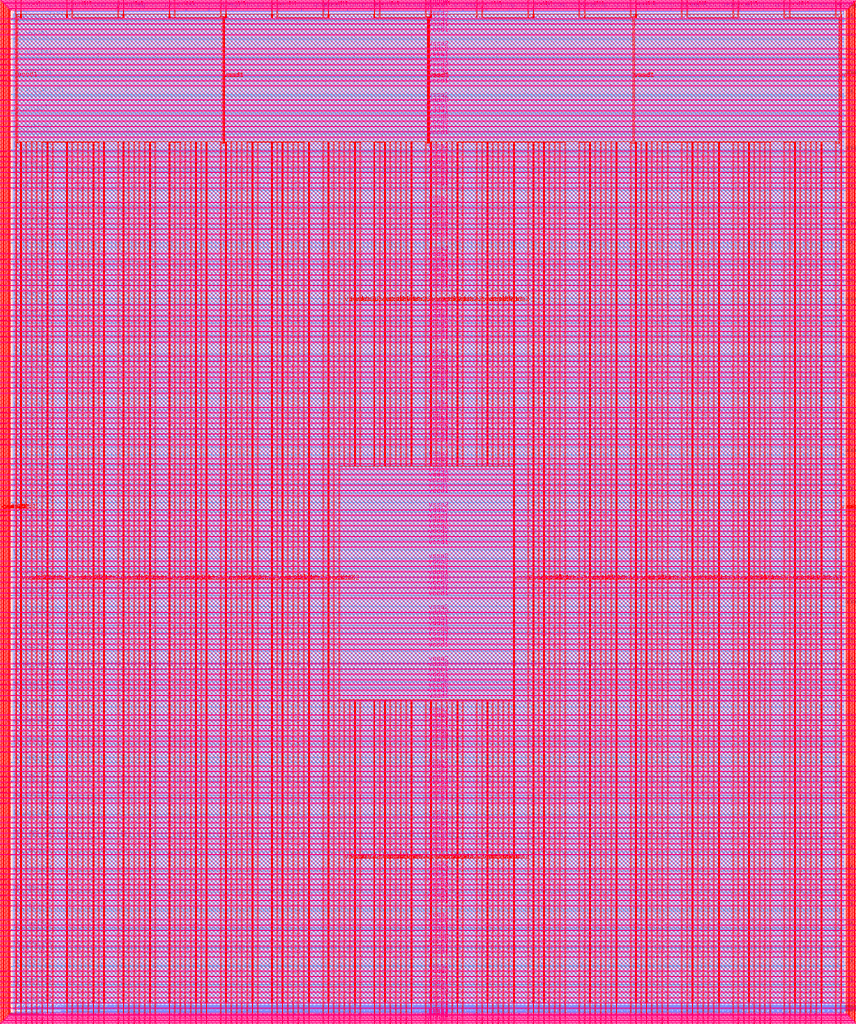
<source format=lef>
VERSION 5.7 ;
  NOWIREEXTENSIONATPIN ON ;
  DIVIDERCHAR "/" ;
  BUSBITCHARS "[]" ;
MACRO user_project_wrapper
  CLASS BLOCK ;
  FOREIGN user_project_wrapper ;
  ORIGIN 0.000 0.000 ;
  SIZE 2920.000 BY 3520.000 ;
  PIN analog_io[0]
    DIRECTION INOUT ;
    USE SIGNAL ;
    PORT
      LAYER met3 ;
        RECT 2917.600 1426.380 2924.800 1427.580 ;
    END
  END analog_io[0]
  PIN analog_io[10]
    DIRECTION INOUT ;
    USE SIGNAL ;
    PORT
      LAYER met2 ;
        RECT 2230.490 3517.600 2231.050 3524.800 ;
    END
  END analog_io[10]
  PIN analog_io[11]
    DIRECTION INOUT ;
    USE SIGNAL ;
    PORT
      LAYER met2 ;
        RECT 1905.730 3517.600 1906.290 3524.800 ;
    END
  END analog_io[11]
  PIN analog_io[12]
    DIRECTION INOUT ;
    USE SIGNAL ;
    PORT
      LAYER met2 ;
        RECT 1581.430 3517.600 1581.990 3524.800 ;
    END
  END analog_io[12]
  PIN analog_io[13]
    DIRECTION INOUT ;
    USE SIGNAL ;
    PORT
      LAYER met2 ;
        RECT 1257.130 3517.600 1257.690 3524.800 ;
    END
  END analog_io[13]
  PIN analog_io[14]
    DIRECTION INOUT ;
    USE SIGNAL ;
    PORT
      LAYER met2 ;
        RECT 932.370 3517.600 932.930 3524.800 ;
    END
  END analog_io[14]
  PIN analog_io[15]
    DIRECTION INOUT ;
    USE SIGNAL ;
    PORT
      LAYER met2 ;
        RECT 608.070 3517.600 608.630 3524.800 ;
    END
  END analog_io[15]
  PIN analog_io[16]
    DIRECTION INOUT ;
    USE SIGNAL ;
    PORT
      LAYER met2 ;
        RECT 283.770 3517.600 284.330 3524.800 ;
    END
  END analog_io[16]
  PIN analog_io[17]
    DIRECTION INOUT ;
    USE SIGNAL ;
    PORT
      LAYER met3 ;
        RECT -4.800 3486.100 2.400 3487.300 ;
    END
  END analog_io[17]
  PIN analog_io[18]
    DIRECTION INOUT ;
    USE SIGNAL ;
    PORT
      LAYER met3 ;
        RECT -4.800 3224.980 2.400 3226.180 ;
    END
  END analog_io[18]
  PIN analog_io[19]
    DIRECTION INOUT ;
    USE SIGNAL ;
    PORT
      LAYER met3 ;
        RECT -4.800 2964.540 2.400 2965.740 ;
    END
  END analog_io[19]
  PIN analog_io[1]
    DIRECTION INOUT ;
    USE SIGNAL ;
    PORT
      LAYER met3 ;
        RECT 2917.600 1692.260 2924.800 1693.460 ;
    END
  END analog_io[1]
  PIN analog_io[20]
    DIRECTION INOUT ;
    USE SIGNAL ;
    PORT
      LAYER met3 ;
        RECT -4.800 2703.420 2.400 2704.620 ;
    END
  END analog_io[20]
  PIN analog_io[21]
    DIRECTION INOUT ;
    USE SIGNAL ;
    PORT
      LAYER met3 ;
        RECT -4.800 2442.980 2.400 2444.180 ;
    END
  END analog_io[21]
  PIN analog_io[22]
    DIRECTION INOUT ;
    USE SIGNAL ;
    PORT
      LAYER met3 ;
        RECT -4.800 2182.540 2.400 2183.740 ;
    END
  END analog_io[22]
  PIN analog_io[23]
    DIRECTION INOUT ;
    USE SIGNAL ;
    PORT
      LAYER met3 ;
        RECT -4.800 1921.420 2.400 1922.620 ;
    END
  END analog_io[23]
  PIN analog_io[24]
    DIRECTION INOUT ;
    USE SIGNAL ;
    PORT
      LAYER met3 ;
        RECT -4.800 1660.980 2.400 1662.180 ;
    END
  END analog_io[24]
  PIN analog_io[25]
    DIRECTION INOUT ;
    USE SIGNAL ;
    PORT
      LAYER met3 ;
        RECT -4.800 1399.860 2.400 1401.060 ;
    END
  END analog_io[25]
  PIN analog_io[26]
    DIRECTION INOUT ;
    USE SIGNAL ;
    PORT
      LAYER met3 ;
        RECT -4.800 1139.420 2.400 1140.620 ;
    END
  END analog_io[26]
  PIN analog_io[27]
    DIRECTION INOUT ;
    USE SIGNAL ;
    PORT
      LAYER met3 ;
        RECT -4.800 878.980 2.400 880.180 ;
    END
  END analog_io[27]
  PIN analog_io[28]
    DIRECTION INOUT ;
    USE SIGNAL ;
    PORT
      LAYER met3 ;
        RECT -4.800 617.860 2.400 619.060 ;
    END
  END analog_io[28]
  PIN analog_io[2]
    DIRECTION INOUT ;
    USE SIGNAL ;
    PORT
      LAYER met3 ;
        RECT 2917.600 1958.140 2924.800 1959.340 ;
    END
  END analog_io[2]
  PIN analog_io[3]
    DIRECTION INOUT ;
    USE SIGNAL ;
    PORT
      LAYER met3 ;
        RECT 2917.600 2223.340 2924.800 2224.540 ;
    END
  END analog_io[3]
  PIN analog_io[4]
    DIRECTION INOUT ;
    USE SIGNAL ;
    PORT
      LAYER met3 ;
        RECT 2917.600 2489.220 2924.800 2490.420 ;
    END
  END analog_io[4]
  PIN analog_io[5]
    DIRECTION INOUT ;
    USE SIGNAL ;
    PORT
      LAYER met3 ;
        RECT 2917.600 2755.100 2924.800 2756.300 ;
    END
  END analog_io[5]
  PIN analog_io[6]
    DIRECTION INOUT ;
    USE SIGNAL ;
    PORT
      LAYER met3 ;
        RECT 2917.600 3020.300 2924.800 3021.500 ;
    END
  END analog_io[6]
  PIN analog_io[7]
    DIRECTION INOUT ;
    USE SIGNAL ;
    PORT
      LAYER met3 ;
        RECT 2917.600 3286.180 2924.800 3287.380 ;
    END
  END analog_io[7]
  PIN analog_io[8]
    DIRECTION INOUT ;
    USE SIGNAL ;
    PORT
      LAYER met2 ;
        RECT 2879.090 3517.600 2879.650 3524.800 ;
    END
  END analog_io[8]
  PIN analog_io[9]
    DIRECTION INOUT ;
    USE SIGNAL ;
    PORT
      LAYER met2 ;
        RECT 2554.790 3517.600 2555.350 3524.800 ;
    END
  END analog_io[9]
  PIN io_in[0]
    DIRECTION INPUT ;
    USE SIGNAL ;
    PORT
      LAYER met3 ;
        RECT 2917.600 32.380 2924.800 33.580 ;
    END
  END io_in[0]
  PIN io_in[10]
    DIRECTION INPUT ;
    USE SIGNAL ;
    PORT
      LAYER met3 ;
        RECT 2917.600 2289.980 2924.800 2291.180 ;
    END
  END io_in[10]
  PIN io_in[11]
    DIRECTION INPUT ;
    USE SIGNAL ;
    PORT
      LAYER met3 ;
        RECT 2917.600 2555.860 2924.800 2557.060 ;
    END
  END io_in[11]
  PIN io_in[12]
    DIRECTION INPUT ;
    USE SIGNAL ;
    PORT
      LAYER met3 ;
        RECT 2917.600 2821.060 2924.800 2822.260 ;
    END
  END io_in[12]
  PIN io_in[13]
    DIRECTION INPUT ;
    USE SIGNAL ;
    PORT
      LAYER met3 ;
        RECT 2917.600 3086.940 2924.800 3088.140 ;
    END
  END io_in[13]
  PIN io_in[14]
    DIRECTION INPUT ;
    USE SIGNAL ;
    PORT
      LAYER met3 ;
        RECT 2917.600 3352.820 2924.800 3354.020 ;
    END
  END io_in[14]
  PIN io_in[15]
    DIRECTION INPUT ;
    USE SIGNAL ;
    PORT
      LAYER met2 ;
        RECT 2798.130 3517.600 2798.690 3524.800 ;
    END
  END io_in[15]
  PIN io_in[16]
    DIRECTION INPUT ;
    USE SIGNAL ;
    PORT
      LAYER met2 ;
        RECT 2473.830 3517.600 2474.390 3524.800 ;
    END
  END io_in[16]
  PIN io_in[17]
    DIRECTION INPUT ;
    USE SIGNAL ;
    PORT
      LAYER met2 ;
        RECT 2149.070 3517.600 2149.630 3524.800 ;
    END
  END io_in[17]
  PIN io_in[18]
    DIRECTION INPUT ;
    USE SIGNAL ;
    PORT
      LAYER met2 ;
        RECT 1824.770 3517.600 1825.330 3524.800 ;
    END
  END io_in[18]
  PIN io_in[19]
    DIRECTION INPUT ;
    USE SIGNAL ;
    PORT
      LAYER met2 ;
        RECT 1500.470 3517.600 1501.030 3524.800 ;
    END
  END io_in[19]
  PIN io_in[1]
    DIRECTION INPUT ;
    USE SIGNAL ;
    PORT
      LAYER met3 ;
        RECT 2917.600 230.940 2924.800 232.140 ;
    END
  END io_in[1]
  PIN io_in[20]
    DIRECTION INPUT ;
    USE SIGNAL ;
    PORT
      LAYER met2 ;
        RECT 1175.710 3517.600 1176.270 3524.800 ;
    END
  END io_in[20]
  PIN io_in[21]
    DIRECTION INPUT ;
    USE SIGNAL ;
    PORT
      LAYER met2 ;
        RECT 851.410 3517.600 851.970 3524.800 ;
    END
  END io_in[21]
  PIN io_in[22]
    DIRECTION INPUT ;
    USE SIGNAL ;
    PORT
      LAYER met2 ;
        RECT 527.110 3517.600 527.670 3524.800 ;
    END
  END io_in[22]
  PIN io_in[23]
    DIRECTION INPUT ;
    USE SIGNAL ;
    PORT
      LAYER met2 ;
        RECT 202.350 3517.600 202.910 3524.800 ;
    END
  END io_in[23]
  PIN io_in[24]
    DIRECTION INPUT ;
    USE SIGNAL ;
    PORT
      LAYER met3 ;
        RECT -4.800 3420.820 2.400 3422.020 ;
    END
  END io_in[24]
  PIN io_in[25]
    DIRECTION INPUT ;
    USE SIGNAL ;
    PORT
      LAYER met3 ;
        RECT -4.800 3159.700 2.400 3160.900 ;
    END
  END io_in[25]
  PIN io_in[26]
    DIRECTION INPUT ;
    USE SIGNAL ;
    PORT
      LAYER met3 ;
        RECT -4.800 2899.260 2.400 2900.460 ;
    END
  END io_in[26]
  PIN io_in[27]
    DIRECTION INPUT ;
    USE SIGNAL ;
    PORT
      LAYER met3 ;
        RECT -4.800 2638.820 2.400 2640.020 ;
    END
  END io_in[27]
  PIN io_in[28]
    DIRECTION INPUT ;
    USE SIGNAL ;
    PORT
      LAYER met3 ;
        RECT -4.800 2377.700 2.400 2378.900 ;
    END
  END io_in[28]
  PIN io_in[29]
    DIRECTION INPUT ;
    USE SIGNAL ;
    PORT
      LAYER met3 ;
        RECT -4.800 2117.260 2.400 2118.460 ;
    END
  END io_in[29]
  PIN io_in[2]
    DIRECTION INPUT ;
    USE SIGNAL ;
    PORT
      LAYER met3 ;
        RECT 2917.600 430.180 2924.800 431.380 ;
    END
  END io_in[2]
  PIN io_in[30]
    DIRECTION INPUT ;
    USE SIGNAL ;
    PORT
      LAYER met3 ;
        RECT -4.800 1856.140 2.400 1857.340 ;
    END
  END io_in[30]
  PIN io_in[31]
    DIRECTION INPUT ;
    USE SIGNAL ;
    PORT
      LAYER met3 ;
        RECT -4.800 1595.700 2.400 1596.900 ;
    END
  END io_in[31]
  PIN io_in[32]
    DIRECTION INPUT ;
    USE SIGNAL ;
    PORT
      LAYER met3 ;
        RECT -4.800 1335.260 2.400 1336.460 ;
    END
  END io_in[32]
  PIN io_in[33]
    DIRECTION INPUT ;
    USE SIGNAL ;
    PORT
      LAYER met3 ;
        RECT -4.800 1074.140 2.400 1075.340 ;
    END
  END io_in[33]
  PIN io_in[34]
    DIRECTION INPUT ;
    USE SIGNAL ;
    PORT
      LAYER met3 ;
        RECT -4.800 813.700 2.400 814.900 ;
    END
  END io_in[34]
  PIN io_in[35]
    DIRECTION INPUT ;
    USE SIGNAL ;
    PORT
      LAYER met3 ;
        RECT -4.800 552.580 2.400 553.780 ;
    END
  END io_in[35]
  PIN io_in[36]
    DIRECTION INPUT ;
    USE SIGNAL ;
    PORT
      LAYER met3 ;
        RECT -4.800 357.420 2.400 358.620 ;
    END
  END io_in[36]
  PIN io_in[37]
    DIRECTION INPUT ;
    USE SIGNAL ;
    PORT
      LAYER met3 ;
        RECT -4.800 161.580 2.400 162.780 ;
    END
  END io_in[37]
  PIN io_in[3]
    DIRECTION INPUT ;
    USE SIGNAL ;
    PORT
      LAYER met3 ;
        RECT 2917.600 629.420 2924.800 630.620 ;
    END
  END io_in[3]
  PIN io_in[4]
    DIRECTION INPUT ;
    USE SIGNAL ;
    PORT
      LAYER met3 ;
        RECT 2917.600 828.660 2924.800 829.860 ;
    END
  END io_in[4]
  PIN io_in[5]
    DIRECTION INPUT ;
    USE SIGNAL ;
    PORT
      LAYER met3 ;
        RECT 2917.600 1027.900 2924.800 1029.100 ;
    END
  END io_in[5]
  PIN io_in[6]
    DIRECTION INPUT ;
    USE SIGNAL ;
    PORT
      LAYER met3 ;
        RECT 2917.600 1227.140 2924.800 1228.340 ;
    END
  END io_in[6]
  PIN io_in[7]
    DIRECTION INPUT ;
    USE SIGNAL ;
    PORT
      LAYER met3 ;
        RECT 2917.600 1493.020 2924.800 1494.220 ;
    END
  END io_in[7]
  PIN io_in[8]
    DIRECTION INPUT ;
    USE SIGNAL ;
    PORT
      LAYER met3 ;
        RECT 2917.600 1758.900 2924.800 1760.100 ;
    END
  END io_in[8]
  PIN io_in[9]
    DIRECTION INPUT ;
    USE SIGNAL ;
    PORT
      LAYER met3 ;
        RECT 2917.600 2024.100 2924.800 2025.300 ;
    END
  END io_in[9]
  PIN io_oeb[0]
    DIRECTION OUTPUT TRISTATE ;
    USE SIGNAL ;
    PORT
      LAYER met3 ;
        RECT 2917.600 164.980 2924.800 166.180 ;
    END
  END io_oeb[0]
  PIN io_oeb[10]
    DIRECTION OUTPUT TRISTATE ;
    USE SIGNAL ;
    PORT
      LAYER met3 ;
        RECT 2917.600 2422.580 2924.800 2423.780 ;
    END
  END io_oeb[10]
  PIN io_oeb[11]
    DIRECTION OUTPUT TRISTATE ;
    USE SIGNAL ;
    PORT
      LAYER met3 ;
        RECT 2917.600 2688.460 2924.800 2689.660 ;
    END
  END io_oeb[11]
  PIN io_oeb[12]
    DIRECTION OUTPUT TRISTATE ;
    USE SIGNAL ;
    PORT
      LAYER met3 ;
        RECT 2917.600 2954.340 2924.800 2955.540 ;
    END
  END io_oeb[12]
  PIN io_oeb[13]
    DIRECTION OUTPUT TRISTATE ;
    USE SIGNAL ;
    PORT
      LAYER met3 ;
        RECT 2917.600 3219.540 2924.800 3220.740 ;
    END
  END io_oeb[13]
  PIN io_oeb[14]
    DIRECTION OUTPUT TRISTATE ;
    USE SIGNAL ;
    PORT
      LAYER met3 ;
        RECT 2917.600 3485.420 2924.800 3486.620 ;
    END
  END io_oeb[14]
  PIN io_oeb[15]
    DIRECTION OUTPUT TRISTATE ;
    USE SIGNAL ;
    PORT
      LAYER met2 ;
        RECT 2635.750 3517.600 2636.310 3524.800 ;
    END
  END io_oeb[15]
  PIN io_oeb[16]
    DIRECTION OUTPUT TRISTATE ;
    USE SIGNAL ;
    PORT
      LAYER met2 ;
        RECT 2311.450 3517.600 2312.010 3524.800 ;
    END
  END io_oeb[16]
  PIN io_oeb[17]
    DIRECTION OUTPUT TRISTATE ;
    USE SIGNAL ;
    PORT
      LAYER met2 ;
        RECT 1987.150 3517.600 1987.710 3524.800 ;
    END
  END io_oeb[17]
  PIN io_oeb[18]
    DIRECTION OUTPUT TRISTATE ;
    USE SIGNAL ;
    PORT
      LAYER met2 ;
        RECT 1662.390 3517.600 1662.950 3524.800 ;
    END
  END io_oeb[18]
  PIN io_oeb[19]
    DIRECTION OUTPUT TRISTATE ;
    USE SIGNAL ;
    PORT
      LAYER met2 ;
        RECT 1338.090 3517.600 1338.650 3524.800 ;
    END
  END io_oeb[19]
  PIN io_oeb[1]
    DIRECTION OUTPUT TRISTATE ;
    USE SIGNAL ;
    PORT
      LAYER met3 ;
        RECT 2917.600 364.220 2924.800 365.420 ;
    END
  END io_oeb[1]
  PIN io_oeb[20]
    DIRECTION OUTPUT TRISTATE ;
    USE SIGNAL ;
    PORT
      LAYER met2 ;
        RECT 1013.790 3517.600 1014.350 3524.800 ;
    END
  END io_oeb[20]
  PIN io_oeb[21]
    DIRECTION OUTPUT TRISTATE ;
    USE SIGNAL ;
    PORT
      LAYER met2 ;
        RECT 689.030 3517.600 689.590 3524.800 ;
    END
  END io_oeb[21]
  PIN io_oeb[22]
    DIRECTION OUTPUT TRISTATE ;
    USE SIGNAL ;
    PORT
      LAYER met2 ;
        RECT 364.730 3517.600 365.290 3524.800 ;
    END
  END io_oeb[22]
  PIN io_oeb[23]
    DIRECTION OUTPUT TRISTATE ;
    USE SIGNAL ;
    PORT
      LAYER met2 ;
        RECT 40.430 3517.600 40.990 3524.800 ;
    END
  END io_oeb[23]
  PIN io_oeb[24]
    DIRECTION OUTPUT TRISTATE ;
    USE SIGNAL ;
    PORT
      LAYER met3 ;
        RECT -4.800 3290.260 2.400 3291.460 ;
    END
  END io_oeb[24]
  PIN io_oeb[25]
    DIRECTION OUTPUT TRISTATE ;
    USE SIGNAL ;
    PORT
      LAYER met3 ;
        RECT -4.800 3029.820 2.400 3031.020 ;
    END
  END io_oeb[25]
  PIN io_oeb[26]
    DIRECTION OUTPUT TRISTATE ;
    USE SIGNAL ;
    PORT
      LAYER met3 ;
        RECT -4.800 2768.700 2.400 2769.900 ;
    END
  END io_oeb[26]
  PIN io_oeb[27]
    DIRECTION OUTPUT TRISTATE ;
    USE SIGNAL ;
    PORT
      LAYER met3 ;
        RECT -4.800 2508.260 2.400 2509.460 ;
    END
  END io_oeb[27]
  PIN io_oeb[28]
    DIRECTION OUTPUT TRISTATE ;
    USE SIGNAL ;
    PORT
      LAYER met3 ;
        RECT -4.800 2247.140 2.400 2248.340 ;
    END
  END io_oeb[28]
  PIN io_oeb[29]
    DIRECTION OUTPUT TRISTATE ;
    USE SIGNAL ;
    PORT
      LAYER met3 ;
        RECT -4.800 1986.700 2.400 1987.900 ;
    END
  END io_oeb[29]
  PIN io_oeb[2]
    DIRECTION OUTPUT TRISTATE ;
    USE SIGNAL ;
    PORT
      LAYER met3 ;
        RECT 2917.600 563.460 2924.800 564.660 ;
    END
  END io_oeb[2]
  PIN io_oeb[30]
    DIRECTION OUTPUT TRISTATE ;
    USE SIGNAL ;
    PORT
      LAYER met3 ;
        RECT -4.800 1726.260 2.400 1727.460 ;
    END
  END io_oeb[30]
  PIN io_oeb[31]
    DIRECTION OUTPUT TRISTATE ;
    USE SIGNAL ;
    PORT
      LAYER met3 ;
        RECT -4.800 1465.140 2.400 1466.340 ;
    END
  END io_oeb[31]
  PIN io_oeb[32]
    DIRECTION OUTPUT TRISTATE ;
    USE SIGNAL ;
    PORT
      LAYER met3 ;
        RECT -4.800 1204.700 2.400 1205.900 ;
    END
  END io_oeb[32]
  PIN io_oeb[33]
    DIRECTION OUTPUT TRISTATE ;
    USE SIGNAL ;
    PORT
      LAYER met3 ;
        RECT -4.800 943.580 2.400 944.780 ;
    END
  END io_oeb[33]
  PIN io_oeb[34]
    DIRECTION OUTPUT TRISTATE ;
    USE SIGNAL ;
    PORT
      LAYER met3 ;
        RECT -4.800 683.140 2.400 684.340 ;
    END
  END io_oeb[34]
  PIN io_oeb[35]
    DIRECTION OUTPUT TRISTATE ;
    USE SIGNAL ;
    PORT
      LAYER met3 ;
        RECT -4.800 422.700 2.400 423.900 ;
    END
  END io_oeb[35]
  PIN io_oeb[36]
    DIRECTION OUTPUT TRISTATE ;
    USE SIGNAL ;
    PORT
      LAYER met3 ;
        RECT -4.800 226.860 2.400 228.060 ;
    END
  END io_oeb[36]
  PIN io_oeb[37]
    DIRECTION OUTPUT TRISTATE ;
    USE SIGNAL ;
    PORT
      LAYER met3 ;
        RECT -4.800 31.700 2.400 32.900 ;
    END
  END io_oeb[37]
  PIN io_oeb[3]
    DIRECTION OUTPUT TRISTATE ;
    USE SIGNAL ;
    PORT
      LAYER met3 ;
        RECT 2917.600 762.700 2924.800 763.900 ;
    END
  END io_oeb[3]
  PIN io_oeb[4]
    DIRECTION OUTPUT TRISTATE ;
    USE SIGNAL ;
    PORT
      LAYER met3 ;
        RECT 2917.600 961.940 2924.800 963.140 ;
    END
  END io_oeb[4]
  PIN io_oeb[5]
    DIRECTION OUTPUT TRISTATE ;
    USE SIGNAL ;
    PORT
      LAYER met3 ;
        RECT 2917.600 1161.180 2924.800 1162.380 ;
    END
  END io_oeb[5]
  PIN io_oeb[6]
    DIRECTION OUTPUT TRISTATE ;
    USE SIGNAL ;
    PORT
      LAYER met3 ;
        RECT 2917.600 1360.420 2924.800 1361.620 ;
    END
  END io_oeb[6]
  PIN io_oeb[7]
    DIRECTION OUTPUT TRISTATE ;
    USE SIGNAL ;
    PORT
      LAYER met3 ;
        RECT 2917.600 1625.620 2924.800 1626.820 ;
    END
  END io_oeb[7]
  PIN io_oeb[8]
    DIRECTION OUTPUT TRISTATE ;
    USE SIGNAL ;
    PORT
      LAYER met3 ;
        RECT 2917.600 1891.500 2924.800 1892.700 ;
    END
  END io_oeb[8]
  PIN io_oeb[9]
    DIRECTION OUTPUT TRISTATE ;
    USE SIGNAL ;
    PORT
      LAYER met3 ;
        RECT 2917.600 2157.380 2924.800 2158.580 ;
    END
  END io_oeb[9]
  PIN io_out[0]
    DIRECTION OUTPUT TRISTATE ;
    USE SIGNAL ;
    PORT
      LAYER met3 ;
        RECT 2917.600 98.340 2924.800 99.540 ;
    END
  END io_out[0]
  PIN io_out[10]
    DIRECTION OUTPUT TRISTATE ;
    USE SIGNAL ;
    PORT
      LAYER met3 ;
        RECT 2917.600 2356.620 2924.800 2357.820 ;
    END
  END io_out[10]
  PIN io_out[11]
    DIRECTION OUTPUT TRISTATE ;
    USE SIGNAL ;
    PORT
      LAYER met3 ;
        RECT 2917.600 2621.820 2924.800 2623.020 ;
    END
  END io_out[11]
  PIN io_out[12]
    DIRECTION OUTPUT TRISTATE ;
    USE SIGNAL ;
    PORT
      LAYER met3 ;
        RECT 2917.600 2887.700 2924.800 2888.900 ;
    END
  END io_out[12]
  PIN io_out[13]
    DIRECTION OUTPUT TRISTATE ;
    USE SIGNAL ;
    PORT
      LAYER met3 ;
        RECT 2917.600 3153.580 2924.800 3154.780 ;
    END
  END io_out[13]
  PIN io_out[14]
    DIRECTION OUTPUT TRISTATE ;
    USE SIGNAL ;
    PORT
      LAYER met3 ;
        RECT 2917.600 3418.780 2924.800 3419.980 ;
    END
  END io_out[14]
  PIN io_out[15]
    DIRECTION OUTPUT TRISTATE ;
    USE SIGNAL ;
    PORT
      LAYER met2 ;
        RECT 2717.170 3517.600 2717.730 3524.800 ;
    END
  END io_out[15]
  PIN io_out[16]
    DIRECTION OUTPUT TRISTATE ;
    USE SIGNAL ;
    PORT
      LAYER met2 ;
        RECT 2392.410 3517.600 2392.970 3524.800 ;
    END
  END io_out[16]
  PIN io_out[17]
    DIRECTION OUTPUT TRISTATE ;
    USE SIGNAL ;
    PORT
      LAYER met2 ;
        RECT 2068.110 3517.600 2068.670 3524.800 ;
    END
  END io_out[17]
  PIN io_out[18]
    DIRECTION OUTPUT TRISTATE ;
    USE SIGNAL ;
    PORT
      LAYER met2 ;
        RECT 1743.810 3517.600 1744.370 3524.800 ;
    END
  END io_out[18]
  PIN io_out[19]
    DIRECTION OUTPUT TRISTATE ;
    USE SIGNAL ;
    PORT
      LAYER met2 ;
        RECT 1419.050 3517.600 1419.610 3524.800 ;
    END
  END io_out[19]
  PIN io_out[1]
    DIRECTION OUTPUT TRISTATE ;
    USE SIGNAL ;
    PORT
      LAYER met3 ;
        RECT 2917.600 297.580 2924.800 298.780 ;
    END
  END io_out[1]
  PIN io_out[20]
    DIRECTION OUTPUT TRISTATE ;
    USE SIGNAL ;
    PORT
      LAYER met2 ;
        RECT 1094.750 3517.600 1095.310 3524.800 ;
    END
  END io_out[20]
  PIN io_out[21]
    DIRECTION OUTPUT TRISTATE ;
    USE SIGNAL ;
    PORT
      LAYER met2 ;
        RECT 770.450 3517.600 771.010 3524.800 ;
    END
  END io_out[21]
  PIN io_out[22]
    DIRECTION OUTPUT TRISTATE ;
    USE SIGNAL ;
    PORT
      LAYER met2 ;
        RECT 445.690 3517.600 446.250 3524.800 ;
    END
  END io_out[22]
  PIN io_out[23]
    DIRECTION OUTPUT TRISTATE ;
    USE SIGNAL ;
    PORT
      LAYER met2 ;
        RECT 121.390 3517.600 121.950 3524.800 ;
    END
  END io_out[23]
  PIN io_out[24]
    DIRECTION OUTPUT TRISTATE ;
    USE SIGNAL ;
    PORT
      LAYER met3 ;
        RECT -4.800 3355.540 2.400 3356.740 ;
    END
  END io_out[24]
  PIN io_out[25]
    DIRECTION OUTPUT TRISTATE ;
    USE SIGNAL ;
    PORT
      LAYER met3 ;
        RECT -4.800 3095.100 2.400 3096.300 ;
    END
  END io_out[25]
  PIN io_out[26]
    DIRECTION OUTPUT TRISTATE ;
    USE SIGNAL ;
    PORT
      LAYER met3 ;
        RECT -4.800 2833.980 2.400 2835.180 ;
    END
  END io_out[26]
  PIN io_out[27]
    DIRECTION OUTPUT TRISTATE ;
    USE SIGNAL ;
    PORT
      LAYER met3 ;
        RECT -4.800 2573.540 2.400 2574.740 ;
    END
  END io_out[27]
  PIN io_out[28]
    DIRECTION OUTPUT TRISTATE ;
    USE SIGNAL ;
    PORT
      LAYER met3 ;
        RECT -4.800 2312.420 2.400 2313.620 ;
    END
  END io_out[28]
  PIN io_out[29]
    DIRECTION OUTPUT TRISTATE ;
    USE SIGNAL ;
    PORT
      LAYER met3 ;
        RECT -4.800 2051.980 2.400 2053.180 ;
    END
  END io_out[29]
  PIN io_out[2]
    DIRECTION OUTPUT TRISTATE ;
    USE SIGNAL ;
    PORT
      LAYER met3 ;
        RECT 2917.600 496.820 2924.800 498.020 ;
    END
  END io_out[2]
  PIN io_out[30]
    DIRECTION OUTPUT TRISTATE ;
    USE SIGNAL ;
    PORT
      LAYER met3 ;
        RECT -4.800 1791.540 2.400 1792.740 ;
    END
  END io_out[30]
  PIN io_out[31]
    DIRECTION OUTPUT TRISTATE ;
    USE SIGNAL ;
    PORT
      LAYER met3 ;
        RECT -4.800 1530.420 2.400 1531.620 ;
    END
  END io_out[31]
  PIN io_out[32]
    DIRECTION OUTPUT TRISTATE ;
    USE SIGNAL ;
    PORT
      LAYER met3 ;
        RECT -4.800 1269.980 2.400 1271.180 ;
    END
  END io_out[32]
  PIN io_out[33]
    DIRECTION OUTPUT TRISTATE ;
    USE SIGNAL ;
    PORT
      LAYER met3 ;
        RECT -4.800 1008.860 2.400 1010.060 ;
    END
  END io_out[33]
  PIN io_out[34]
    DIRECTION OUTPUT TRISTATE ;
    USE SIGNAL ;
    PORT
      LAYER met3 ;
        RECT -4.800 748.420 2.400 749.620 ;
    END
  END io_out[34]
  PIN io_out[35]
    DIRECTION OUTPUT TRISTATE ;
    USE SIGNAL ;
    PORT
      LAYER met3 ;
        RECT -4.800 487.300 2.400 488.500 ;
    END
  END io_out[35]
  PIN io_out[36]
    DIRECTION OUTPUT TRISTATE ;
    USE SIGNAL ;
    PORT
      LAYER met3 ;
        RECT -4.800 292.140 2.400 293.340 ;
    END
  END io_out[36]
  PIN io_out[37]
    DIRECTION OUTPUT TRISTATE ;
    USE SIGNAL ;
    PORT
      LAYER met3 ;
        RECT -4.800 96.300 2.400 97.500 ;
    END
  END io_out[37]
  PIN io_out[3]
    DIRECTION OUTPUT TRISTATE ;
    USE SIGNAL ;
    PORT
      LAYER met3 ;
        RECT 2917.600 696.060 2924.800 697.260 ;
    END
  END io_out[3]
  PIN io_out[4]
    DIRECTION OUTPUT TRISTATE ;
    USE SIGNAL ;
    PORT
      LAYER met3 ;
        RECT 2917.600 895.300 2924.800 896.500 ;
    END
  END io_out[4]
  PIN io_out[5]
    DIRECTION OUTPUT TRISTATE ;
    USE SIGNAL ;
    PORT
      LAYER met3 ;
        RECT 2917.600 1094.540 2924.800 1095.740 ;
    END
  END io_out[5]
  PIN io_out[6]
    DIRECTION OUTPUT TRISTATE ;
    USE SIGNAL ;
    PORT
      LAYER met3 ;
        RECT 2917.600 1293.780 2924.800 1294.980 ;
    END
  END io_out[6]
  PIN io_out[7]
    DIRECTION OUTPUT TRISTATE ;
    USE SIGNAL ;
    PORT
      LAYER met3 ;
        RECT 2917.600 1559.660 2924.800 1560.860 ;
    END
  END io_out[7]
  PIN io_out[8]
    DIRECTION OUTPUT TRISTATE ;
    USE SIGNAL ;
    PORT
      LAYER met3 ;
        RECT 2917.600 1824.860 2924.800 1826.060 ;
    END
  END io_out[8]
  PIN io_out[9]
    DIRECTION OUTPUT TRISTATE ;
    USE SIGNAL ;
    PORT
      LAYER met3 ;
        RECT 2917.600 2090.740 2924.800 2091.940 ;
    END
  END io_out[9]
  PIN la_data_in[0]
    DIRECTION INPUT ;
    USE SIGNAL ;
    PORT
      LAYER met2 ;
        RECT 629.230 -4.800 629.790 2.400 ;
    END
  END la_data_in[0]
  PIN la_data_in[100]
    DIRECTION INPUT ;
    USE SIGNAL ;
    PORT
      LAYER met2 ;
        RECT 2402.530 -4.800 2403.090 2.400 ;
    END
  END la_data_in[100]
  PIN la_data_in[101]
    DIRECTION INPUT ;
    USE SIGNAL ;
    PORT
      LAYER met2 ;
        RECT 2420.010 -4.800 2420.570 2.400 ;
    END
  END la_data_in[101]
  PIN la_data_in[102]
    DIRECTION INPUT ;
    USE SIGNAL ;
    PORT
      LAYER met2 ;
        RECT 2437.950 -4.800 2438.510 2.400 ;
    END
  END la_data_in[102]
  PIN la_data_in[103]
    DIRECTION INPUT ;
    USE SIGNAL ;
    PORT
      LAYER met2 ;
        RECT 2455.430 -4.800 2455.990 2.400 ;
    END
  END la_data_in[103]
  PIN la_data_in[104]
    DIRECTION INPUT ;
    USE SIGNAL ;
    PORT
      LAYER met2 ;
        RECT 2473.370 -4.800 2473.930 2.400 ;
    END
  END la_data_in[104]
  PIN la_data_in[105]
    DIRECTION INPUT ;
    USE SIGNAL ;
    PORT
      LAYER met2 ;
        RECT 2490.850 -4.800 2491.410 2.400 ;
    END
  END la_data_in[105]
  PIN la_data_in[106]
    DIRECTION INPUT ;
    USE SIGNAL ;
    PORT
      LAYER met2 ;
        RECT 2508.790 -4.800 2509.350 2.400 ;
    END
  END la_data_in[106]
  PIN la_data_in[107]
    DIRECTION INPUT ;
    USE SIGNAL ;
    PORT
      LAYER met2 ;
        RECT 2526.730 -4.800 2527.290 2.400 ;
    END
  END la_data_in[107]
  PIN la_data_in[108]
    DIRECTION INPUT ;
    USE SIGNAL ;
    PORT
      LAYER met2 ;
        RECT 2544.210 -4.800 2544.770 2.400 ;
    END
  END la_data_in[108]
  PIN la_data_in[109]
    DIRECTION INPUT ;
    USE SIGNAL ;
    PORT
      LAYER met2 ;
        RECT 2562.150 -4.800 2562.710 2.400 ;
    END
  END la_data_in[109]
  PIN la_data_in[10]
    DIRECTION INPUT ;
    USE SIGNAL ;
    PORT
      LAYER met2 ;
        RECT 806.330 -4.800 806.890 2.400 ;
    END
  END la_data_in[10]
  PIN la_data_in[110]
    DIRECTION INPUT ;
    USE SIGNAL ;
    PORT
      LAYER met2 ;
        RECT 2579.630 -4.800 2580.190 2.400 ;
    END
  END la_data_in[110]
  PIN la_data_in[111]
    DIRECTION INPUT ;
    USE SIGNAL ;
    PORT
      LAYER met2 ;
        RECT 2597.570 -4.800 2598.130 2.400 ;
    END
  END la_data_in[111]
  PIN la_data_in[112]
    DIRECTION INPUT ;
    USE SIGNAL ;
    PORT
      LAYER met2 ;
        RECT 2615.050 -4.800 2615.610 2.400 ;
    END
  END la_data_in[112]
  PIN la_data_in[113]
    DIRECTION INPUT ;
    USE SIGNAL ;
    PORT
      LAYER met2 ;
        RECT 2632.990 -4.800 2633.550 2.400 ;
    END
  END la_data_in[113]
  PIN la_data_in[114]
    DIRECTION INPUT ;
    USE SIGNAL ;
    PORT
      LAYER met2 ;
        RECT 2650.470 -4.800 2651.030 2.400 ;
    END
  END la_data_in[114]
  PIN la_data_in[115]
    DIRECTION INPUT ;
    USE SIGNAL ;
    PORT
      LAYER met2 ;
        RECT 2668.410 -4.800 2668.970 2.400 ;
    END
  END la_data_in[115]
  PIN la_data_in[116]
    DIRECTION INPUT ;
    USE SIGNAL ;
    PORT
      LAYER met2 ;
        RECT 2685.890 -4.800 2686.450 2.400 ;
    END
  END la_data_in[116]
  PIN la_data_in[117]
    DIRECTION INPUT ;
    USE SIGNAL ;
    PORT
      LAYER met2 ;
        RECT 2703.830 -4.800 2704.390 2.400 ;
    END
  END la_data_in[117]
  PIN la_data_in[118]
    DIRECTION INPUT ;
    USE SIGNAL ;
    PORT
      LAYER met2 ;
        RECT 2721.770 -4.800 2722.330 2.400 ;
    END
  END la_data_in[118]
  PIN la_data_in[119]
    DIRECTION INPUT ;
    USE SIGNAL ;
    PORT
      LAYER met2 ;
        RECT 2739.250 -4.800 2739.810 2.400 ;
    END
  END la_data_in[119]
  PIN la_data_in[11]
    DIRECTION INPUT ;
    USE SIGNAL ;
    PORT
      LAYER met2 ;
        RECT 824.270 -4.800 824.830 2.400 ;
    END
  END la_data_in[11]
  PIN la_data_in[120]
    DIRECTION INPUT ;
    USE SIGNAL ;
    PORT
      LAYER met2 ;
        RECT 2757.190 -4.800 2757.750 2.400 ;
    END
  END la_data_in[120]
  PIN la_data_in[121]
    DIRECTION INPUT ;
    USE SIGNAL ;
    PORT
      LAYER met2 ;
        RECT 2774.670 -4.800 2775.230 2.400 ;
    END
  END la_data_in[121]
  PIN la_data_in[122]
    DIRECTION INPUT ;
    USE SIGNAL ;
    PORT
      LAYER met2 ;
        RECT 2792.610 -4.800 2793.170 2.400 ;
    END
  END la_data_in[122]
  PIN la_data_in[123]
    DIRECTION INPUT ;
    USE SIGNAL ;
    PORT
      LAYER met2 ;
        RECT 2810.090 -4.800 2810.650 2.400 ;
    END
  END la_data_in[123]
  PIN la_data_in[124]
    DIRECTION INPUT ;
    USE SIGNAL ;
    PORT
      LAYER met2 ;
        RECT 2828.030 -4.800 2828.590 2.400 ;
    END
  END la_data_in[124]
  PIN la_data_in[125]
    DIRECTION INPUT ;
    USE SIGNAL ;
    PORT
      LAYER met2 ;
        RECT 2845.510 -4.800 2846.070 2.400 ;
    END
  END la_data_in[125]
  PIN la_data_in[126]
    DIRECTION INPUT ;
    USE SIGNAL ;
    PORT
      LAYER met2 ;
        RECT 2863.450 -4.800 2864.010 2.400 ;
    END
  END la_data_in[126]
  PIN la_data_in[127]
    DIRECTION INPUT ;
    USE SIGNAL ;
    PORT
      LAYER met2 ;
        RECT 2881.390 -4.800 2881.950 2.400 ;
    END
  END la_data_in[127]
  PIN la_data_in[12]
    DIRECTION INPUT ;
    USE SIGNAL ;
    PORT
      LAYER met2 ;
        RECT 841.750 -4.800 842.310 2.400 ;
    END
  END la_data_in[12]
  PIN la_data_in[13]
    DIRECTION INPUT ;
    USE SIGNAL ;
    PORT
      LAYER met2 ;
        RECT 859.690 -4.800 860.250 2.400 ;
    END
  END la_data_in[13]
  PIN la_data_in[14]
    DIRECTION INPUT ;
    USE SIGNAL ;
    PORT
      LAYER met2 ;
        RECT 877.170 -4.800 877.730 2.400 ;
    END
  END la_data_in[14]
  PIN la_data_in[15]
    DIRECTION INPUT ;
    USE SIGNAL ;
    PORT
      LAYER met2 ;
        RECT 895.110 -4.800 895.670 2.400 ;
    END
  END la_data_in[15]
  PIN la_data_in[16]
    DIRECTION INPUT ;
    USE SIGNAL ;
    PORT
      LAYER met2 ;
        RECT 912.590 -4.800 913.150 2.400 ;
    END
  END la_data_in[16]
  PIN la_data_in[17]
    DIRECTION INPUT ;
    USE SIGNAL ;
    PORT
      LAYER met2 ;
        RECT 930.530 -4.800 931.090 2.400 ;
    END
  END la_data_in[17]
  PIN la_data_in[18]
    DIRECTION INPUT ;
    USE SIGNAL ;
    PORT
      LAYER met2 ;
        RECT 948.470 -4.800 949.030 2.400 ;
    END
  END la_data_in[18]
  PIN la_data_in[19]
    DIRECTION INPUT ;
    USE SIGNAL ;
    PORT
      LAYER met2 ;
        RECT 965.950 -4.800 966.510 2.400 ;
    END
  END la_data_in[19]
  PIN la_data_in[1]
    DIRECTION INPUT ;
    USE SIGNAL ;
    PORT
      LAYER met2 ;
        RECT 646.710 -4.800 647.270 2.400 ;
    END
  END la_data_in[1]
  PIN la_data_in[20]
    DIRECTION INPUT ;
    USE SIGNAL ;
    PORT
      LAYER met2 ;
        RECT 983.890 -4.800 984.450 2.400 ;
    END
  END la_data_in[20]
  PIN la_data_in[21]
    DIRECTION INPUT ;
    USE SIGNAL ;
    PORT
      LAYER met2 ;
        RECT 1001.370 -4.800 1001.930 2.400 ;
    END
  END la_data_in[21]
  PIN la_data_in[22]
    DIRECTION INPUT ;
    USE SIGNAL ;
    PORT
      LAYER met2 ;
        RECT 1019.310 -4.800 1019.870 2.400 ;
    END
  END la_data_in[22]
  PIN la_data_in[23]
    DIRECTION INPUT ;
    USE SIGNAL ;
    PORT
      LAYER met2 ;
        RECT 1036.790 -4.800 1037.350 2.400 ;
    END
  END la_data_in[23]
  PIN la_data_in[24]
    DIRECTION INPUT ;
    USE SIGNAL ;
    PORT
      LAYER met2 ;
        RECT 1054.730 -4.800 1055.290 2.400 ;
    END
  END la_data_in[24]
  PIN la_data_in[25]
    DIRECTION INPUT ;
    USE SIGNAL ;
    PORT
      LAYER met2 ;
        RECT 1072.210 -4.800 1072.770 2.400 ;
    END
  END la_data_in[25]
  PIN la_data_in[26]
    DIRECTION INPUT ;
    USE SIGNAL ;
    PORT
      LAYER met2 ;
        RECT 1090.150 -4.800 1090.710 2.400 ;
    END
  END la_data_in[26]
  PIN la_data_in[27]
    DIRECTION INPUT ;
    USE SIGNAL ;
    PORT
      LAYER met2 ;
        RECT 1107.630 -4.800 1108.190 2.400 ;
    END
  END la_data_in[27]
  PIN la_data_in[28]
    DIRECTION INPUT ;
    USE SIGNAL ;
    PORT
      LAYER met2 ;
        RECT 1125.570 -4.800 1126.130 2.400 ;
    END
  END la_data_in[28]
  PIN la_data_in[29]
    DIRECTION INPUT ;
    USE SIGNAL ;
    PORT
      LAYER met2 ;
        RECT 1143.510 -4.800 1144.070 2.400 ;
    END
  END la_data_in[29]
  PIN la_data_in[2]
    DIRECTION INPUT ;
    USE SIGNAL ;
    PORT
      LAYER met2 ;
        RECT 664.650 -4.800 665.210 2.400 ;
    END
  END la_data_in[2]
  PIN la_data_in[30]
    DIRECTION INPUT ;
    USE SIGNAL ;
    PORT
      LAYER met2 ;
        RECT 1160.990 -4.800 1161.550 2.400 ;
    END
  END la_data_in[30]
  PIN la_data_in[31]
    DIRECTION INPUT ;
    USE SIGNAL ;
    PORT
      LAYER met2 ;
        RECT 1178.930 -4.800 1179.490 2.400 ;
    END
  END la_data_in[31]
  PIN la_data_in[32]
    DIRECTION INPUT ;
    USE SIGNAL ;
    PORT
      LAYER met2 ;
        RECT 1196.410 -4.800 1196.970 2.400 ;
    END
  END la_data_in[32]
  PIN la_data_in[33]
    DIRECTION INPUT ;
    USE SIGNAL ;
    PORT
      LAYER met2 ;
        RECT 1214.350 -4.800 1214.910 2.400 ;
    END
  END la_data_in[33]
  PIN la_data_in[34]
    DIRECTION INPUT ;
    USE SIGNAL ;
    PORT
      LAYER met2 ;
        RECT 1231.830 -4.800 1232.390 2.400 ;
    END
  END la_data_in[34]
  PIN la_data_in[35]
    DIRECTION INPUT ;
    USE SIGNAL ;
    PORT
      LAYER met2 ;
        RECT 1249.770 -4.800 1250.330 2.400 ;
    END
  END la_data_in[35]
  PIN la_data_in[36]
    DIRECTION INPUT ;
    USE SIGNAL ;
    PORT
      LAYER met2 ;
        RECT 1267.250 -4.800 1267.810 2.400 ;
    END
  END la_data_in[36]
  PIN la_data_in[37]
    DIRECTION INPUT ;
    USE SIGNAL ;
    PORT
      LAYER met2 ;
        RECT 1285.190 -4.800 1285.750 2.400 ;
    END
  END la_data_in[37]
  PIN la_data_in[38]
    DIRECTION INPUT ;
    USE SIGNAL ;
    PORT
      LAYER met2 ;
        RECT 1303.130 -4.800 1303.690 2.400 ;
    END
  END la_data_in[38]
  PIN la_data_in[39]
    DIRECTION INPUT ;
    USE SIGNAL ;
    PORT
      LAYER met2 ;
        RECT 1320.610 -4.800 1321.170 2.400 ;
    END
  END la_data_in[39]
  PIN la_data_in[3]
    DIRECTION INPUT ;
    USE SIGNAL ;
    PORT
      LAYER met2 ;
        RECT 682.130 -4.800 682.690 2.400 ;
    END
  END la_data_in[3]
  PIN la_data_in[40]
    DIRECTION INPUT ;
    USE SIGNAL ;
    PORT
      LAYER met2 ;
        RECT 1338.550 -4.800 1339.110 2.400 ;
    END
  END la_data_in[40]
  PIN la_data_in[41]
    DIRECTION INPUT ;
    USE SIGNAL ;
    PORT
      LAYER met2 ;
        RECT 1356.030 -4.800 1356.590 2.400 ;
    END
  END la_data_in[41]
  PIN la_data_in[42]
    DIRECTION INPUT ;
    USE SIGNAL ;
    PORT
      LAYER met2 ;
        RECT 1373.970 -4.800 1374.530 2.400 ;
    END
  END la_data_in[42]
  PIN la_data_in[43]
    DIRECTION INPUT ;
    USE SIGNAL ;
    PORT
      LAYER met2 ;
        RECT 1391.450 -4.800 1392.010 2.400 ;
    END
  END la_data_in[43]
  PIN la_data_in[44]
    DIRECTION INPUT ;
    USE SIGNAL ;
    PORT
      LAYER met2 ;
        RECT 1409.390 -4.800 1409.950 2.400 ;
    END
  END la_data_in[44]
  PIN la_data_in[45]
    DIRECTION INPUT ;
    USE SIGNAL ;
    PORT
      LAYER met2 ;
        RECT 1426.870 -4.800 1427.430 2.400 ;
    END
  END la_data_in[45]
  PIN la_data_in[46]
    DIRECTION INPUT ;
    USE SIGNAL ;
    PORT
      LAYER met2 ;
        RECT 1444.810 -4.800 1445.370 2.400 ;
    END
  END la_data_in[46]
  PIN la_data_in[47]
    DIRECTION INPUT ;
    USE SIGNAL ;
    PORT
      LAYER met2 ;
        RECT 1462.750 -4.800 1463.310 2.400 ;
    END
  END la_data_in[47]
  PIN la_data_in[48]
    DIRECTION INPUT ;
    USE SIGNAL ;
    PORT
      LAYER met2 ;
        RECT 1480.230 -4.800 1480.790 2.400 ;
    END
  END la_data_in[48]
  PIN la_data_in[49]
    DIRECTION INPUT ;
    USE SIGNAL ;
    PORT
      LAYER met2 ;
        RECT 1498.170 -4.800 1498.730 2.400 ;
    END
  END la_data_in[49]
  PIN la_data_in[4]
    DIRECTION INPUT ;
    USE SIGNAL ;
    PORT
      LAYER met2 ;
        RECT 700.070 -4.800 700.630 2.400 ;
    END
  END la_data_in[4]
  PIN la_data_in[50]
    DIRECTION INPUT ;
    USE SIGNAL ;
    PORT
      LAYER met2 ;
        RECT 1515.650 -4.800 1516.210 2.400 ;
    END
  END la_data_in[50]
  PIN la_data_in[51]
    DIRECTION INPUT ;
    USE SIGNAL ;
    PORT
      LAYER met2 ;
        RECT 1533.590 -4.800 1534.150 2.400 ;
    END
  END la_data_in[51]
  PIN la_data_in[52]
    DIRECTION INPUT ;
    USE SIGNAL ;
    PORT
      LAYER met2 ;
        RECT 1551.070 -4.800 1551.630 2.400 ;
    END
  END la_data_in[52]
  PIN la_data_in[53]
    DIRECTION INPUT ;
    USE SIGNAL ;
    PORT
      LAYER met2 ;
        RECT 1569.010 -4.800 1569.570 2.400 ;
    END
  END la_data_in[53]
  PIN la_data_in[54]
    DIRECTION INPUT ;
    USE SIGNAL ;
    PORT
      LAYER met2 ;
        RECT 1586.490 -4.800 1587.050 2.400 ;
    END
  END la_data_in[54]
  PIN la_data_in[55]
    DIRECTION INPUT ;
    USE SIGNAL ;
    PORT
      LAYER met2 ;
        RECT 1604.430 -4.800 1604.990 2.400 ;
    END
  END la_data_in[55]
  PIN la_data_in[56]
    DIRECTION INPUT ;
    USE SIGNAL ;
    PORT
      LAYER met2 ;
        RECT 1621.910 -4.800 1622.470 2.400 ;
    END
  END la_data_in[56]
  PIN la_data_in[57]
    DIRECTION INPUT ;
    USE SIGNAL ;
    PORT
      LAYER met2 ;
        RECT 1639.850 -4.800 1640.410 2.400 ;
    END
  END la_data_in[57]
  PIN la_data_in[58]
    DIRECTION INPUT ;
    USE SIGNAL ;
    PORT
      LAYER met2 ;
        RECT 1657.790 -4.800 1658.350 2.400 ;
    END
  END la_data_in[58]
  PIN la_data_in[59]
    DIRECTION INPUT ;
    USE SIGNAL ;
    PORT
      LAYER met2 ;
        RECT 1675.270 -4.800 1675.830 2.400 ;
    END
  END la_data_in[59]
  PIN la_data_in[5]
    DIRECTION INPUT ;
    USE SIGNAL ;
    PORT
      LAYER met2 ;
        RECT 717.550 -4.800 718.110 2.400 ;
    END
  END la_data_in[5]
  PIN la_data_in[60]
    DIRECTION INPUT ;
    USE SIGNAL ;
    PORT
      LAYER met2 ;
        RECT 1693.210 -4.800 1693.770 2.400 ;
    END
  END la_data_in[60]
  PIN la_data_in[61]
    DIRECTION INPUT ;
    USE SIGNAL ;
    PORT
      LAYER met2 ;
        RECT 1710.690 -4.800 1711.250 2.400 ;
    END
  END la_data_in[61]
  PIN la_data_in[62]
    DIRECTION INPUT ;
    USE SIGNAL ;
    PORT
      LAYER met2 ;
        RECT 1728.630 -4.800 1729.190 2.400 ;
    END
  END la_data_in[62]
  PIN la_data_in[63]
    DIRECTION INPUT ;
    USE SIGNAL ;
    PORT
      LAYER met2 ;
        RECT 1746.110 -4.800 1746.670 2.400 ;
    END
  END la_data_in[63]
  PIN la_data_in[64]
    DIRECTION INPUT ;
    USE SIGNAL ;
    PORT
      LAYER met2 ;
        RECT 1764.050 -4.800 1764.610 2.400 ;
    END
  END la_data_in[64]
  PIN la_data_in[65]
    DIRECTION INPUT ;
    USE SIGNAL ;
    PORT
      LAYER met2 ;
        RECT 1781.530 -4.800 1782.090 2.400 ;
    END
  END la_data_in[65]
  PIN la_data_in[66]
    DIRECTION INPUT ;
    USE SIGNAL ;
    PORT
      LAYER met2 ;
        RECT 1799.470 -4.800 1800.030 2.400 ;
    END
  END la_data_in[66]
  PIN la_data_in[67]
    DIRECTION INPUT ;
    USE SIGNAL ;
    PORT
      LAYER met2 ;
        RECT 1817.410 -4.800 1817.970 2.400 ;
    END
  END la_data_in[67]
  PIN la_data_in[68]
    DIRECTION INPUT ;
    USE SIGNAL ;
    PORT
      LAYER met2 ;
        RECT 1834.890 -4.800 1835.450 2.400 ;
    END
  END la_data_in[68]
  PIN la_data_in[69]
    DIRECTION INPUT ;
    USE SIGNAL ;
    PORT
      LAYER met2 ;
        RECT 1852.830 -4.800 1853.390 2.400 ;
    END
  END la_data_in[69]
  PIN la_data_in[6]
    DIRECTION INPUT ;
    USE SIGNAL ;
    PORT
      LAYER met2 ;
        RECT 735.490 -4.800 736.050 2.400 ;
    END
  END la_data_in[6]
  PIN la_data_in[70]
    DIRECTION INPUT ;
    USE SIGNAL ;
    PORT
      LAYER met2 ;
        RECT 1870.310 -4.800 1870.870 2.400 ;
    END
  END la_data_in[70]
  PIN la_data_in[71]
    DIRECTION INPUT ;
    USE SIGNAL ;
    PORT
      LAYER met2 ;
        RECT 1888.250 -4.800 1888.810 2.400 ;
    END
  END la_data_in[71]
  PIN la_data_in[72]
    DIRECTION INPUT ;
    USE SIGNAL ;
    PORT
      LAYER met2 ;
        RECT 1905.730 -4.800 1906.290 2.400 ;
    END
  END la_data_in[72]
  PIN la_data_in[73]
    DIRECTION INPUT ;
    USE SIGNAL ;
    PORT
      LAYER met2 ;
        RECT 1923.670 -4.800 1924.230 2.400 ;
    END
  END la_data_in[73]
  PIN la_data_in[74]
    DIRECTION INPUT ;
    USE SIGNAL ;
    PORT
      LAYER met2 ;
        RECT 1941.150 -4.800 1941.710 2.400 ;
    END
  END la_data_in[74]
  PIN la_data_in[75]
    DIRECTION INPUT ;
    USE SIGNAL ;
    PORT
      LAYER met2 ;
        RECT 1959.090 -4.800 1959.650 2.400 ;
    END
  END la_data_in[75]
  PIN la_data_in[76]
    DIRECTION INPUT ;
    USE SIGNAL ;
    PORT
      LAYER met2 ;
        RECT 1976.570 -4.800 1977.130 2.400 ;
    END
  END la_data_in[76]
  PIN la_data_in[77]
    DIRECTION INPUT ;
    USE SIGNAL ;
    PORT
      LAYER met2 ;
        RECT 1994.510 -4.800 1995.070 2.400 ;
    END
  END la_data_in[77]
  PIN la_data_in[78]
    DIRECTION INPUT ;
    USE SIGNAL ;
    PORT
      LAYER met2 ;
        RECT 2012.450 -4.800 2013.010 2.400 ;
    END
  END la_data_in[78]
  PIN la_data_in[79]
    DIRECTION INPUT ;
    USE SIGNAL ;
    PORT
      LAYER met2 ;
        RECT 2029.930 -4.800 2030.490 2.400 ;
    END
  END la_data_in[79]
  PIN la_data_in[7]
    DIRECTION INPUT ;
    USE SIGNAL ;
    PORT
      LAYER met2 ;
        RECT 752.970 -4.800 753.530 2.400 ;
    END
  END la_data_in[7]
  PIN la_data_in[80]
    DIRECTION INPUT ;
    USE SIGNAL ;
    PORT
      LAYER met2 ;
        RECT 2047.870 -4.800 2048.430 2.400 ;
    END
  END la_data_in[80]
  PIN la_data_in[81]
    DIRECTION INPUT ;
    USE SIGNAL ;
    PORT
      LAYER met2 ;
        RECT 2065.350 -4.800 2065.910 2.400 ;
    END
  END la_data_in[81]
  PIN la_data_in[82]
    DIRECTION INPUT ;
    USE SIGNAL ;
    PORT
      LAYER met2 ;
        RECT 2083.290 -4.800 2083.850 2.400 ;
    END
  END la_data_in[82]
  PIN la_data_in[83]
    DIRECTION INPUT ;
    USE SIGNAL ;
    PORT
      LAYER met2 ;
        RECT 2100.770 -4.800 2101.330 2.400 ;
    END
  END la_data_in[83]
  PIN la_data_in[84]
    DIRECTION INPUT ;
    USE SIGNAL ;
    PORT
      LAYER met2 ;
        RECT 2118.710 -4.800 2119.270 2.400 ;
    END
  END la_data_in[84]
  PIN la_data_in[85]
    DIRECTION INPUT ;
    USE SIGNAL ;
    PORT
      LAYER met2 ;
        RECT 2136.190 -4.800 2136.750 2.400 ;
    END
  END la_data_in[85]
  PIN la_data_in[86]
    DIRECTION INPUT ;
    USE SIGNAL ;
    PORT
      LAYER met2 ;
        RECT 2154.130 -4.800 2154.690 2.400 ;
    END
  END la_data_in[86]
  PIN la_data_in[87]
    DIRECTION INPUT ;
    USE SIGNAL ;
    PORT
      LAYER met2 ;
        RECT 2172.070 -4.800 2172.630 2.400 ;
    END
  END la_data_in[87]
  PIN la_data_in[88]
    DIRECTION INPUT ;
    USE SIGNAL ;
    PORT
      LAYER met2 ;
        RECT 2189.550 -4.800 2190.110 2.400 ;
    END
  END la_data_in[88]
  PIN la_data_in[89]
    DIRECTION INPUT ;
    USE SIGNAL ;
    PORT
      LAYER met2 ;
        RECT 2207.490 -4.800 2208.050 2.400 ;
    END
  END la_data_in[89]
  PIN la_data_in[8]
    DIRECTION INPUT ;
    USE SIGNAL ;
    PORT
      LAYER met2 ;
        RECT 770.910 -4.800 771.470 2.400 ;
    END
  END la_data_in[8]
  PIN la_data_in[90]
    DIRECTION INPUT ;
    USE SIGNAL ;
    PORT
      LAYER met2 ;
        RECT 2224.970 -4.800 2225.530 2.400 ;
    END
  END la_data_in[90]
  PIN la_data_in[91]
    DIRECTION INPUT ;
    USE SIGNAL ;
    PORT
      LAYER met2 ;
        RECT 2242.910 -4.800 2243.470 2.400 ;
    END
  END la_data_in[91]
  PIN la_data_in[92]
    DIRECTION INPUT ;
    USE SIGNAL ;
    PORT
      LAYER met2 ;
        RECT 2260.390 -4.800 2260.950 2.400 ;
    END
  END la_data_in[92]
  PIN la_data_in[93]
    DIRECTION INPUT ;
    USE SIGNAL ;
    PORT
      LAYER met2 ;
        RECT 2278.330 -4.800 2278.890 2.400 ;
    END
  END la_data_in[93]
  PIN la_data_in[94]
    DIRECTION INPUT ;
    USE SIGNAL ;
    PORT
      LAYER met2 ;
        RECT 2295.810 -4.800 2296.370 2.400 ;
    END
  END la_data_in[94]
  PIN la_data_in[95]
    DIRECTION INPUT ;
    USE SIGNAL ;
    PORT
      LAYER met2 ;
        RECT 2313.750 -4.800 2314.310 2.400 ;
    END
  END la_data_in[95]
  PIN la_data_in[96]
    DIRECTION INPUT ;
    USE SIGNAL ;
    PORT
      LAYER met2 ;
        RECT 2331.230 -4.800 2331.790 2.400 ;
    END
  END la_data_in[96]
  PIN la_data_in[97]
    DIRECTION INPUT ;
    USE SIGNAL ;
    PORT
      LAYER met2 ;
        RECT 2349.170 -4.800 2349.730 2.400 ;
    END
  END la_data_in[97]
  PIN la_data_in[98]
    DIRECTION INPUT ;
    USE SIGNAL ;
    PORT
      LAYER met2 ;
        RECT 2367.110 -4.800 2367.670 2.400 ;
    END
  END la_data_in[98]
  PIN la_data_in[99]
    DIRECTION INPUT ;
    USE SIGNAL ;
    PORT
      LAYER met2 ;
        RECT 2384.590 -4.800 2385.150 2.400 ;
    END
  END la_data_in[99]
  PIN la_data_in[9]
    DIRECTION INPUT ;
    USE SIGNAL ;
    PORT
      LAYER met2 ;
        RECT 788.850 -4.800 789.410 2.400 ;
    END
  END la_data_in[9]
  PIN la_data_out[0]
    DIRECTION OUTPUT TRISTATE ;
    USE SIGNAL ;
    PORT
      LAYER met2 ;
        RECT 634.750 -4.800 635.310 2.400 ;
    END
  END la_data_out[0]
  PIN la_data_out[100]
    DIRECTION OUTPUT TRISTATE ;
    USE SIGNAL ;
    PORT
      LAYER met2 ;
        RECT 2408.510 -4.800 2409.070 2.400 ;
    END
  END la_data_out[100]
  PIN la_data_out[101]
    DIRECTION OUTPUT TRISTATE ;
    USE SIGNAL ;
    PORT
      LAYER met2 ;
        RECT 2425.990 -4.800 2426.550 2.400 ;
    END
  END la_data_out[101]
  PIN la_data_out[102]
    DIRECTION OUTPUT TRISTATE ;
    USE SIGNAL ;
    PORT
      LAYER met2 ;
        RECT 2443.930 -4.800 2444.490 2.400 ;
    END
  END la_data_out[102]
  PIN la_data_out[103]
    DIRECTION OUTPUT TRISTATE ;
    USE SIGNAL ;
    PORT
      LAYER met2 ;
        RECT 2461.410 -4.800 2461.970 2.400 ;
    END
  END la_data_out[103]
  PIN la_data_out[104]
    DIRECTION OUTPUT TRISTATE ;
    USE SIGNAL ;
    PORT
      LAYER met2 ;
        RECT 2479.350 -4.800 2479.910 2.400 ;
    END
  END la_data_out[104]
  PIN la_data_out[105]
    DIRECTION OUTPUT TRISTATE ;
    USE SIGNAL ;
    PORT
      LAYER met2 ;
        RECT 2496.830 -4.800 2497.390 2.400 ;
    END
  END la_data_out[105]
  PIN la_data_out[106]
    DIRECTION OUTPUT TRISTATE ;
    USE SIGNAL ;
    PORT
      LAYER met2 ;
        RECT 2514.770 -4.800 2515.330 2.400 ;
    END
  END la_data_out[106]
  PIN la_data_out[107]
    DIRECTION OUTPUT TRISTATE ;
    USE SIGNAL ;
    PORT
      LAYER met2 ;
        RECT 2532.250 -4.800 2532.810 2.400 ;
    END
  END la_data_out[107]
  PIN la_data_out[108]
    DIRECTION OUTPUT TRISTATE ;
    USE SIGNAL ;
    PORT
      LAYER met2 ;
        RECT 2550.190 -4.800 2550.750 2.400 ;
    END
  END la_data_out[108]
  PIN la_data_out[109]
    DIRECTION OUTPUT TRISTATE ;
    USE SIGNAL ;
    PORT
      LAYER met2 ;
        RECT 2567.670 -4.800 2568.230 2.400 ;
    END
  END la_data_out[109]
  PIN la_data_out[10]
    DIRECTION OUTPUT TRISTATE ;
    USE SIGNAL ;
    PORT
      LAYER met2 ;
        RECT 812.310 -4.800 812.870 2.400 ;
    END
  END la_data_out[10]
  PIN la_data_out[110]
    DIRECTION OUTPUT TRISTATE ;
    USE SIGNAL ;
    PORT
      LAYER met2 ;
        RECT 2585.610 -4.800 2586.170 2.400 ;
    END
  END la_data_out[110]
  PIN la_data_out[111]
    DIRECTION OUTPUT TRISTATE ;
    USE SIGNAL ;
    PORT
      LAYER met2 ;
        RECT 2603.550 -4.800 2604.110 2.400 ;
    END
  END la_data_out[111]
  PIN la_data_out[112]
    DIRECTION OUTPUT TRISTATE ;
    USE SIGNAL ;
    PORT
      LAYER met2 ;
        RECT 2621.030 -4.800 2621.590 2.400 ;
    END
  END la_data_out[112]
  PIN la_data_out[113]
    DIRECTION OUTPUT TRISTATE ;
    USE SIGNAL ;
    PORT
      LAYER met2 ;
        RECT 2638.970 -4.800 2639.530 2.400 ;
    END
  END la_data_out[113]
  PIN la_data_out[114]
    DIRECTION OUTPUT TRISTATE ;
    USE SIGNAL ;
    PORT
      LAYER met2 ;
        RECT 2656.450 -4.800 2657.010 2.400 ;
    END
  END la_data_out[114]
  PIN la_data_out[115]
    DIRECTION OUTPUT TRISTATE ;
    USE SIGNAL ;
    PORT
      LAYER met2 ;
        RECT 2674.390 -4.800 2674.950 2.400 ;
    END
  END la_data_out[115]
  PIN la_data_out[116]
    DIRECTION OUTPUT TRISTATE ;
    USE SIGNAL ;
    PORT
      LAYER met2 ;
        RECT 2691.870 -4.800 2692.430 2.400 ;
    END
  END la_data_out[116]
  PIN la_data_out[117]
    DIRECTION OUTPUT TRISTATE ;
    USE SIGNAL ;
    PORT
      LAYER met2 ;
        RECT 2709.810 -4.800 2710.370 2.400 ;
    END
  END la_data_out[117]
  PIN la_data_out[118]
    DIRECTION OUTPUT TRISTATE ;
    USE SIGNAL ;
    PORT
      LAYER met2 ;
        RECT 2727.290 -4.800 2727.850 2.400 ;
    END
  END la_data_out[118]
  PIN la_data_out[119]
    DIRECTION OUTPUT TRISTATE ;
    USE SIGNAL ;
    PORT
      LAYER met2 ;
        RECT 2745.230 -4.800 2745.790 2.400 ;
    END
  END la_data_out[119]
  PIN la_data_out[11]
    DIRECTION OUTPUT TRISTATE ;
    USE SIGNAL ;
    PORT
      LAYER met2 ;
        RECT 830.250 -4.800 830.810 2.400 ;
    END
  END la_data_out[11]
  PIN la_data_out[120]
    DIRECTION OUTPUT TRISTATE ;
    USE SIGNAL ;
    PORT
      LAYER met2 ;
        RECT 2763.170 -4.800 2763.730 2.400 ;
    END
  END la_data_out[120]
  PIN la_data_out[121]
    DIRECTION OUTPUT TRISTATE ;
    USE SIGNAL ;
    PORT
      LAYER met2 ;
        RECT 2780.650 -4.800 2781.210 2.400 ;
    END
  END la_data_out[121]
  PIN la_data_out[122]
    DIRECTION OUTPUT TRISTATE ;
    USE SIGNAL ;
    PORT
      LAYER met2 ;
        RECT 2798.590 -4.800 2799.150 2.400 ;
    END
  END la_data_out[122]
  PIN la_data_out[123]
    DIRECTION OUTPUT TRISTATE ;
    USE SIGNAL ;
    PORT
      LAYER met2 ;
        RECT 2816.070 -4.800 2816.630 2.400 ;
    END
  END la_data_out[123]
  PIN la_data_out[124]
    DIRECTION OUTPUT TRISTATE ;
    USE SIGNAL ;
    PORT
      LAYER met2 ;
        RECT 2834.010 -4.800 2834.570 2.400 ;
    END
  END la_data_out[124]
  PIN la_data_out[125]
    DIRECTION OUTPUT TRISTATE ;
    USE SIGNAL ;
    PORT
      LAYER met2 ;
        RECT 2851.490 -4.800 2852.050 2.400 ;
    END
  END la_data_out[125]
  PIN la_data_out[126]
    DIRECTION OUTPUT TRISTATE ;
    USE SIGNAL ;
    PORT
      LAYER met2 ;
        RECT 2869.430 -4.800 2869.990 2.400 ;
    END
  END la_data_out[126]
  PIN la_data_out[127]
    DIRECTION OUTPUT TRISTATE ;
    USE SIGNAL ;
    PORT
      LAYER met2 ;
        RECT 2886.910 -4.800 2887.470 2.400 ;
    END
  END la_data_out[127]
  PIN la_data_out[12]
    DIRECTION OUTPUT TRISTATE ;
    USE SIGNAL ;
    PORT
      LAYER met2 ;
        RECT 847.730 -4.800 848.290 2.400 ;
    END
  END la_data_out[12]
  PIN la_data_out[13]
    DIRECTION OUTPUT TRISTATE ;
    USE SIGNAL ;
    PORT
      LAYER met2 ;
        RECT 865.670 -4.800 866.230 2.400 ;
    END
  END la_data_out[13]
  PIN la_data_out[14]
    DIRECTION OUTPUT TRISTATE ;
    USE SIGNAL ;
    PORT
      LAYER met2 ;
        RECT 883.150 -4.800 883.710 2.400 ;
    END
  END la_data_out[14]
  PIN la_data_out[15]
    DIRECTION OUTPUT TRISTATE ;
    USE SIGNAL ;
    PORT
      LAYER met2 ;
        RECT 901.090 -4.800 901.650 2.400 ;
    END
  END la_data_out[15]
  PIN la_data_out[16]
    DIRECTION OUTPUT TRISTATE ;
    USE SIGNAL ;
    PORT
      LAYER met2 ;
        RECT 918.570 -4.800 919.130 2.400 ;
    END
  END la_data_out[16]
  PIN la_data_out[17]
    DIRECTION OUTPUT TRISTATE ;
    USE SIGNAL ;
    PORT
      LAYER met2 ;
        RECT 936.510 -4.800 937.070 2.400 ;
    END
  END la_data_out[17]
  PIN la_data_out[18]
    DIRECTION OUTPUT TRISTATE ;
    USE SIGNAL ;
    PORT
      LAYER met2 ;
        RECT 953.990 -4.800 954.550 2.400 ;
    END
  END la_data_out[18]
  PIN la_data_out[19]
    DIRECTION OUTPUT TRISTATE ;
    USE SIGNAL ;
    PORT
      LAYER met2 ;
        RECT 971.930 -4.800 972.490 2.400 ;
    END
  END la_data_out[19]
  PIN la_data_out[1]
    DIRECTION OUTPUT TRISTATE ;
    USE SIGNAL ;
    PORT
      LAYER met2 ;
        RECT 652.690 -4.800 653.250 2.400 ;
    END
  END la_data_out[1]
  PIN la_data_out[20]
    DIRECTION OUTPUT TRISTATE ;
    USE SIGNAL ;
    PORT
      LAYER met2 ;
        RECT 989.410 -4.800 989.970 2.400 ;
    END
  END la_data_out[20]
  PIN la_data_out[21]
    DIRECTION OUTPUT TRISTATE ;
    USE SIGNAL ;
    PORT
      LAYER met2 ;
        RECT 1007.350 -4.800 1007.910 2.400 ;
    END
  END la_data_out[21]
  PIN la_data_out[22]
    DIRECTION OUTPUT TRISTATE ;
    USE SIGNAL ;
    PORT
      LAYER met2 ;
        RECT 1025.290 -4.800 1025.850 2.400 ;
    END
  END la_data_out[22]
  PIN la_data_out[23]
    DIRECTION OUTPUT TRISTATE ;
    USE SIGNAL ;
    PORT
      LAYER met2 ;
        RECT 1042.770 -4.800 1043.330 2.400 ;
    END
  END la_data_out[23]
  PIN la_data_out[24]
    DIRECTION OUTPUT TRISTATE ;
    USE SIGNAL ;
    PORT
      LAYER met2 ;
        RECT 1060.710 -4.800 1061.270 2.400 ;
    END
  END la_data_out[24]
  PIN la_data_out[25]
    DIRECTION OUTPUT TRISTATE ;
    USE SIGNAL ;
    PORT
      LAYER met2 ;
        RECT 1078.190 -4.800 1078.750 2.400 ;
    END
  END la_data_out[25]
  PIN la_data_out[26]
    DIRECTION OUTPUT TRISTATE ;
    USE SIGNAL ;
    PORT
      LAYER met2 ;
        RECT 1096.130 -4.800 1096.690 2.400 ;
    END
  END la_data_out[26]
  PIN la_data_out[27]
    DIRECTION OUTPUT TRISTATE ;
    USE SIGNAL ;
    PORT
      LAYER met2 ;
        RECT 1113.610 -4.800 1114.170 2.400 ;
    END
  END la_data_out[27]
  PIN la_data_out[28]
    DIRECTION OUTPUT TRISTATE ;
    USE SIGNAL ;
    PORT
      LAYER met2 ;
        RECT 1131.550 -4.800 1132.110 2.400 ;
    END
  END la_data_out[28]
  PIN la_data_out[29]
    DIRECTION OUTPUT TRISTATE ;
    USE SIGNAL ;
    PORT
      LAYER met2 ;
        RECT 1149.030 -4.800 1149.590 2.400 ;
    END
  END la_data_out[29]
  PIN la_data_out[2]
    DIRECTION OUTPUT TRISTATE ;
    USE SIGNAL ;
    PORT
      LAYER met2 ;
        RECT 670.630 -4.800 671.190 2.400 ;
    END
  END la_data_out[2]
  PIN la_data_out[30]
    DIRECTION OUTPUT TRISTATE ;
    USE SIGNAL ;
    PORT
      LAYER met2 ;
        RECT 1166.970 -4.800 1167.530 2.400 ;
    END
  END la_data_out[30]
  PIN la_data_out[31]
    DIRECTION OUTPUT TRISTATE ;
    USE SIGNAL ;
    PORT
      LAYER met2 ;
        RECT 1184.910 -4.800 1185.470 2.400 ;
    END
  END la_data_out[31]
  PIN la_data_out[32]
    DIRECTION OUTPUT TRISTATE ;
    USE SIGNAL ;
    PORT
      LAYER met2 ;
        RECT 1202.390 -4.800 1202.950 2.400 ;
    END
  END la_data_out[32]
  PIN la_data_out[33]
    DIRECTION OUTPUT TRISTATE ;
    USE SIGNAL ;
    PORT
      LAYER met2 ;
        RECT 1220.330 -4.800 1220.890 2.400 ;
    END
  END la_data_out[33]
  PIN la_data_out[34]
    DIRECTION OUTPUT TRISTATE ;
    USE SIGNAL ;
    PORT
      LAYER met2 ;
        RECT 1237.810 -4.800 1238.370 2.400 ;
    END
  END la_data_out[34]
  PIN la_data_out[35]
    DIRECTION OUTPUT TRISTATE ;
    USE SIGNAL ;
    PORT
      LAYER met2 ;
        RECT 1255.750 -4.800 1256.310 2.400 ;
    END
  END la_data_out[35]
  PIN la_data_out[36]
    DIRECTION OUTPUT TRISTATE ;
    USE SIGNAL ;
    PORT
      LAYER met2 ;
        RECT 1273.230 -4.800 1273.790 2.400 ;
    END
  END la_data_out[36]
  PIN la_data_out[37]
    DIRECTION OUTPUT TRISTATE ;
    USE SIGNAL ;
    PORT
      LAYER met2 ;
        RECT 1291.170 -4.800 1291.730 2.400 ;
    END
  END la_data_out[37]
  PIN la_data_out[38]
    DIRECTION OUTPUT TRISTATE ;
    USE SIGNAL ;
    PORT
      LAYER met2 ;
        RECT 1308.650 -4.800 1309.210 2.400 ;
    END
  END la_data_out[38]
  PIN la_data_out[39]
    DIRECTION OUTPUT TRISTATE ;
    USE SIGNAL ;
    PORT
      LAYER met2 ;
        RECT 1326.590 -4.800 1327.150 2.400 ;
    END
  END la_data_out[39]
  PIN la_data_out[3]
    DIRECTION OUTPUT TRISTATE ;
    USE SIGNAL ;
    PORT
      LAYER met2 ;
        RECT 688.110 -4.800 688.670 2.400 ;
    END
  END la_data_out[3]
  PIN la_data_out[40]
    DIRECTION OUTPUT TRISTATE ;
    USE SIGNAL ;
    PORT
      LAYER met2 ;
        RECT 1344.070 -4.800 1344.630 2.400 ;
    END
  END la_data_out[40]
  PIN la_data_out[41]
    DIRECTION OUTPUT TRISTATE ;
    USE SIGNAL ;
    PORT
      LAYER met2 ;
        RECT 1362.010 -4.800 1362.570 2.400 ;
    END
  END la_data_out[41]
  PIN la_data_out[42]
    DIRECTION OUTPUT TRISTATE ;
    USE SIGNAL ;
    PORT
      LAYER met2 ;
        RECT 1379.950 -4.800 1380.510 2.400 ;
    END
  END la_data_out[42]
  PIN la_data_out[43]
    DIRECTION OUTPUT TRISTATE ;
    USE SIGNAL ;
    PORT
      LAYER met2 ;
        RECT 1397.430 -4.800 1397.990 2.400 ;
    END
  END la_data_out[43]
  PIN la_data_out[44]
    DIRECTION OUTPUT TRISTATE ;
    USE SIGNAL ;
    PORT
      LAYER met2 ;
        RECT 1415.370 -4.800 1415.930 2.400 ;
    END
  END la_data_out[44]
  PIN la_data_out[45]
    DIRECTION OUTPUT TRISTATE ;
    USE SIGNAL ;
    PORT
      LAYER met2 ;
        RECT 1432.850 -4.800 1433.410 2.400 ;
    END
  END la_data_out[45]
  PIN la_data_out[46]
    DIRECTION OUTPUT TRISTATE ;
    USE SIGNAL ;
    PORT
      LAYER met2 ;
        RECT 1450.790 -4.800 1451.350 2.400 ;
    END
  END la_data_out[46]
  PIN la_data_out[47]
    DIRECTION OUTPUT TRISTATE ;
    USE SIGNAL ;
    PORT
      LAYER met2 ;
        RECT 1468.270 -4.800 1468.830 2.400 ;
    END
  END la_data_out[47]
  PIN la_data_out[48]
    DIRECTION OUTPUT TRISTATE ;
    USE SIGNAL ;
    PORT
      LAYER met2 ;
        RECT 1486.210 -4.800 1486.770 2.400 ;
    END
  END la_data_out[48]
  PIN la_data_out[49]
    DIRECTION OUTPUT TRISTATE ;
    USE SIGNAL ;
    PORT
      LAYER met2 ;
        RECT 1503.690 -4.800 1504.250 2.400 ;
    END
  END la_data_out[49]
  PIN la_data_out[4]
    DIRECTION OUTPUT TRISTATE ;
    USE SIGNAL ;
    PORT
      LAYER met2 ;
        RECT 706.050 -4.800 706.610 2.400 ;
    END
  END la_data_out[4]
  PIN la_data_out[50]
    DIRECTION OUTPUT TRISTATE ;
    USE SIGNAL ;
    PORT
      LAYER met2 ;
        RECT 1521.630 -4.800 1522.190 2.400 ;
    END
  END la_data_out[50]
  PIN la_data_out[51]
    DIRECTION OUTPUT TRISTATE ;
    USE SIGNAL ;
    PORT
      LAYER met2 ;
        RECT 1539.570 -4.800 1540.130 2.400 ;
    END
  END la_data_out[51]
  PIN la_data_out[52]
    DIRECTION OUTPUT TRISTATE ;
    USE SIGNAL ;
    PORT
      LAYER met2 ;
        RECT 1557.050 -4.800 1557.610 2.400 ;
    END
  END la_data_out[52]
  PIN la_data_out[53]
    DIRECTION OUTPUT TRISTATE ;
    USE SIGNAL ;
    PORT
      LAYER met2 ;
        RECT 1574.990 -4.800 1575.550 2.400 ;
    END
  END la_data_out[53]
  PIN la_data_out[54]
    DIRECTION OUTPUT TRISTATE ;
    USE SIGNAL ;
    PORT
      LAYER met2 ;
        RECT 1592.470 -4.800 1593.030 2.400 ;
    END
  END la_data_out[54]
  PIN la_data_out[55]
    DIRECTION OUTPUT TRISTATE ;
    USE SIGNAL ;
    PORT
      LAYER met2 ;
        RECT 1610.410 -4.800 1610.970 2.400 ;
    END
  END la_data_out[55]
  PIN la_data_out[56]
    DIRECTION OUTPUT TRISTATE ;
    USE SIGNAL ;
    PORT
      LAYER met2 ;
        RECT 1627.890 -4.800 1628.450 2.400 ;
    END
  END la_data_out[56]
  PIN la_data_out[57]
    DIRECTION OUTPUT TRISTATE ;
    USE SIGNAL ;
    PORT
      LAYER met2 ;
        RECT 1645.830 -4.800 1646.390 2.400 ;
    END
  END la_data_out[57]
  PIN la_data_out[58]
    DIRECTION OUTPUT TRISTATE ;
    USE SIGNAL ;
    PORT
      LAYER met2 ;
        RECT 1663.310 -4.800 1663.870 2.400 ;
    END
  END la_data_out[58]
  PIN la_data_out[59]
    DIRECTION OUTPUT TRISTATE ;
    USE SIGNAL ;
    PORT
      LAYER met2 ;
        RECT 1681.250 -4.800 1681.810 2.400 ;
    END
  END la_data_out[59]
  PIN la_data_out[5]
    DIRECTION OUTPUT TRISTATE ;
    USE SIGNAL ;
    PORT
      LAYER met2 ;
        RECT 723.530 -4.800 724.090 2.400 ;
    END
  END la_data_out[5]
  PIN la_data_out[60]
    DIRECTION OUTPUT TRISTATE ;
    USE SIGNAL ;
    PORT
      LAYER met2 ;
        RECT 1699.190 -4.800 1699.750 2.400 ;
    END
  END la_data_out[60]
  PIN la_data_out[61]
    DIRECTION OUTPUT TRISTATE ;
    USE SIGNAL ;
    PORT
      LAYER met2 ;
        RECT 1716.670 -4.800 1717.230 2.400 ;
    END
  END la_data_out[61]
  PIN la_data_out[62]
    DIRECTION OUTPUT TRISTATE ;
    USE SIGNAL ;
    PORT
      LAYER met2 ;
        RECT 1734.610 -4.800 1735.170 2.400 ;
    END
  END la_data_out[62]
  PIN la_data_out[63]
    DIRECTION OUTPUT TRISTATE ;
    USE SIGNAL ;
    PORT
      LAYER met2 ;
        RECT 1752.090 -4.800 1752.650 2.400 ;
    END
  END la_data_out[63]
  PIN la_data_out[64]
    DIRECTION OUTPUT TRISTATE ;
    USE SIGNAL ;
    PORT
      LAYER met2 ;
        RECT 1770.030 -4.800 1770.590 2.400 ;
    END
  END la_data_out[64]
  PIN la_data_out[65]
    DIRECTION OUTPUT TRISTATE ;
    USE SIGNAL ;
    PORT
      LAYER met2 ;
        RECT 1787.510 -4.800 1788.070 2.400 ;
    END
  END la_data_out[65]
  PIN la_data_out[66]
    DIRECTION OUTPUT TRISTATE ;
    USE SIGNAL ;
    PORT
      LAYER met2 ;
        RECT 1805.450 -4.800 1806.010 2.400 ;
    END
  END la_data_out[66]
  PIN la_data_out[67]
    DIRECTION OUTPUT TRISTATE ;
    USE SIGNAL ;
    PORT
      LAYER met2 ;
        RECT 1822.930 -4.800 1823.490 2.400 ;
    END
  END la_data_out[67]
  PIN la_data_out[68]
    DIRECTION OUTPUT TRISTATE ;
    USE SIGNAL ;
    PORT
      LAYER met2 ;
        RECT 1840.870 -4.800 1841.430 2.400 ;
    END
  END la_data_out[68]
  PIN la_data_out[69]
    DIRECTION OUTPUT TRISTATE ;
    USE SIGNAL ;
    PORT
      LAYER met2 ;
        RECT 1858.350 -4.800 1858.910 2.400 ;
    END
  END la_data_out[69]
  PIN la_data_out[6]
    DIRECTION OUTPUT TRISTATE ;
    USE SIGNAL ;
    PORT
      LAYER met2 ;
        RECT 741.470 -4.800 742.030 2.400 ;
    END
  END la_data_out[6]
  PIN la_data_out[70]
    DIRECTION OUTPUT TRISTATE ;
    USE SIGNAL ;
    PORT
      LAYER met2 ;
        RECT 1876.290 -4.800 1876.850 2.400 ;
    END
  END la_data_out[70]
  PIN la_data_out[71]
    DIRECTION OUTPUT TRISTATE ;
    USE SIGNAL ;
    PORT
      LAYER met2 ;
        RECT 1894.230 -4.800 1894.790 2.400 ;
    END
  END la_data_out[71]
  PIN la_data_out[72]
    DIRECTION OUTPUT TRISTATE ;
    USE SIGNAL ;
    PORT
      LAYER met2 ;
        RECT 1911.710 -4.800 1912.270 2.400 ;
    END
  END la_data_out[72]
  PIN la_data_out[73]
    DIRECTION OUTPUT TRISTATE ;
    USE SIGNAL ;
    PORT
      LAYER met2 ;
        RECT 1929.650 -4.800 1930.210 2.400 ;
    END
  END la_data_out[73]
  PIN la_data_out[74]
    DIRECTION OUTPUT TRISTATE ;
    USE SIGNAL ;
    PORT
      LAYER met2 ;
        RECT 1947.130 -4.800 1947.690 2.400 ;
    END
  END la_data_out[74]
  PIN la_data_out[75]
    DIRECTION OUTPUT TRISTATE ;
    USE SIGNAL ;
    PORT
      LAYER met2 ;
        RECT 1965.070 -4.800 1965.630 2.400 ;
    END
  END la_data_out[75]
  PIN la_data_out[76]
    DIRECTION OUTPUT TRISTATE ;
    USE SIGNAL ;
    PORT
      LAYER met2 ;
        RECT 1982.550 -4.800 1983.110 2.400 ;
    END
  END la_data_out[76]
  PIN la_data_out[77]
    DIRECTION OUTPUT TRISTATE ;
    USE SIGNAL ;
    PORT
      LAYER met2 ;
        RECT 2000.490 -4.800 2001.050 2.400 ;
    END
  END la_data_out[77]
  PIN la_data_out[78]
    DIRECTION OUTPUT TRISTATE ;
    USE SIGNAL ;
    PORT
      LAYER met2 ;
        RECT 2017.970 -4.800 2018.530 2.400 ;
    END
  END la_data_out[78]
  PIN la_data_out[79]
    DIRECTION OUTPUT TRISTATE ;
    USE SIGNAL ;
    PORT
      LAYER met2 ;
        RECT 2035.910 -4.800 2036.470 2.400 ;
    END
  END la_data_out[79]
  PIN la_data_out[7]
    DIRECTION OUTPUT TRISTATE ;
    USE SIGNAL ;
    PORT
      LAYER met2 ;
        RECT 758.950 -4.800 759.510 2.400 ;
    END
  END la_data_out[7]
  PIN la_data_out[80]
    DIRECTION OUTPUT TRISTATE ;
    USE SIGNAL ;
    PORT
      LAYER met2 ;
        RECT 2053.850 -4.800 2054.410 2.400 ;
    END
  END la_data_out[80]
  PIN la_data_out[81]
    DIRECTION OUTPUT TRISTATE ;
    USE SIGNAL ;
    PORT
      LAYER met2 ;
        RECT 2071.330 -4.800 2071.890 2.400 ;
    END
  END la_data_out[81]
  PIN la_data_out[82]
    DIRECTION OUTPUT TRISTATE ;
    USE SIGNAL ;
    PORT
      LAYER met2 ;
        RECT 2089.270 -4.800 2089.830 2.400 ;
    END
  END la_data_out[82]
  PIN la_data_out[83]
    DIRECTION OUTPUT TRISTATE ;
    USE SIGNAL ;
    PORT
      LAYER met2 ;
        RECT 2106.750 -4.800 2107.310 2.400 ;
    END
  END la_data_out[83]
  PIN la_data_out[84]
    DIRECTION OUTPUT TRISTATE ;
    USE SIGNAL ;
    PORT
      LAYER met2 ;
        RECT 2124.690 -4.800 2125.250 2.400 ;
    END
  END la_data_out[84]
  PIN la_data_out[85]
    DIRECTION OUTPUT TRISTATE ;
    USE SIGNAL ;
    PORT
      LAYER met2 ;
        RECT 2142.170 -4.800 2142.730 2.400 ;
    END
  END la_data_out[85]
  PIN la_data_out[86]
    DIRECTION OUTPUT TRISTATE ;
    USE SIGNAL ;
    PORT
      LAYER met2 ;
        RECT 2160.110 -4.800 2160.670 2.400 ;
    END
  END la_data_out[86]
  PIN la_data_out[87]
    DIRECTION OUTPUT TRISTATE ;
    USE SIGNAL ;
    PORT
      LAYER met2 ;
        RECT 2177.590 -4.800 2178.150 2.400 ;
    END
  END la_data_out[87]
  PIN la_data_out[88]
    DIRECTION OUTPUT TRISTATE ;
    USE SIGNAL ;
    PORT
      LAYER met2 ;
        RECT 2195.530 -4.800 2196.090 2.400 ;
    END
  END la_data_out[88]
  PIN la_data_out[89]
    DIRECTION OUTPUT TRISTATE ;
    USE SIGNAL ;
    PORT
      LAYER met2 ;
        RECT 2213.010 -4.800 2213.570 2.400 ;
    END
  END la_data_out[89]
  PIN la_data_out[8]
    DIRECTION OUTPUT TRISTATE ;
    USE SIGNAL ;
    PORT
      LAYER met2 ;
        RECT 776.890 -4.800 777.450 2.400 ;
    END
  END la_data_out[8]
  PIN la_data_out[90]
    DIRECTION OUTPUT TRISTATE ;
    USE SIGNAL ;
    PORT
      LAYER met2 ;
        RECT 2230.950 -4.800 2231.510 2.400 ;
    END
  END la_data_out[90]
  PIN la_data_out[91]
    DIRECTION OUTPUT TRISTATE ;
    USE SIGNAL ;
    PORT
      LAYER met2 ;
        RECT 2248.890 -4.800 2249.450 2.400 ;
    END
  END la_data_out[91]
  PIN la_data_out[92]
    DIRECTION OUTPUT TRISTATE ;
    USE SIGNAL ;
    PORT
      LAYER met2 ;
        RECT 2266.370 -4.800 2266.930 2.400 ;
    END
  END la_data_out[92]
  PIN la_data_out[93]
    DIRECTION OUTPUT TRISTATE ;
    USE SIGNAL ;
    PORT
      LAYER met2 ;
        RECT 2284.310 -4.800 2284.870 2.400 ;
    END
  END la_data_out[93]
  PIN la_data_out[94]
    DIRECTION OUTPUT TRISTATE ;
    USE SIGNAL ;
    PORT
      LAYER met2 ;
        RECT 2301.790 -4.800 2302.350 2.400 ;
    END
  END la_data_out[94]
  PIN la_data_out[95]
    DIRECTION OUTPUT TRISTATE ;
    USE SIGNAL ;
    PORT
      LAYER met2 ;
        RECT 2319.730 -4.800 2320.290 2.400 ;
    END
  END la_data_out[95]
  PIN la_data_out[96]
    DIRECTION OUTPUT TRISTATE ;
    USE SIGNAL ;
    PORT
      LAYER met2 ;
        RECT 2337.210 -4.800 2337.770 2.400 ;
    END
  END la_data_out[96]
  PIN la_data_out[97]
    DIRECTION OUTPUT TRISTATE ;
    USE SIGNAL ;
    PORT
      LAYER met2 ;
        RECT 2355.150 -4.800 2355.710 2.400 ;
    END
  END la_data_out[97]
  PIN la_data_out[98]
    DIRECTION OUTPUT TRISTATE ;
    USE SIGNAL ;
    PORT
      LAYER met2 ;
        RECT 2372.630 -4.800 2373.190 2.400 ;
    END
  END la_data_out[98]
  PIN la_data_out[99]
    DIRECTION OUTPUT TRISTATE ;
    USE SIGNAL ;
    PORT
      LAYER met2 ;
        RECT 2390.570 -4.800 2391.130 2.400 ;
    END
  END la_data_out[99]
  PIN la_data_out[9]
    DIRECTION OUTPUT TRISTATE ;
    USE SIGNAL ;
    PORT
      LAYER met2 ;
        RECT 794.370 -4.800 794.930 2.400 ;
    END
  END la_data_out[9]
  PIN la_oenb[0]
    DIRECTION INPUT ;
    USE SIGNAL ;
    PORT
      LAYER met2 ;
        RECT 640.730 -4.800 641.290 2.400 ;
    END
  END la_oenb[0]
  PIN la_oenb[100]
    DIRECTION INPUT ;
    USE SIGNAL ;
    PORT
      LAYER met2 ;
        RECT 2414.030 -4.800 2414.590 2.400 ;
    END
  END la_oenb[100]
  PIN la_oenb[101]
    DIRECTION INPUT ;
    USE SIGNAL ;
    PORT
      LAYER met2 ;
        RECT 2431.970 -4.800 2432.530 2.400 ;
    END
  END la_oenb[101]
  PIN la_oenb[102]
    DIRECTION INPUT ;
    USE SIGNAL ;
    PORT
      LAYER met2 ;
        RECT 2449.450 -4.800 2450.010 2.400 ;
    END
  END la_oenb[102]
  PIN la_oenb[103]
    DIRECTION INPUT ;
    USE SIGNAL ;
    PORT
      LAYER met2 ;
        RECT 2467.390 -4.800 2467.950 2.400 ;
    END
  END la_oenb[103]
  PIN la_oenb[104]
    DIRECTION INPUT ;
    USE SIGNAL ;
    PORT
      LAYER met2 ;
        RECT 2485.330 -4.800 2485.890 2.400 ;
    END
  END la_oenb[104]
  PIN la_oenb[105]
    DIRECTION INPUT ;
    USE SIGNAL ;
    PORT
      LAYER met2 ;
        RECT 2502.810 -4.800 2503.370 2.400 ;
    END
  END la_oenb[105]
  PIN la_oenb[106]
    DIRECTION INPUT ;
    USE SIGNAL ;
    PORT
      LAYER met2 ;
        RECT 2520.750 -4.800 2521.310 2.400 ;
    END
  END la_oenb[106]
  PIN la_oenb[107]
    DIRECTION INPUT ;
    USE SIGNAL ;
    PORT
      LAYER met2 ;
        RECT 2538.230 -4.800 2538.790 2.400 ;
    END
  END la_oenb[107]
  PIN la_oenb[108]
    DIRECTION INPUT ;
    USE SIGNAL ;
    PORT
      LAYER met2 ;
        RECT 2556.170 -4.800 2556.730 2.400 ;
    END
  END la_oenb[108]
  PIN la_oenb[109]
    DIRECTION INPUT ;
    USE SIGNAL ;
    PORT
      LAYER met2 ;
        RECT 2573.650 -4.800 2574.210 2.400 ;
    END
  END la_oenb[109]
  PIN la_oenb[10]
    DIRECTION INPUT ;
    USE SIGNAL ;
    PORT
      LAYER met2 ;
        RECT 818.290 -4.800 818.850 2.400 ;
    END
  END la_oenb[10]
  PIN la_oenb[110]
    DIRECTION INPUT ;
    USE SIGNAL ;
    PORT
      LAYER met2 ;
        RECT 2591.590 -4.800 2592.150 2.400 ;
    END
  END la_oenb[110]
  PIN la_oenb[111]
    DIRECTION INPUT ;
    USE SIGNAL ;
    PORT
      LAYER met2 ;
        RECT 2609.070 -4.800 2609.630 2.400 ;
    END
  END la_oenb[111]
  PIN la_oenb[112]
    DIRECTION INPUT ;
    USE SIGNAL ;
    PORT
      LAYER met2 ;
        RECT 2627.010 -4.800 2627.570 2.400 ;
    END
  END la_oenb[112]
  PIN la_oenb[113]
    DIRECTION INPUT ;
    USE SIGNAL ;
    PORT
      LAYER met2 ;
        RECT 2644.950 -4.800 2645.510 2.400 ;
    END
  END la_oenb[113]
  PIN la_oenb[114]
    DIRECTION INPUT ;
    USE SIGNAL ;
    PORT
      LAYER met2 ;
        RECT 2662.430 -4.800 2662.990 2.400 ;
    END
  END la_oenb[114]
  PIN la_oenb[115]
    DIRECTION INPUT ;
    USE SIGNAL ;
    PORT
      LAYER met2 ;
        RECT 2680.370 -4.800 2680.930 2.400 ;
    END
  END la_oenb[115]
  PIN la_oenb[116]
    DIRECTION INPUT ;
    USE SIGNAL ;
    PORT
      LAYER met2 ;
        RECT 2697.850 -4.800 2698.410 2.400 ;
    END
  END la_oenb[116]
  PIN la_oenb[117]
    DIRECTION INPUT ;
    USE SIGNAL ;
    PORT
      LAYER met2 ;
        RECT 2715.790 -4.800 2716.350 2.400 ;
    END
  END la_oenb[117]
  PIN la_oenb[118]
    DIRECTION INPUT ;
    USE SIGNAL ;
    PORT
      LAYER met2 ;
        RECT 2733.270 -4.800 2733.830 2.400 ;
    END
  END la_oenb[118]
  PIN la_oenb[119]
    DIRECTION INPUT ;
    USE SIGNAL ;
    PORT
      LAYER met2 ;
        RECT 2751.210 -4.800 2751.770 2.400 ;
    END
  END la_oenb[119]
  PIN la_oenb[11]
    DIRECTION INPUT ;
    USE SIGNAL ;
    PORT
      LAYER met2 ;
        RECT 835.770 -4.800 836.330 2.400 ;
    END
  END la_oenb[11]
  PIN la_oenb[120]
    DIRECTION INPUT ;
    USE SIGNAL ;
    PORT
      LAYER met2 ;
        RECT 2768.690 -4.800 2769.250 2.400 ;
    END
  END la_oenb[120]
  PIN la_oenb[121]
    DIRECTION INPUT ;
    USE SIGNAL ;
    PORT
      LAYER met2 ;
        RECT 2786.630 -4.800 2787.190 2.400 ;
    END
  END la_oenb[121]
  PIN la_oenb[122]
    DIRECTION INPUT ;
    USE SIGNAL ;
    PORT
      LAYER met2 ;
        RECT 2804.110 -4.800 2804.670 2.400 ;
    END
  END la_oenb[122]
  PIN la_oenb[123]
    DIRECTION INPUT ;
    USE SIGNAL ;
    PORT
      LAYER met2 ;
        RECT 2822.050 -4.800 2822.610 2.400 ;
    END
  END la_oenb[123]
  PIN la_oenb[124]
    DIRECTION INPUT ;
    USE SIGNAL ;
    PORT
      LAYER met2 ;
        RECT 2839.990 -4.800 2840.550 2.400 ;
    END
  END la_oenb[124]
  PIN la_oenb[125]
    DIRECTION INPUT ;
    USE SIGNAL ;
    PORT
      LAYER met2 ;
        RECT 2857.470 -4.800 2858.030 2.400 ;
    END
  END la_oenb[125]
  PIN la_oenb[126]
    DIRECTION INPUT ;
    USE SIGNAL ;
    PORT
      LAYER met2 ;
        RECT 2875.410 -4.800 2875.970 2.400 ;
    END
  END la_oenb[126]
  PIN la_oenb[127]
    DIRECTION INPUT ;
    USE SIGNAL ;
    PORT
      LAYER met2 ;
        RECT 2892.890 -4.800 2893.450 2.400 ;
    END
  END la_oenb[127]
  PIN la_oenb[12]
    DIRECTION INPUT ;
    USE SIGNAL ;
    PORT
      LAYER met2 ;
        RECT 853.710 -4.800 854.270 2.400 ;
    END
  END la_oenb[12]
  PIN la_oenb[13]
    DIRECTION INPUT ;
    USE SIGNAL ;
    PORT
      LAYER met2 ;
        RECT 871.190 -4.800 871.750 2.400 ;
    END
  END la_oenb[13]
  PIN la_oenb[14]
    DIRECTION INPUT ;
    USE SIGNAL ;
    PORT
      LAYER met2 ;
        RECT 889.130 -4.800 889.690 2.400 ;
    END
  END la_oenb[14]
  PIN la_oenb[15]
    DIRECTION INPUT ;
    USE SIGNAL ;
    PORT
      LAYER met2 ;
        RECT 907.070 -4.800 907.630 2.400 ;
    END
  END la_oenb[15]
  PIN la_oenb[16]
    DIRECTION INPUT ;
    USE SIGNAL ;
    PORT
      LAYER met2 ;
        RECT 924.550 -4.800 925.110 2.400 ;
    END
  END la_oenb[16]
  PIN la_oenb[17]
    DIRECTION INPUT ;
    USE SIGNAL ;
    PORT
      LAYER met2 ;
        RECT 942.490 -4.800 943.050 2.400 ;
    END
  END la_oenb[17]
  PIN la_oenb[18]
    DIRECTION INPUT ;
    USE SIGNAL ;
    PORT
      LAYER met2 ;
        RECT 959.970 -4.800 960.530 2.400 ;
    END
  END la_oenb[18]
  PIN la_oenb[19]
    DIRECTION INPUT ;
    USE SIGNAL ;
    PORT
      LAYER met2 ;
        RECT 977.910 -4.800 978.470 2.400 ;
    END
  END la_oenb[19]
  PIN la_oenb[1]
    DIRECTION INPUT ;
    USE SIGNAL ;
    PORT
      LAYER met2 ;
        RECT 658.670 -4.800 659.230 2.400 ;
    END
  END la_oenb[1]
  PIN la_oenb[20]
    DIRECTION INPUT ;
    USE SIGNAL ;
    PORT
      LAYER met2 ;
        RECT 995.390 -4.800 995.950 2.400 ;
    END
  END la_oenb[20]
  PIN la_oenb[21]
    DIRECTION INPUT ;
    USE SIGNAL ;
    PORT
      LAYER met2 ;
        RECT 1013.330 -4.800 1013.890 2.400 ;
    END
  END la_oenb[21]
  PIN la_oenb[22]
    DIRECTION INPUT ;
    USE SIGNAL ;
    PORT
      LAYER met2 ;
        RECT 1030.810 -4.800 1031.370 2.400 ;
    END
  END la_oenb[22]
  PIN la_oenb[23]
    DIRECTION INPUT ;
    USE SIGNAL ;
    PORT
      LAYER met2 ;
        RECT 1048.750 -4.800 1049.310 2.400 ;
    END
  END la_oenb[23]
  PIN la_oenb[24]
    DIRECTION INPUT ;
    USE SIGNAL ;
    PORT
      LAYER met2 ;
        RECT 1066.690 -4.800 1067.250 2.400 ;
    END
  END la_oenb[24]
  PIN la_oenb[25]
    DIRECTION INPUT ;
    USE SIGNAL ;
    PORT
      LAYER met2 ;
        RECT 1084.170 -4.800 1084.730 2.400 ;
    END
  END la_oenb[25]
  PIN la_oenb[26]
    DIRECTION INPUT ;
    USE SIGNAL ;
    PORT
      LAYER met2 ;
        RECT 1102.110 -4.800 1102.670 2.400 ;
    END
  END la_oenb[26]
  PIN la_oenb[27]
    DIRECTION INPUT ;
    USE SIGNAL ;
    PORT
      LAYER met2 ;
        RECT 1119.590 -4.800 1120.150 2.400 ;
    END
  END la_oenb[27]
  PIN la_oenb[28]
    DIRECTION INPUT ;
    USE SIGNAL ;
    PORT
      LAYER met2 ;
        RECT 1137.530 -4.800 1138.090 2.400 ;
    END
  END la_oenb[28]
  PIN la_oenb[29]
    DIRECTION INPUT ;
    USE SIGNAL ;
    PORT
      LAYER met2 ;
        RECT 1155.010 -4.800 1155.570 2.400 ;
    END
  END la_oenb[29]
  PIN la_oenb[2]
    DIRECTION INPUT ;
    USE SIGNAL ;
    PORT
      LAYER met2 ;
        RECT 676.150 -4.800 676.710 2.400 ;
    END
  END la_oenb[2]
  PIN la_oenb[30]
    DIRECTION INPUT ;
    USE SIGNAL ;
    PORT
      LAYER met2 ;
        RECT 1172.950 -4.800 1173.510 2.400 ;
    END
  END la_oenb[30]
  PIN la_oenb[31]
    DIRECTION INPUT ;
    USE SIGNAL ;
    PORT
      LAYER met2 ;
        RECT 1190.430 -4.800 1190.990 2.400 ;
    END
  END la_oenb[31]
  PIN la_oenb[32]
    DIRECTION INPUT ;
    USE SIGNAL ;
    PORT
      LAYER met2 ;
        RECT 1208.370 -4.800 1208.930 2.400 ;
    END
  END la_oenb[32]
  PIN la_oenb[33]
    DIRECTION INPUT ;
    USE SIGNAL ;
    PORT
      LAYER met2 ;
        RECT 1225.850 -4.800 1226.410 2.400 ;
    END
  END la_oenb[33]
  PIN la_oenb[34]
    DIRECTION INPUT ;
    USE SIGNAL ;
    PORT
      LAYER met2 ;
        RECT 1243.790 -4.800 1244.350 2.400 ;
    END
  END la_oenb[34]
  PIN la_oenb[35]
    DIRECTION INPUT ;
    USE SIGNAL ;
    PORT
      LAYER met2 ;
        RECT 1261.730 -4.800 1262.290 2.400 ;
    END
  END la_oenb[35]
  PIN la_oenb[36]
    DIRECTION INPUT ;
    USE SIGNAL ;
    PORT
      LAYER met2 ;
        RECT 1279.210 -4.800 1279.770 2.400 ;
    END
  END la_oenb[36]
  PIN la_oenb[37]
    DIRECTION INPUT ;
    USE SIGNAL ;
    PORT
      LAYER met2 ;
        RECT 1297.150 -4.800 1297.710 2.400 ;
    END
  END la_oenb[37]
  PIN la_oenb[38]
    DIRECTION INPUT ;
    USE SIGNAL ;
    PORT
      LAYER met2 ;
        RECT 1314.630 -4.800 1315.190 2.400 ;
    END
  END la_oenb[38]
  PIN la_oenb[39]
    DIRECTION INPUT ;
    USE SIGNAL ;
    PORT
      LAYER met2 ;
        RECT 1332.570 -4.800 1333.130 2.400 ;
    END
  END la_oenb[39]
  PIN la_oenb[3]
    DIRECTION INPUT ;
    USE SIGNAL ;
    PORT
      LAYER met2 ;
        RECT 694.090 -4.800 694.650 2.400 ;
    END
  END la_oenb[3]
  PIN la_oenb[40]
    DIRECTION INPUT ;
    USE SIGNAL ;
    PORT
      LAYER met2 ;
        RECT 1350.050 -4.800 1350.610 2.400 ;
    END
  END la_oenb[40]
  PIN la_oenb[41]
    DIRECTION INPUT ;
    USE SIGNAL ;
    PORT
      LAYER met2 ;
        RECT 1367.990 -4.800 1368.550 2.400 ;
    END
  END la_oenb[41]
  PIN la_oenb[42]
    DIRECTION INPUT ;
    USE SIGNAL ;
    PORT
      LAYER met2 ;
        RECT 1385.470 -4.800 1386.030 2.400 ;
    END
  END la_oenb[42]
  PIN la_oenb[43]
    DIRECTION INPUT ;
    USE SIGNAL ;
    PORT
      LAYER met2 ;
        RECT 1403.410 -4.800 1403.970 2.400 ;
    END
  END la_oenb[43]
  PIN la_oenb[44]
    DIRECTION INPUT ;
    USE SIGNAL ;
    PORT
      LAYER met2 ;
        RECT 1421.350 -4.800 1421.910 2.400 ;
    END
  END la_oenb[44]
  PIN la_oenb[45]
    DIRECTION INPUT ;
    USE SIGNAL ;
    PORT
      LAYER met2 ;
        RECT 1438.830 -4.800 1439.390 2.400 ;
    END
  END la_oenb[45]
  PIN la_oenb[46]
    DIRECTION INPUT ;
    USE SIGNAL ;
    PORT
      LAYER met2 ;
        RECT 1456.770 -4.800 1457.330 2.400 ;
    END
  END la_oenb[46]
  PIN la_oenb[47]
    DIRECTION INPUT ;
    USE SIGNAL ;
    PORT
      LAYER met2 ;
        RECT 1474.250 -4.800 1474.810 2.400 ;
    END
  END la_oenb[47]
  PIN la_oenb[48]
    DIRECTION INPUT ;
    USE SIGNAL ;
    PORT
      LAYER met2 ;
        RECT 1492.190 -4.800 1492.750 2.400 ;
    END
  END la_oenb[48]
  PIN la_oenb[49]
    DIRECTION INPUT ;
    USE SIGNAL ;
    PORT
      LAYER met2 ;
        RECT 1509.670 -4.800 1510.230 2.400 ;
    END
  END la_oenb[49]
  PIN la_oenb[4]
    DIRECTION INPUT ;
    USE SIGNAL ;
    PORT
      LAYER met2 ;
        RECT 712.030 -4.800 712.590 2.400 ;
    END
  END la_oenb[4]
  PIN la_oenb[50]
    DIRECTION INPUT ;
    USE SIGNAL ;
    PORT
      LAYER met2 ;
        RECT 1527.610 -4.800 1528.170 2.400 ;
    END
  END la_oenb[50]
  PIN la_oenb[51]
    DIRECTION INPUT ;
    USE SIGNAL ;
    PORT
      LAYER met2 ;
        RECT 1545.090 -4.800 1545.650 2.400 ;
    END
  END la_oenb[51]
  PIN la_oenb[52]
    DIRECTION INPUT ;
    USE SIGNAL ;
    PORT
      LAYER met2 ;
        RECT 1563.030 -4.800 1563.590 2.400 ;
    END
  END la_oenb[52]
  PIN la_oenb[53]
    DIRECTION INPUT ;
    USE SIGNAL ;
    PORT
      LAYER met2 ;
        RECT 1580.970 -4.800 1581.530 2.400 ;
    END
  END la_oenb[53]
  PIN la_oenb[54]
    DIRECTION INPUT ;
    USE SIGNAL ;
    PORT
      LAYER met2 ;
        RECT 1598.450 -4.800 1599.010 2.400 ;
    END
  END la_oenb[54]
  PIN la_oenb[55]
    DIRECTION INPUT ;
    USE SIGNAL ;
    PORT
      LAYER met2 ;
        RECT 1616.390 -4.800 1616.950 2.400 ;
    END
  END la_oenb[55]
  PIN la_oenb[56]
    DIRECTION INPUT ;
    USE SIGNAL ;
    PORT
      LAYER met2 ;
        RECT 1633.870 -4.800 1634.430 2.400 ;
    END
  END la_oenb[56]
  PIN la_oenb[57]
    DIRECTION INPUT ;
    USE SIGNAL ;
    PORT
      LAYER met2 ;
        RECT 1651.810 -4.800 1652.370 2.400 ;
    END
  END la_oenb[57]
  PIN la_oenb[58]
    DIRECTION INPUT ;
    USE SIGNAL ;
    PORT
      LAYER met2 ;
        RECT 1669.290 -4.800 1669.850 2.400 ;
    END
  END la_oenb[58]
  PIN la_oenb[59]
    DIRECTION INPUT ;
    USE SIGNAL ;
    PORT
      LAYER met2 ;
        RECT 1687.230 -4.800 1687.790 2.400 ;
    END
  END la_oenb[59]
  PIN la_oenb[5]
    DIRECTION INPUT ;
    USE SIGNAL ;
    PORT
      LAYER met2 ;
        RECT 729.510 -4.800 730.070 2.400 ;
    END
  END la_oenb[5]
  PIN la_oenb[60]
    DIRECTION INPUT ;
    USE SIGNAL ;
    PORT
      LAYER met2 ;
        RECT 1704.710 -4.800 1705.270 2.400 ;
    END
  END la_oenb[60]
  PIN la_oenb[61]
    DIRECTION INPUT ;
    USE SIGNAL ;
    PORT
      LAYER met2 ;
        RECT 1722.650 -4.800 1723.210 2.400 ;
    END
  END la_oenb[61]
  PIN la_oenb[62]
    DIRECTION INPUT ;
    USE SIGNAL ;
    PORT
      LAYER met2 ;
        RECT 1740.130 -4.800 1740.690 2.400 ;
    END
  END la_oenb[62]
  PIN la_oenb[63]
    DIRECTION INPUT ;
    USE SIGNAL ;
    PORT
      LAYER met2 ;
        RECT 1758.070 -4.800 1758.630 2.400 ;
    END
  END la_oenb[63]
  PIN la_oenb[64]
    DIRECTION INPUT ;
    USE SIGNAL ;
    PORT
      LAYER met2 ;
        RECT 1776.010 -4.800 1776.570 2.400 ;
    END
  END la_oenb[64]
  PIN la_oenb[65]
    DIRECTION INPUT ;
    USE SIGNAL ;
    PORT
      LAYER met2 ;
        RECT 1793.490 -4.800 1794.050 2.400 ;
    END
  END la_oenb[65]
  PIN la_oenb[66]
    DIRECTION INPUT ;
    USE SIGNAL ;
    PORT
      LAYER met2 ;
        RECT 1811.430 -4.800 1811.990 2.400 ;
    END
  END la_oenb[66]
  PIN la_oenb[67]
    DIRECTION INPUT ;
    USE SIGNAL ;
    PORT
      LAYER met2 ;
        RECT 1828.910 -4.800 1829.470 2.400 ;
    END
  END la_oenb[67]
  PIN la_oenb[68]
    DIRECTION INPUT ;
    USE SIGNAL ;
    PORT
      LAYER met2 ;
        RECT 1846.850 -4.800 1847.410 2.400 ;
    END
  END la_oenb[68]
  PIN la_oenb[69]
    DIRECTION INPUT ;
    USE SIGNAL ;
    PORT
      LAYER met2 ;
        RECT 1864.330 -4.800 1864.890 2.400 ;
    END
  END la_oenb[69]
  PIN la_oenb[6]
    DIRECTION INPUT ;
    USE SIGNAL ;
    PORT
      LAYER met2 ;
        RECT 747.450 -4.800 748.010 2.400 ;
    END
  END la_oenb[6]
  PIN la_oenb[70]
    DIRECTION INPUT ;
    USE SIGNAL ;
    PORT
      LAYER met2 ;
        RECT 1882.270 -4.800 1882.830 2.400 ;
    END
  END la_oenb[70]
  PIN la_oenb[71]
    DIRECTION INPUT ;
    USE SIGNAL ;
    PORT
      LAYER met2 ;
        RECT 1899.750 -4.800 1900.310 2.400 ;
    END
  END la_oenb[71]
  PIN la_oenb[72]
    DIRECTION INPUT ;
    USE SIGNAL ;
    PORT
      LAYER met2 ;
        RECT 1917.690 -4.800 1918.250 2.400 ;
    END
  END la_oenb[72]
  PIN la_oenb[73]
    DIRECTION INPUT ;
    USE SIGNAL ;
    PORT
      LAYER met2 ;
        RECT 1935.630 -4.800 1936.190 2.400 ;
    END
  END la_oenb[73]
  PIN la_oenb[74]
    DIRECTION INPUT ;
    USE SIGNAL ;
    PORT
      LAYER met2 ;
        RECT 1953.110 -4.800 1953.670 2.400 ;
    END
  END la_oenb[74]
  PIN la_oenb[75]
    DIRECTION INPUT ;
    USE SIGNAL ;
    PORT
      LAYER met2 ;
        RECT 1971.050 -4.800 1971.610 2.400 ;
    END
  END la_oenb[75]
  PIN la_oenb[76]
    DIRECTION INPUT ;
    USE SIGNAL ;
    PORT
      LAYER met2 ;
        RECT 1988.530 -4.800 1989.090 2.400 ;
    END
  END la_oenb[76]
  PIN la_oenb[77]
    DIRECTION INPUT ;
    USE SIGNAL ;
    PORT
      LAYER met2 ;
        RECT 2006.470 -4.800 2007.030 2.400 ;
    END
  END la_oenb[77]
  PIN la_oenb[78]
    DIRECTION INPUT ;
    USE SIGNAL ;
    PORT
      LAYER met2 ;
        RECT 2023.950 -4.800 2024.510 2.400 ;
    END
  END la_oenb[78]
  PIN la_oenb[79]
    DIRECTION INPUT ;
    USE SIGNAL ;
    PORT
      LAYER met2 ;
        RECT 2041.890 -4.800 2042.450 2.400 ;
    END
  END la_oenb[79]
  PIN la_oenb[7]
    DIRECTION INPUT ;
    USE SIGNAL ;
    PORT
      LAYER met2 ;
        RECT 764.930 -4.800 765.490 2.400 ;
    END
  END la_oenb[7]
  PIN la_oenb[80]
    DIRECTION INPUT ;
    USE SIGNAL ;
    PORT
      LAYER met2 ;
        RECT 2059.370 -4.800 2059.930 2.400 ;
    END
  END la_oenb[80]
  PIN la_oenb[81]
    DIRECTION INPUT ;
    USE SIGNAL ;
    PORT
      LAYER met2 ;
        RECT 2077.310 -4.800 2077.870 2.400 ;
    END
  END la_oenb[81]
  PIN la_oenb[82]
    DIRECTION INPUT ;
    USE SIGNAL ;
    PORT
      LAYER met2 ;
        RECT 2094.790 -4.800 2095.350 2.400 ;
    END
  END la_oenb[82]
  PIN la_oenb[83]
    DIRECTION INPUT ;
    USE SIGNAL ;
    PORT
      LAYER met2 ;
        RECT 2112.730 -4.800 2113.290 2.400 ;
    END
  END la_oenb[83]
  PIN la_oenb[84]
    DIRECTION INPUT ;
    USE SIGNAL ;
    PORT
      LAYER met2 ;
        RECT 2130.670 -4.800 2131.230 2.400 ;
    END
  END la_oenb[84]
  PIN la_oenb[85]
    DIRECTION INPUT ;
    USE SIGNAL ;
    PORT
      LAYER met2 ;
        RECT 2148.150 -4.800 2148.710 2.400 ;
    END
  END la_oenb[85]
  PIN la_oenb[86]
    DIRECTION INPUT ;
    USE SIGNAL ;
    PORT
      LAYER met2 ;
        RECT 2166.090 -4.800 2166.650 2.400 ;
    END
  END la_oenb[86]
  PIN la_oenb[87]
    DIRECTION INPUT ;
    USE SIGNAL ;
    PORT
      LAYER met2 ;
        RECT 2183.570 -4.800 2184.130 2.400 ;
    END
  END la_oenb[87]
  PIN la_oenb[88]
    DIRECTION INPUT ;
    USE SIGNAL ;
    PORT
      LAYER met2 ;
        RECT 2201.510 -4.800 2202.070 2.400 ;
    END
  END la_oenb[88]
  PIN la_oenb[89]
    DIRECTION INPUT ;
    USE SIGNAL ;
    PORT
      LAYER met2 ;
        RECT 2218.990 -4.800 2219.550 2.400 ;
    END
  END la_oenb[89]
  PIN la_oenb[8]
    DIRECTION INPUT ;
    USE SIGNAL ;
    PORT
      LAYER met2 ;
        RECT 782.870 -4.800 783.430 2.400 ;
    END
  END la_oenb[8]
  PIN la_oenb[90]
    DIRECTION INPUT ;
    USE SIGNAL ;
    PORT
      LAYER met2 ;
        RECT 2236.930 -4.800 2237.490 2.400 ;
    END
  END la_oenb[90]
  PIN la_oenb[91]
    DIRECTION INPUT ;
    USE SIGNAL ;
    PORT
      LAYER met2 ;
        RECT 2254.410 -4.800 2254.970 2.400 ;
    END
  END la_oenb[91]
  PIN la_oenb[92]
    DIRECTION INPUT ;
    USE SIGNAL ;
    PORT
      LAYER met2 ;
        RECT 2272.350 -4.800 2272.910 2.400 ;
    END
  END la_oenb[92]
  PIN la_oenb[93]
    DIRECTION INPUT ;
    USE SIGNAL ;
    PORT
      LAYER met2 ;
        RECT 2290.290 -4.800 2290.850 2.400 ;
    END
  END la_oenb[93]
  PIN la_oenb[94]
    DIRECTION INPUT ;
    USE SIGNAL ;
    PORT
      LAYER met2 ;
        RECT 2307.770 -4.800 2308.330 2.400 ;
    END
  END la_oenb[94]
  PIN la_oenb[95]
    DIRECTION INPUT ;
    USE SIGNAL ;
    PORT
      LAYER met2 ;
        RECT 2325.710 -4.800 2326.270 2.400 ;
    END
  END la_oenb[95]
  PIN la_oenb[96]
    DIRECTION INPUT ;
    USE SIGNAL ;
    PORT
      LAYER met2 ;
        RECT 2343.190 -4.800 2343.750 2.400 ;
    END
  END la_oenb[96]
  PIN la_oenb[97]
    DIRECTION INPUT ;
    USE SIGNAL ;
    PORT
      LAYER met2 ;
        RECT 2361.130 -4.800 2361.690 2.400 ;
    END
  END la_oenb[97]
  PIN la_oenb[98]
    DIRECTION INPUT ;
    USE SIGNAL ;
    PORT
      LAYER met2 ;
        RECT 2378.610 -4.800 2379.170 2.400 ;
    END
  END la_oenb[98]
  PIN la_oenb[99]
    DIRECTION INPUT ;
    USE SIGNAL ;
    PORT
      LAYER met2 ;
        RECT 2396.550 -4.800 2397.110 2.400 ;
    END
  END la_oenb[99]
  PIN la_oenb[9]
    DIRECTION INPUT ;
    USE SIGNAL ;
    PORT
      LAYER met2 ;
        RECT 800.350 -4.800 800.910 2.400 ;
    END
  END la_oenb[9]
  PIN user_clock2
    DIRECTION INPUT ;
    USE SIGNAL ;
    PORT
      LAYER met2 ;
        RECT 2898.870 -4.800 2899.430 2.400 ;
    END
  END user_clock2
  PIN user_irq[0]
    DIRECTION OUTPUT TRISTATE ;
    USE SIGNAL ;
    PORT
      LAYER met2 ;
        RECT 2904.850 -4.800 2905.410 2.400 ;
    END
  END user_irq[0]
  PIN user_irq[1]
    DIRECTION OUTPUT TRISTATE ;
    USE SIGNAL ;
    PORT
      LAYER met2 ;
        RECT 2910.830 -4.800 2911.390 2.400 ;
    END
  END user_irq[1]
  PIN user_irq[2]
    DIRECTION OUTPUT TRISTATE ;
    USE SIGNAL ;
    PORT
      LAYER met2 ;
        RECT 2916.810 -4.800 2917.370 2.400 ;
    END
  END user_irq[2]
  PIN vccd1
    DIRECTION INOUT ;
    USE POWER ;
    PORT
      LAYER met4 ;
        RECT -10.030 -4.670 -6.930 3524.350 ;
    END
    PORT
      LAYER met5 ;
        RECT -10.030 -4.670 2929.650 -1.570 ;
    END
    PORT
      LAYER met5 ;
        RECT -10.030 3521.250 2929.650 3524.350 ;
    END
    PORT
      LAYER met4 ;
        RECT 2926.550 -4.670 2929.650 3524.350 ;
    END
    PORT
      LAYER met4 ;
        RECT 8.970 -38.270 12.070 3557.950 ;
    END
    PORT
      LAYER met4 ;
        RECT 188.970 -38.270 192.070 3057.700 ;
    END
    PORT
      LAYER met4 ;
        RECT 188.970 3494.220 192.070 3557.950 ;
    END
    PORT
      LAYER met4 ;
        RECT 368.970 -38.270 372.070 3058.320 ;
    END
    PORT
      LAYER met4 ;
        RECT 368.970 3494.840 372.070 3557.950 ;
    END
    PORT
      LAYER met4 ;
        RECT 548.970 -38.270 552.070 3058.320 ;
    END
    PORT
      LAYER met4 ;
        RECT 548.970 3494.220 552.070 3557.950 ;
    END
    PORT
      LAYER met4 ;
        RECT 728.970 -38.270 732.070 3058.320 ;
    END
    PORT
      LAYER met4 ;
        RECT 728.970 3494.220 732.070 3557.950 ;
    END
    PORT
      LAYER met4 ;
        RECT 908.970 -38.270 912.070 3057.700 ;
    END
    PORT
      LAYER met4 ;
        RECT 908.970 3494.220 912.070 3557.950 ;
    END
    PORT
      LAYER met4 ;
        RECT 1088.970 -38.270 1092.070 3058.320 ;
    END
    PORT
      LAYER met4 ;
        RECT 1088.970 3494.840 1092.070 3557.950 ;
    END
    PORT
      LAYER met4 ;
        RECT 1268.970 -38.270 1272.070 1098.715 ;
    END
    PORT
      LAYER met4 ;
        RECT 1268.970 1920.005 1272.070 3058.320 ;
    END
    PORT
      LAYER met4 ;
        RECT 1268.970 3494.220 1272.070 3557.950 ;
    END
    PORT
      LAYER met4 ;
        RECT 1448.970 -38.270 1452.070 1098.715 ;
    END
    PORT
      LAYER met4 ;
        RECT 1448.970 1920.005 1452.070 3058.320 ;
    END
    PORT
      LAYER met4 ;
        RECT 1448.970 3494.220 1452.070 3557.950 ;
    END
    PORT
      LAYER met4 ;
        RECT 1628.970 -38.270 1632.070 1098.715 ;
    END
    PORT
      LAYER met4 ;
        RECT 1628.970 1920.005 1632.070 3057.700 ;
    END
    PORT
      LAYER met4 ;
        RECT 1628.970 3494.220 1632.070 3557.950 ;
    END
    PORT
      LAYER met4 ;
        RECT 1808.970 -38.270 1812.070 3057.700 ;
    END
    PORT
      LAYER met4 ;
        RECT 1808.970 3494.840 1812.070 3557.950 ;
    END
    PORT
      LAYER met4 ;
        RECT 1988.970 -38.270 1992.070 3058.320 ;
    END
    PORT
      LAYER met4 ;
        RECT 1988.970 3494.220 1992.070 3557.950 ;
    END
    PORT
      LAYER met4 ;
        RECT 2168.970 -38.270 2172.070 3058.320 ;
    END
    PORT
      LAYER met4 ;
        RECT 2168.970 3494.220 2172.070 3557.950 ;
    END
    PORT
      LAYER met4 ;
        RECT 2348.970 -38.270 2352.070 3057.700 ;
    END
    PORT
      LAYER met4 ;
        RECT 2348.970 3494.220 2352.070 3557.950 ;
    END
    PORT
      LAYER met4 ;
        RECT 2528.970 -38.270 2532.070 3057.700 ;
    END
    PORT
      LAYER met4 ;
        RECT 2528.970 3494.840 2532.070 3557.950 ;
    END
    PORT
      LAYER met4 ;
        RECT 2708.970 -38.270 2712.070 3058.320 ;
    END
    PORT
      LAYER met4 ;
        RECT 2708.970 3494.220 2712.070 3557.950 ;
    END
    PORT
      LAYER met4 ;
        RECT 2888.970 -38.270 2892.070 3058.320 ;
    END
    PORT
      LAYER met4 ;
        RECT 2888.970 3494.220 2892.070 3557.950 ;
    END
    PORT
      LAYER met5 ;
        RECT -43.630 14.330 2963.250 17.430 ;
    END
    PORT
      LAYER met5 ;
        RECT -43.630 194.330 2963.250 197.430 ;
    END
    PORT
      LAYER met5 ;
        RECT -43.630 374.330 2963.250 377.430 ;
    END
    PORT
      LAYER met5 ;
        RECT -43.630 554.330 2963.250 557.430 ;
    END
    PORT
      LAYER met5 ;
        RECT -43.630 734.330 2963.250 737.430 ;
    END
    PORT
      LAYER met5 ;
        RECT -43.630 914.330 2963.250 917.430 ;
    END
    PORT
      LAYER met5 ;
        RECT -43.630 1094.330 2963.250 1097.430 ;
    END
    PORT
      LAYER met5 ;
        RECT -43.630 1274.330 2963.250 1277.430 ;
    END
    PORT
      LAYER met5 ;
        RECT -43.630 1454.330 2963.250 1457.430 ;
    END
    PORT
      LAYER met5 ;
        RECT -43.630 1634.330 2963.250 1637.430 ;
    END
    PORT
      LAYER met5 ;
        RECT -43.630 1814.330 2963.250 1817.430 ;
    END
    PORT
      LAYER met5 ;
        RECT -43.630 1994.330 2963.250 1997.430 ;
    END
    PORT
      LAYER met5 ;
        RECT -43.630 2174.330 2963.250 2177.430 ;
    END
    PORT
      LAYER met5 ;
        RECT -43.630 2354.330 2963.250 2357.430 ;
    END
    PORT
      LAYER met5 ;
        RECT -43.630 2534.330 2963.250 2537.430 ;
    END
    PORT
      LAYER met5 ;
        RECT -43.630 2714.330 2963.250 2717.430 ;
    END
    PORT
      LAYER met5 ;
        RECT -43.630 2894.330 2963.250 2897.430 ;
    END
    PORT
      LAYER met5 ;
        RECT -43.630 3074.330 2963.250 3077.430 ;
    END
    PORT
      LAYER met5 ;
        RECT -43.630 3254.330 2963.250 3257.430 ;
    END
    PORT
      LAYER met5 ;
        RECT -43.630 3434.330 2963.250 3437.430 ;
    END
    PORT
      LAYER met4 ;
        RECT 736.750 3054.320 739.850 3498.160 ;
    END
    PORT
      LAYER met4 ;
        RECT 1457.110 3054.320 1460.210 3498.160 ;
    END
    PORT
      LAYER met4 ;
        RECT 2177.470 3054.320 2180.570 3498.160 ;
    END
    PORT
      LAYER met4 ;
        RECT 2901.510 3054.320 2904.610 3495.440 ;
    END
  END vccd1
  PIN vccd2
    DIRECTION INOUT ;
    USE POWER ;
    PORT
      LAYER met4 ;
        RECT -19.630 -14.270 -16.530 3533.950 ;
    END
    PORT
      LAYER met5 ;
        RECT -19.630 -14.270 2939.250 -11.170 ;
    END
    PORT
      LAYER met5 ;
        RECT -19.630 3530.850 2939.250 3533.950 ;
    END
    PORT
      LAYER met4 ;
        RECT 2936.150 -14.270 2939.250 3533.950 ;
    END
    PORT
      LAYER met4 ;
        RECT 46.170 -38.270 49.270 3058.320 ;
    END
    PORT
      LAYER met4 ;
        RECT 226.170 -38.270 229.270 3057.700 ;
    END
    PORT
      LAYER met4 ;
        RECT 406.170 -38.270 409.270 3058.320 ;
    END
    PORT
      LAYER met4 ;
        RECT 586.170 -38.270 589.270 3058.320 ;
    END
    PORT
      LAYER met4 ;
        RECT 766.170 -38.270 769.270 3058.320 ;
    END
    PORT
      LAYER met4 ;
        RECT 946.170 -38.270 949.270 3057.700 ;
    END
    PORT
      LAYER met4 ;
        RECT 1126.170 -38.270 1129.270 3058.320 ;
    END
    PORT
      LAYER met4 ;
        RECT 1306.170 -38.270 1309.270 1098.715 ;
    END
    PORT
      LAYER met4 ;
        RECT 1306.170 1920.005 1309.270 3058.320 ;
    END
    PORT
      LAYER met4 ;
        RECT 1486.170 -38.270 1489.270 1098.715 ;
    END
    PORT
      LAYER met4 ;
        RECT 1486.170 1920.005 1489.270 3058.320 ;
    END
    PORT
      LAYER met4 ;
        RECT 1666.170 -38.270 1669.270 1098.715 ;
    END
    PORT
      LAYER met4 ;
        RECT 1666.170 1920.005 1669.270 3057.700 ;
    END
    PORT
      LAYER met4 ;
        RECT 1846.170 -38.270 1849.270 3057.700 ;
    END
    PORT
      LAYER met4 ;
        RECT 2026.170 -38.270 2029.270 3058.320 ;
    END
    PORT
      LAYER met4 ;
        RECT 2206.170 -38.270 2209.270 3058.320 ;
    END
    PORT
      LAYER met4 ;
        RECT 2386.170 -38.270 2389.270 3057.700 ;
    END
    PORT
      LAYER met4 ;
        RECT 2566.170 -38.270 2569.270 3057.700 ;
    END
    PORT
      LAYER met4 ;
        RECT 2746.170 -38.270 2749.270 3058.320 ;
    END
    PORT
      LAYER met5 ;
        RECT -43.630 51.530 2963.250 54.630 ;
    END
    PORT
      LAYER met5 ;
        RECT -43.630 231.530 2963.250 234.630 ;
    END
    PORT
      LAYER met5 ;
        RECT -43.630 411.530 2963.250 414.630 ;
    END
    PORT
      LAYER met5 ;
        RECT -43.630 591.530 2963.250 594.630 ;
    END
    PORT
      LAYER met5 ;
        RECT -43.630 771.530 2963.250 774.630 ;
    END
    PORT
      LAYER met5 ;
        RECT -43.630 951.530 2963.250 954.630 ;
    END
    PORT
      LAYER met5 ;
        RECT -43.630 1131.530 2963.250 1134.630 ;
    END
    PORT
      LAYER met5 ;
        RECT -43.630 1311.530 2963.250 1314.630 ;
    END
    PORT
      LAYER met5 ;
        RECT -43.630 1491.530 2963.250 1494.630 ;
    END
    PORT
      LAYER met5 ;
        RECT -43.630 1671.530 2963.250 1674.630 ;
    END
    PORT
      LAYER met5 ;
        RECT -43.630 1851.530 2963.250 1854.630 ;
    END
    PORT
      LAYER met5 ;
        RECT -43.630 2031.530 2963.250 2034.630 ;
    END
    PORT
      LAYER met5 ;
        RECT -43.630 2211.530 2963.250 2214.630 ;
    END
    PORT
      LAYER met5 ;
        RECT -43.630 2391.530 2963.250 2394.630 ;
    END
    PORT
      LAYER met5 ;
        RECT -43.630 2571.530 2963.250 2574.630 ;
    END
    PORT
      LAYER met5 ;
        RECT -43.630 2751.530 2963.250 2754.630 ;
    END
    PORT
      LAYER met5 ;
        RECT -43.630 2931.530 2963.250 2934.630 ;
    END
    PORT
      LAYER met5 ;
        RECT -43.630 3111.530 2963.250 3114.630 ;
    END
    PORT
      LAYER met5 ;
        RECT -43.630 3291.530 2963.250 3294.630 ;
    END
    PORT
      LAYER met5 ;
        RECT -43.630 3471.530 2963.250 3474.630 ;
    END
  END vccd2
  PIN vdda1
    DIRECTION INOUT ;
    USE POWER ;
    PORT
      LAYER met4 ;
        RECT -29.230 -23.870 -26.130 3543.550 ;
    END
    PORT
      LAYER met5 ;
        RECT -29.230 -23.870 2948.850 -20.770 ;
    END
    PORT
      LAYER met5 ;
        RECT -29.230 3540.450 2948.850 3543.550 ;
    END
    PORT
      LAYER met4 ;
        RECT 2945.750 -23.870 2948.850 3543.550 ;
    END
    PORT
      LAYER met4 ;
        RECT 83.370 -38.270 86.470 3058.320 ;
    END
    PORT
      LAYER met4 ;
        RECT 263.370 -38.270 266.470 3057.700 ;
    END
    PORT
      LAYER met4 ;
        RECT 443.370 -38.270 446.470 3058.320 ;
    END
    PORT
      LAYER met4 ;
        RECT 623.370 -38.270 626.470 3058.320 ;
    END
    PORT
      LAYER met4 ;
        RECT 803.370 -38.270 806.470 3058.320 ;
    END
    PORT
      LAYER met4 ;
        RECT 983.370 -38.270 986.470 3057.700 ;
    END
    PORT
      LAYER met4 ;
        RECT 1163.370 -38.270 1166.470 1098.715 ;
    END
    PORT
      LAYER met4 ;
        RECT 1163.370 1920.005 1166.470 3058.320 ;
    END
    PORT
      LAYER met4 ;
        RECT 1343.370 -38.270 1346.470 1098.715 ;
    END
    PORT
      LAYER met4 ;
        RECT 1343.370 1920.005 1346.470 3058.320 ;
    END
    PORT
      LAYER met4 ;
        RECT 1523.370 -38.270 1526.470 1098.715 ;
    END
    PORT
      LAYER met4 ;
        RECT 1523.370 1920.005 1526.470 3058.320 ;
    END
    PORT
      LAYER met4 ;
        RECT 1703.370 -38.270 1706.470 1098.715 ;
    END
    PORT
      LAYER met4 ;
        RECT 1703.370 1920.005 1706.470 3057.700 ;
    END
    PORT
      LAYER met4 ;
        RECT 1883.370 -38.270 1886.470 3057.700 ;
    END
    PORT
      LAYER met4 ;
        RECT 2063.370 -38.270 2066.470 3058.320 ;
    END
    PORT
      LAYER met4 ;
        RECT 2243.370 -38.270 2246.470 3058.320 ;
    END
    PORT
      LAYER met4 ;
        RECT 2423.370 -38.270 2426.470 3057.700 ;
    END
    PORT
      LAYER met4 ;
        RECT 2603.370 -38.270 2606.470 3057.700 ;
    END
    PORT
      LAYER met4 ;
        RECT 2783.370 -38.270 2786.470 3058.320 ;
    END
    PORT
      LAYER met5 ;
        RECT -43.630 88.730 2963.250 91.830 ;
    END
    PORT
      LAYER met5 ;
        RECT -43.630 268.730 2963.250 271.830 ;
    END
    PORT
      LAYER met5 ;
        RECT -43.630 448.730 2963.250 451.830 ;
    END
    PORT
      LAYER met5 ;
        RECT -43.630 628.730 2963.250 631.830 ;
    END
    PORT
      LAYER met5 ;
        RECT -43.630 808.730 2963.250 811.830 ;
    END
    PORT
      LAYER met5 ;
        RECT -43.630 988.730 2963.250 991.830 ;
    END
    PORT
      LAYER met5 ;
        RECT -43.630 1168.730 2963.250 1171.830 ;
    END
    PORT
      LAYER met5 ;
        RECT -43.630 1348.730 2963.250 1351.830 ;
    END
    PORT
      LAYER met5 ;
        RECT -43.630 1528.730 2963.250 1531.830 ;
    END
    PORT
      LAYER met5 ;
        RECT -43.630 1708.730 2963.250 1711.830 ;
    END
    PORT
      LAYER met5 ;
        RECT -43.630 1888.730 2963.250 1891.830 ;
    END
    PORT
      LAYER met5 ;
        RECT -43.630 2068.730 2963.250 2071.830 ;
    END
    PORT
      LAYER met5 ;
        RECT -43.630 2248.730 2963.250 2251.830 ;
    END
    PORT
      LAYER met5 ;
        RECT -43.630 2428.730 2963.250 2431.830 ;
    END
    PORT
      LAYER met5 ;
        RECT -43.630 2608.730 2963.250 2611.830 ;
    END
    PORT
      LAYER met5 ;
        RECT -43.630 2788.730 2963.250 2791.830 ;
    END
    PORT
      LAYER met5 ;
        RECT -43.630 2968.730 2963.250 2971.830 ;
    END
    PORT
      LAYER met5 ;
        RECT -43.630 3148.730 2963.250 3151.830 ;
    END
    PORT
      LAYER met5 ;
        RECT -43.630 3328.730 2963.250 3331.830 ;
    END
  END vdda1
  PIN vdda2
    DIRECTION INOUT ;
    USE POWER ;
    PORT
      LAYER met4 ;
        RECT -38.830 -33.470 -35.730 3553.150 ;
    END
    PORT
      LAYER met5 ;
        RECT -38.830 -33.470 2958.450 -30.370 ;
    END
    PORT
      LAYER met5 ;
        RECT -38.830 3550.050 2958.450 3553.150 ;
    END
    PORT
      LAYER met4 ;
        RECT 2955.350 -33.470 2958.450 3553.150 ;
    END
    PORT
      LAYER met4 ;
        RECT 120.570 -38.270 123.670 3057.700 ;
    END
    PORT
      LAYER met4 ;
        RECT 300.570 -38.270 303.670 3058.320 ;
    END
    PORT
      LAYER met4 ;
        RECT 480.570 -38.270 483.670 3057.700 ;
    END
    PORT
      LAYER met4 ;
        RECT 660.570 -38.270 663.670 3058.320 ;
    END
    PORT
      LAYER met4 ;
        RECT 840.570 -38.270 843.670 3057.700 ;
    END
    PORT
      LAYER met4 ;
        RECT 1020.570 -38.270 1023.670 3058.320 ;
    END
    PORT
      LAYER met4 ;
        RECT 1200.570 -38.270 1203.670 1098.715 ;
    END
    PORT
      LAYER met4 ;
        RECT 1200.570 1920.005 1203.670 3057.700 ;
    END
    PORT
      LAYER met4 ;
        RECT 1380.570 -38.270 1383.670 1098.715 ;
    END
    PORT
      LAYER met4 ;
        RECT 1380.570 1920.005 1383.670 3058.320 ;
    END
    PORT
      LAYER met4 ;
        RECT 1560.570 -38.270 1563.670 1098.715 ;
    END
    PORT
      LAYER met4 ;
        RECT 1560.570 1920.005 1563.670 3058.320 ;
    END
    PORT
      LAYER met4 ;
        RECT 1740.570 -38.270 1743.670 1098.715 ;
    END
    PORT
      LAYER met4 ;
        RECT 1740.570 1920.005 1743.670 3057.700 ;
    END
    PORT
      LAYER met4 ;
        RECT 1920.570 -38.270 1923.670 3057.700 ;
    END
    PORT
      LAYER met4 ;
        RECT 2100.570 -38.270 2103.670 3058.320 ;
    END
    PORT
      LAYER met4 ;
        RECT 2280.570 -38.270 2283.670 3058.320 ;
    END
    PORT
      LAYER met4 ;
        RECT 2460.570 -38.270 2463.670 3057.700 ;
    END
    PORT
      LAYER met4 ;
        RECT 2640.570 -38.270 2643.670 3057.700 ;
    END
    PORT
      LAYER met4 ;
        RECT 2820.570 -38.270 2823.670 3058.320 ;
    END
    PORT
      LAYER met5 ;
        RECT -43.630 125.930 2963.250 129.030 ;
    END
    PORT
      LAYER met5 ;
        RECT -43.630 305.930 2963.250 309.030 ;
    END
    PORT
      LAYER met5 ;
        RECT -43.630 485.930 2963.250 489.030 ;
    END
    PORT
      LAYER met5 ;
        RECT -43.630 665.930 2963.250 669.030 ;
    END
    PORT
      LAYER met5 ;
        RECT -43.630 845.930 2963.250 849.030 ;
    END
    PORT
      LAYER met5 ;
        RECT -43.630 1025.930 2963.250 1029.030 ;
    END
    PORT
      LAYER met5 ;
        RECT -43.630 1205.930 2963.250 1209.030 ;
    END
    PORT
      LAYER met5 ;
        RECT -43.630 1385.930 2963.250 1389.030 ;
    END
    PORT
      LAYER met5 ;
        RECT -43.630 1565.930 2963.250 1569.030 ;
    END
    PORT
      LAYER met5 ;
        RECT -43.630 1745.930 2963.250 1749.030 ;
    END
    PORT
      LAYER met5 ;
        RECT -43.630 1925.930 2963.250 1929.030 ;
    END
    PORT
      LAYER met5 ;
        RECT -43.630 2105.930 2963.250 2109.030 ;
    END
    PORT
      LAYER met5 ;
        RECT -43.630 2285.930 2963.250 2289.030 ;
    END
    PORT
      LAYER met5 ;
        RECT -43.630 2465.930 2963.250 2469.030 ;
    END
    PORT
      LAYER met5 ;
        RECT -43.630 2645.930 2963.250 2649.030 ;
    END
    PORT
      LAYER met5 ;
        RECT -43.630 2825.930 2963.250 2829.030 ;
    END
    PORT
      LAYER met5 ;
        RECT -43.630 3005.930 2963.250 3009.030 ;
    END
    PORT
      LAYER met5 ;
        RECT -43.630 3185.930 2963.250 3189.030 ;
    END
    PORT
      LAYER met5 ;
        RECT -43.630 3365.930 2963.250 3369.030 ;
    END
  END vdda2
  PIN vssa1
    DIRECTION INOUT ;
    USE GROUND ;
    PORT
      LAYER met4 ;
        RECT -34.030 -28.670 -30.930 3548.350 ;
    END
    PORT
      LAYER met5 ;
        RECT -34.030 -28.670 2953.650 -25.570 ;
    END
    PORT
      LAYER met5 ;
        RECT -34.030 3545.250 2953.650 3548.350 ;
    END
    PORT
      LAYER met4 ;
        RECT 2950.550 -28.670 2953.650 3548.350 ;
    END
    PORT
      LAYER met4 ;
        RECT 101.970 -38.270 105.070 3058.320 ;
    END
    PORT
      LAYER met4 ;
        RECT 281.970 -38.270 285.070 3057.700 ;
    END
    PORT
      LAYER met4 ;
        RECT 461.970 -38.270 465.070 3058.320 ;
    END
    PORT
      LAYER met4 ;
        RECT 641.970 -38.270 645.070 3058.320 ;
    END
    PORT
      LAYER met4 ;
        RECT 821.970 -38.270 825.070 3058.320 ;
    END
    PORT
      LAYER met4 ;
        RECT 1001.970 -38.270 1005.070 3057.700 ;
    END
    PORT
      LAYER met4 ;
        RECT 1181.970 -38.270 1185.070 1098.715 ;
    END
    PORT
      LAYER met4 ;
        RECT 1181.970 1920.005 1185.070 3058.320 ;
    END
    PORT
      LAYER met4 ;
        RECT 1361.970 -38.270 1365.070 1098.715 ;
    END
    PORT
      LAYER met4 ;
        RECT 1361.970 1920.005 1365.070 3058.320 ;
    END
    PORT
      LAYER met4 ;
        RECT 1541.970 -38.270 1545.070 1098.715 ;
    END
    PORT
      LAYER met4 ;
        RECT 1541.970 1920.005 1545.070 3058.320 ;
    END
    PORT
      LAYER met4 ;
        RECT 1721.970 -38.270 1725.070 1098.715 ;
    END
    PORT
      LAYER met4 ;
        RECT 1721.970 1920.005 1725.070 3057.700 ;
    END
    PORT
      LAYER met4 ;
        RECT 1901.970 -38.270 1905.070 3058.320 ;
    END
    PORT
      LAYER met4 ;
        RECT 2081.970 -38.270 2085.070 3058.320 ;
    END
    PORT
      LAYER met4 ;
        RECT 2261.970 -38.270 2265.070 3058.320 ;
    END
    PORT
      LAYER met4 ;
        RECT 2441.970 -38.270 2445.070 3057.700 ;
    END
    PORT
      LAYER met4 ;
        RECT 2621.970 -38.270 2625.070 3058.320 ;
    END
    PORT
      LAYER met4 ;
        RECT 2801.970 -38.270 2805.070 3058.320 ;
    END
    PORT
      LAYER met5 ;
        RECT -43.630 107.330 2963.250 110.430 ;
    END
    PORT
      LAYER met5 ;
        RECT -43.630 287.330 2963.250 290.430 ;
    END
    PORT
      LAYER met5 ;
        RECT -43.630 467.330 2963.250 470.430 ;
    END
    PORT
      LAYER met5 ;
        RECT -43.630 647.330 2963.250 650.430 ;
    END
    PORT
      LAYER met5 ;
        RECT -43.630 827.330 2963.250 830.430 ;
    END
    PORT
      LAYER met5 ;
        RECT -43.630 1007.330 2963.250 1010.430 ;
    END
    PORT
      LAYER met5 ;
        RECT -43.630 1187.330 2963.250 1190.430 ;
    END
    PORT
      LAYER met5 ;
        RECT -43.630 1367.330 2963.250 1370.430 ;
    END
    PORT
      LAYER met5 ;
        RECT -43.630 1547.330 2963.250 1550.430 ;
    END
    PORT
      LAYER met5 ;
        RECT -43.630 1727.330 2963.250 1730.430 ;
    END
    PORT
      LAYER met5 ;
        RECT -43.630 1907.330 2963.250 1910.430 ;
    END
    PORT
      LAYER met5 ;
        RECT -43.630 2087.330 2963.250 2090.430 ;
    END
    PORT
      LAYER met5 ;
        RECT -43.630 2267.330 2963.250 2270.430 ;
    END
    PORT
      LAYER met5 ;
        RECT -43.630 2447.330 2963.250 2450.430 ;
    END
    PORT
      LAYER met5 ;
        RECT -43.630 2627.330 2963.250 2630.430 ;
    END
    PORT
      LAYER met5 ;
        RECT -43.630 2807.330 2963.250 2810.430 ;
    END
    PORT
      LAYER met5 ;
        RECT -43.630 2987.330 2963.250 2990.430 ;
    END
    PORT
      LAYER met5 ;
        RECT -43.630 3167.330 2963.250 3170.430 ;
    END
    PORT
      LAYER met5 ;
        RECT -43.630 3347.330 2963.250 3350.430 ;
    END
  END vssa1
  PIN vssa2
    DIRECTION INOUT ;
    USE GROUND ;
    PORT
      LAYER met4 ;
        RECT -43.630 -38.270 -40.530 3557.950 ;
    END
    PORT
      LAYER met5 ;
        RECT -43.630 -38.270 2963.250 -35.170 ;
    END
    PORT
      LAYER met5 ;
        RECT -43.630 3554.850 2963.250 3557.950 ;
    END
    PORT
      LAYER met4 ;
        RECT 2960.150 -38.270 2963.250 3557.950 ;
    END
    PORT
      LAYER met4 ;
        RECT 139.170 -38.270 142.270 3057.700 ;
    END
    PORT
      LAYER met4 ;
        RECT 319.170 -38.270 322.270 3058.320 ;
    END
    PORT
      LAYER met4 ;
        RECT 499.170 -38.270 502.270 3058.320 ;
    END
    PORT
      LAYER met4 ;
        RECT 679.170 -38.270 682.270 3058.320 ;
    END
    PORT
      LAYER met4 ;
        RECT 859.170 -38.270 862.270 3057.700 ;
    END
    PORT
      LAYER met4 ;
        RECT 1039.170 -38.270 1042.270 3058.320 ;
    END
    PORT
      LAYER met4 ;
        RECT 1219.170 -38.270 1222.270 1098.715 ;
    END
    PORT
      LAYER met4 ;
        RECT 1219.170 1920.005 1222.270 3058.320 ;
    END
    PORT
      LAYER met4 ;
        RECT 1399.170 -38.270 1402.270 1098.715 ;
    END
    PORT
      LAYER met4 ;
        RECT 1399.170 1920.005 1402.270 3058.320 ;
    END
    PORT
      LAYER met4 ;
        RECT 1579.170 -38.270 1582.270 1098.715 ;
    END
    PORT
      LAYER met4 ;
        RECT 1579.170 1920.005 1582.270 3057.700 ;
    END
    PORT
      LAYER met4 ;
        RECT 1759.170 -38.270 1762.270 3057.700 ;
    END
    PORT
      LAYER met4 ;
        RECT 1939.170 -38.270 1942.270 3058.320 ;
    END
    PORT
      LAYER met4 ;
        RECT 2119.170 -38.270 2122.270 3058.320 ;
    END
    PORT
      LAYER met4 ;
        RECT 2299.170 -38.270 2302.270 3057.700 ;
    END
    PORT
      LAYER met4 ;
        RECT 2479.170 -38.270 2482.270 3057.700 ;
    END
    PORT
      LAYER met4 ;
        RECT 2659.170 -38.270 2662.270 3058.320 ;
    END
    PORT
      LAYER met4 ;
        RECT 2839.170 -38.270 2842.270 3058.320 ;
    END
    PORT
      LAYER met5 ;
        RECT -43.630 144.530 2963.250 147.630 ;
    END
    PORT
      LAYER met5 ;
        RECT -43.630 324.530 2963.250 327.630 ;
    END
    PORT
      LAYER met5 ;
        RECT -43.630 504.530 2963.250 507.630 ;
    END
    PORT
      LAYER met5 ;
        RECT -43.630 684.530 2963.250 687.630 ;
    END
    PORT
      LAYER met5 ;
        RECT -43.630 864.530 2963.250 867.630 ;
    END
    PORT
      LAYER met5 ;
        RECT -43.630 1044.530 2963.250 1047.630 ;
    END
    PORT
      LAYER met5 ;
        RECT -43.630 1224.530 2963.250 1227.630 ;
    END
    PORT
      LAYER met5 ;
        RECT -43.630 1404.530 2963.250 1407.630 ;
    END
    PORT
      LAYER met5 ;
        RECT -43.630 1584.530 2963.250 1587.630 ;
    END
    PORT
      LAYER met5 ;
        RECT -43.630 1764.530 2963.250 1767.630 ;
    END
    PORT
      LAYER met5 ;
        RECT -43.630 1944.530 2963.250 1947.630 ;
    END
    PORT
      LAYER met5 ;
        RECT -43.630 2124.530 2963.250 2127.630 ;
    END
    PORT
      LAYER met5 ;
        RECT -43.630 2304.530 2963.250 2307.630 ;
    END
    PORT
      LAYER met5 ;
        RECT -43.630 2484.530 2963.250 2487.630 ;
    END
    PORT
      LAYER met5 ;
        RECT -43.630 2664.530 2963.250 2667.630 ;
    END
    PORT
      LAYER met5 ;
        RECT -43.630 2844.530 2963.250 2847.630 ;
    END
    PORT
      LAYER met5 ;
        RECT -43.630 3024.530 2963.250 3027.630 ;
    END
    PORT
      LAYER met5 ;
        RECT -43.630 3204.530 2963.250 3207.630 ;
    END
    PORT
      LAYER met5 ;
        RECT -43.630 3384.530 2963.250 3387.630 ;
    END
  END vssa2
  PIN vssd1
    DIRECTION INOUT ;
    USE GROUND ;
    PORT
      LAYER met4 ;
        RECT -14.830 -9.470 -11.730 3529.150 ;
    END
    PORT
      LAYER met5 ;
        RECT -14.830 -9.470 2934.450 -6.370 ;
    END
    PORT
      LAYER met5 ;
        RECT -14.830 3526.050 2934.450 3529.150 ;
    END
    PORT
      LAYER met4 ;
        RECT 2931.350 -9.470 2934.450 3529.150 ;
    END
    PORT
      LAYER met4 ;
        RECT 27.570 -38.270 30.670 3058.320 ;
    END
    PORT
      LAYER met4 ;
        RECT 27.570 3494.220 30.670 3557.950 ;
    END
    PORT
      LAYER met4 ;
        RECT 207.570 -38.270 210.670 3057.700 ;
    END
    PORT
      LAYER met4 ;
        RECT 207.570 3494.220 210.670 3557.950 ;
    END
    PORT
      LAYER met4 ;
        RECT 387.570 -38.270 390.670 3058.320 ;
    END
    PORT
      LAYER met4 ;
        RECT 387.570 3494.220 390.670 3557.950 ;
    END
    PORT
      LAYER met4 ;
        RECT 567.570 -38.270 570.670 3057.700 ;
    END
    PORT
      LAYER met4 ;
        RECT 567.570 3494.840 570.670 3557.950 ;
    END
    PORT
      LAYER met4 ;
        RECT 747.570 -38.270 750.670 3058.320 ;
    END
    PORT
      LAYER met4 ;
        RECT 747.570 3494.220 750.670 3557.950 ;
    END
    PORT
      LAYER met4 ;
        RECT 927.570 -38.270 930.670 3057.700 ;
    END
    PORT
      LAYER met4 ;
        RECT 927.570 3494.220 930.670 3557.950 ;
    END
    PORT
      LAYER met4 ;
        RECT 1107.570 -38.270 1110.670 3058.320 ;
    END
    PORT
      LAYER met4 ;
        RECT 1107.570 3494.220 1110.670 3557.950 ;
    END
    PORT
      LAYER met4 ;
        RECT 1287.570 -38.270 1290.670 1098.715 ;
    END
    PORT
      LAYER met4 ;
        RECT 1287.570 1920.005 1290.670 3057.700 ;
    END
    PORT
      LAYER met4 ;
        RECT 1287.570 3494.840 1290.670 3557.950 ;
    END
    PORT
      LAYER met4 ;
        RECT 1467.570 -38.270 1470.670 1098.715 ;
    END
    PORT
      LAYER met4 ;
        RECT 1467.570 1920.005 1470.670 3058.320 ;
    END
    PORT
      LAYER met4 ;
        RECT 1467.570 3494.220 1470.670 3557.950 ;
    END
    PORT
      LAYER met4 ;
        RECT 1647.570 -38.270 1650.670 1098.715 ;
    END
    PORT
      LAYER met4 ;
        RECT 1647.570 1920.005 1650.670 3057.700 ;
    END
    PORT
      LAYER met4 ;
        RECT 1647.570 3494.220 1650.670 3557.950 ;
    END
    PORT
      LAYER met4 ;
        RECT 1827.570 -38.270 1830.670 3058.320 ;
    END
    PORT
      LAYER met4 ;
        RECT 1827.570 3494.220 1830.670 3557.950 ;
    END
    PORT
      LAYER met4 ;
        RECT 2007.570 -38.270 2010.670 3057.700 ;
    END
    PORT
      LAYER met4 ;
        RECT 2007.570 3494.840 2010.670 3557.950 ;
    END
    PORT
      LAYER met4 ;
        RECT 2187.570 -38.270 2190.670 3058.320 ;
    END
    PORT
      LAYER met4 ;
        RECT 2187.570 3494.220 2190.670 3557.950 ;
    END
    PORT
      LAYER met4 ;
        RECT 2367.570 -38.270 2370.670 3057.700 ;
    END
    PORT
      LAYER met4 ;
        RECT 2367.570 3494.220 2370.670 3557.950 ;
    END
    PORT
      LAYER met4 ;
        RECT 2547.570 -38.270 2550.670 3058.320 ;
    END
    PORT
      LAYER met4 ;
        RECT 2547.570 3494.220 2550.670 3557.950 ;
    END
    PORT
      LAYER met4 ;
        RECT 2727.570 -38.270 2730.670 3057.700 ;
    END
    PORT
      LAYER met4 ;
        RECT 2727.570 3494.840 2730.670 3557.950 ;
    END
    PORT
      LAYER met4 ;
        RECT 2907.570 -38.270 2910.670 3557.950 ;
    END
    PORT
      LAYER met5 ;
        RECT -43.630 32.930 2963.250 36.030 ;
    END
    PORT
      LAYER met5 ;
        RECT -43.630 212.930 2963.250 216.030 ;
    END
    PORT
      LAYER met5 ;
        RECT -43.630 392.930 2963.250 396.030 ;
    END
    PORT
      LAYER met5 ;
        RECT -43.630 572.930 2963.250 576.030 ;
    END
    PORT
      LAYER met5 ;
        RECT -43.630 752.930 2963.250 756.030 ;
    END
    PORT
      LAYER met5 ;
        RECT -43.630 932.930 2963.250 936.030 ;
    END
    PORT
      LAYER met5 ;
        RECT -43.630 1112.930 2963.250 1116.030 ;
    END
    PORT
      LAYER met5 ;
        RECT -43.630 1292.930 2963.250 1296.030 ;
    END
    PORT
      LAYER met5 ;
        RECT -43.630 1472.930 2963.250 1476.030 ;
    END
    PORT
      LAYER met5 ;
        RECT -43.630 1652.930 2963.250 1656.030 ;
    END
    PORT
      LAYER met5 ;
        RECT -43.630 1832.930 2963.250 1836.030 ;
    END
    PORT
      LAYER met5 ;
        RECT -43.630 2012.930 2963.250 2016.030 ;
    END
    PORT
      LAYER met5 ;
        RECT -43.630 2192.930 2963.250 2196.030 ;
    END
    PORT
      LAYER met5 ;
        RECT -43.630 2372.930 2963.250 2376.030 ;
    END
    PORT
      LAYER met5 ;
        RECT -43.630 2552.930 2963.250 2556.030 ;
    END
    PORT
      LAYER met5 ;
        RECT -43.630 2732.930 2963.250 2736.030 ;
    END
    PORT
      LAYER met5 ;
        RECT -43.630 2912.930 2963.250 2916.030 ;
    END
    PORT
      LAYER met5 ;
        RECT -43.630 3092.930 2963.250 3096.030 ;
    END
    PORT
      LAYER met5 ;
        RECT -43.630 3272.930 2963.250 3276.030 ;
    END
    PORT
      LAYER met5 ;
        RECT -43.630 3452.930 2963.250 3456.030 ;
    END
    PORT
      LAYER met4 ;
        RECT 14.550 3057.040 17.650 3498.160 ;
    END
    PORT
      LAYER met4 ;
        RECT 740.430 3054.320 743.530 3498.160 ;
    END
    PORT
      LAYER met4 ;
        RECT 1460.790 3054.320 1463.890 3498.160 ;
    END
    PORT
      LAYER met4 ;
        RECT 2181.150 3054.320 2184.250 3498.160 ;
    END
  END vssd1
  PIN vssd2
    DIRECTION INOUT ;
    USE GROUND ;
    PORT
      LAYER met4 ;
        RECT -24.430 -19.070 -21.330 3538.750 ;
    END
    PORT
      LAYER met5 ;
        RECT -24.430 -19.070 2944.050 -15.970 ;
    END
    PORT
      LAYER met5 ;
        RECT -24.430 3535.650 2944.050 3538.750 ;
    END
    PORT
      LAYER met4 ;
        RECT 2940.950 -19.070 2944.050 3538.750 ;
    END
    PORT
      LAYER met4 ;
        RECT 64.770 -38.270 67.870 3058.320 ;
    END
    PORT
      LAYER met4 ;
        RECT 244.770 -38.270 247.870 3057.700 ;
    END
    PORT
      LAYER met4 ;
        RECT 424.770 -38.270 427.870 3058.320 ;
    END
    PORT
      LAYER met4 ;
        RECT 604.770 -38.270 607.870 3058.320 ;
    END
    PORT
      LAYER met4 ;
        RECT 784.770 -38.270 787.870 3058.320 ;
    END
    PORT
      LAYER met4 ;
        RECT 964.770 -38.270 967.870 3057.700 ;
    END
    PORT
      LAYER met4 ;
        RECT 1144.770 -38.270 1147.870 3058.320 ;
    END
    PORT
      LAYER met4 ;
        RECT 1324.770 -38.270 1327.870 1098.715 ;
    END
    PORT
      LAYER met4 ;
        RECT 1324.770 1920.005 1327.870 3058.320 ;
    END
    PORT
      LAYER met4 ;
        RECT 1504.770 -38.270 1507.870 1098.715 ;
    END
    PORT
      LAYER met4 ;
        RECT 1504.770 1920.005 1507.870 3058.320 ;
    END
    PORT
      LAYER met4 ;
        RECT 1684.770 -38.270 1687.870 1098.715 ;
    END
    PORT
      LAYER met4 ;
        RECT 1684.770 1920.005 1687.870 3057.700 ;
    END
    PORT
      LAYER met4 ;
        RECT 1864.770 -38.270 1867.870 3058.320 ;
    END
    PORT
      LAYER met4 ;
        RECT 2044.770 -38.270 2047.870 3058.320 ;
    END
    PORT
      LAYER met4 ;
        RECT 2224.770 -38.270 2227.870 3058.320 ;
    END
    PORT
      LAYER met4 ;
        RECT 2404.770 -38.270 2407.870 3057.700 ;
    END
    PORT
      LAYER met4 ;
        RECT 2584.770 -38.270 2587.870 3058.320 ;
    END
    PORT
      LAYER met4 ;
        RECT 2764.770 -38.270 2767.870 3058.320 ;
    END
    PORT
      LAYER met5 ;
        RECT -43.630 70.130 2963.250 73.230 ;
    END
    PORT
      LAYER met5 ;
        RECT -43.630 250.130 2963.250 253.230 ;
    END
    PORT
      LAYER met5 ;
        RECT -43.630 430.130 2963.250 433.230 ;
    END
    PORT
      LAYER met5 ;
        RECT -43.630 610.130 2963.250 613.230 ;
    END
    PORT
      LAYER met5 ;
        RECT -43.630 790.130 2963.250 793.230 ;
    END
    PORT
      LAYER met5 ;
        RECT -43.630 970.130 2963.250 973.230 ;
    END
    PORT
      LAYER met5 ;
        RECT -43.630 1150.130 2963.250 1153.230 ;
    END
    PORT
      LAYER met5 ;
        RECT -43.630 1330.130 2963.250 1333.230 ;
    END
    PORT
      LAYER met5 ;
        RECT -43.630 1510.130 2963.250 1513.230 ;
    END
    PORT
      LAYER met5 ;
        RECT -43.630 1690.130 2963.250 1693.230 ;
    END
    PORT
      LAYER met5 ;
        RECT -43.630 1870.130 2963.250 1873.230 ;
    END
    PORT
      LAYER met5 ;
        RECT -43.630 2050.130 2963.250 2053.230 ;
    END
    PORT
      LAYER met5 ;
        RECT -43.630 2230.130 2963.250 2233.230 ;
    END
    PORT
      LAYER met5 ;
        RECT -43.630 2410.130 2963.250 2413.230 ;
    END
    PORT
      LAYER met5 ;
        RECT -43.630 2590.130 2963.250 2593.230 ;
    END
    PORT
      LAYER met5 ;
        RECT -43.630 2770.130 2963.250 2773.230 ;
    END
    PORT
      LAYER met5 ;
        RECT -43.630 2950.130 2963.250 2953.230 ;
    END
    PORT
      LAYER met5 ;
        RECT -43.630 3130.130 2963.250 3133.230 ;
    END
    PORT
      LAYER met5 ;
        RECT -43.630 3310.130 2963.250 3313.230 ;
    END
    PORT
      LAYER met5 ;
        RECT -43.630 3490.130 2963.250 3493.230 ;
    END
  END vssd2
  PIN wb_clk_i
    DIRECTION INPUT ;
    USE SIGNAL ;
    PORT
      LAYER met2 ;
        RECT 2.710 -4.800 3.270 2.400 ;
    END
  END wb_clk_i
  PIN wb_rst_i
    DIRECTION INPUT ;
    USE SIGNAL ;
    PORT
      LAYER met2 ;
        RECT 8.230 -4.800 8.790 2.400 ;
    END
  END wb_rst_i
  PIN wbs_ack_o
    DIRECTION OUTPUT TRISTATE ;
    USE SIGNAL ;
    PORT
      LAYER met2 ;
        RECT 14.210 -4.800 14.770 2.400 ;
    END
  END wbs_ack_o
  PIN wbs_adr_i[0]
    DIRECTION INPUT ;
    USE SIGNAL ;
    PORT
      LAYER met2 ;
        RECT 38.130 -4.800 38.690 2.400 ;
    END
  END wbs_adr_i[0]
  PIN wbs_adr_i[10]
    DIRECTION INPUT ;
    USE SIGNAL ;
    PORT
      LAYER met2 ;
        RECT 239.150 -4.800 239.710 2.400 ;
    END
  END wbs_adr_i[10]
  PIN wbs_adr_i[11]
    DIRECTION INPUT ;
    USE SIGNAL ;
    PORT
      LAYER met2 ;
        RECT 256.630 -4.800 257.190 2.400 ;
    END
  END wbs_adr_i[11]
  PIN wbs_adr_i[12]
    DIRECTION INPUT ;
    USE SIGNAL ;
    PORT
      LAYER met2 ;
        RECT 274.570 -4.800 275.130 2.400 ;
    END
  END wbs_adr_i[12]
  PIN wbs_adr_i[13]
    DIRECTION INPUT ;
    USE SIGNAL ;
    PORT
      LAYER met2 ;
        RECT 292.050 -4.800 292.610 2.400 ;
    END
  END wbs_adr_i[13]
  PIN wbs_adr_i[14]
    DIRECTION INPUT ;
    USE SIGNAL ;
    PORT
      LAYER met2 ;
        RECT 309.990 -4.800 310.550 2.400 ;
    END
  END wbs_adr_i[14]
  PIN wbs_adr_i[15]
    DIRECTION INPUT ;
    USE SIGNAL ;
    PORT
      LAYER met2 ;
        RECT 327.470 -4.800 328.030 2.400 ;
    END
  END wbs_adr_i[15]
  PIN wbs_adr_i[16]
    DIRECTION INPUT ;
    USE SIGNAL ;
    PORT
      LAYER met2 ;
        RECT 345.410 -4.800 345.970 2.400 ;
    END
  END wbs_adr_i[16]
  PIN wbs_adr_i[17]
    DIRECTION INPUT ;
    USE SIGNAL ;
    PORT
      LAYER met2 ;
        RECT 362.890 -4.800 363.450 2.400 ;
    END
  END wbs_adr_i[17]
  PIN wbs_adr_i[18]
    DIRECTION INPUT ;
    USE SIGNAL ;
    PORT
      LAYER met2 ;
        RECT 380.830 -4.800 381.390 2.400 ;
    END
  END wbs_adr_i[18]
  PIN wbs_adr_i[19]
    DIRECTION INPUT ;
    USE SIGNAL ;
    PORT
      LAYER met2 ;
        RECT 398.310 -4.800 398.870 2.400 ;
    END
  END wbs_adr_i[19]
  PIN wbs_adr_i[1]
    DIRECTION INPUT ;
    USE SIGNAL ;
    PORT
      LAYER met2 ;
        RECT 61.590 -4.800 62.150 2.400 ;
    END
  END wbs_adr_i[1]
  PIN wbs_adr_i[20]
    DIRECTION INPUT ;
    USE SIGNAL ;
    PORT
      LAYER met2 ;
        RECT 416.250 -4.800 416.810 2.400 ;
    END
  END wbs_adr_i[20]
  PIN wbs_adr_i[21]
    DIRECTION INPUT ;
    USE SIGNAL ;
    PORT
      LAYER met2 ;
        RECT 434.190 -4.800 434.750 2.400 ;
    END
  END wbs_adr_i[21]
  PIN wbs_adr_i[22]
    DIRECTION INPUT ;
    USE SIGNAL ;
    PORT
      LAYER met2 ;
        RECT 451.670 -4.800 452.230 2.400 ;
    END
  END wbs_adr_i[22]
  PIN wbs_adr_i[23]
    DIRECTION INPUT ;
    USE SIGNAL ;
    PORT
      LAYER met2 ;
        RECT 469.610 -4.800 470.170 2.400 ;
    END
  END wbs_adr_i[23]
  PIN wbs_adr_i[24]
    DIRECTION INPUT ;
    USE SIGNAL ;
    PORT
      LAYER met2 ;
        RECT 487.090 -4.800 487.650 2.400 ;
    END
  END wbs_adr_i[24]
  PIN wbs_adr_i[25]
    DIRECTION INPUT ;
    USE SIGNAL ;
    PORT
      LAYER met2 ;
        RECT 505.030 -4.800 505.590 2.400 ;
    END
  END wbs_adr_i[25]
  PIN wbs_adr_i[26]
    DIRECTION INPUT ;
    USE SIGNAL ;
    PORT
      LAYER met2 ;
        RECT 522.510 -4.800 523.070 2.400 ;
    END
  END wbs_adr_i[26]
  PIN wbs_adr_i[27]
    DIRECTION INPUT ;
    USE SIGNAL ;
    PORT
      LAYER met2 ;
        RECT 540.450 -4.800 541.010 2.400 ;
    END
  END wbs_adr_i[27]
  PIN wbs_adr_i[28]
    DIRECTION INPUT ;
    USE SIGNAL ;
    PORT
      LAYER met2 ;
        RECT 557.930 -4.800 558.490 2.400 ;
    END
  END wbs_adr_i[28]
  PIN wbs_adr_i[29]
    DIRECTION INPUT ;
    USE SIGNAL ;
    PORT
      LAYER met2 ;
        RECT 575.870 -4.800 576.430 2.400 ;
    END
  END wbs_adr_i[29]
  PIN wbs_adr_i[2]
    DIRECTION INPUT ;
    USE SIGNAL ;
    PORT
      LAYER met2 ;
        RECT 85.050 -4.800 85.610 2.400 ;
    END
  END wbs_adr_i[2]
  PIN wbs_adr_i[30]
    DIRECTION INPUT ;
    USE SIGNAL ;
    PORT
      LAYER met2 ;
        RECT 593.810 -4.800 594.370 2.400 ;
    END
  END wbs_adr_i[30]
  PIN wbs_adr_i[31]
    DIRECTION INPUT ;
    USE SIGNAL ;
    PORT
      LAYER met2 ;
        RECT 611.290 -4.800 611.850 2.400 ;
    END
  END wbs_adr_i[31]
  PIN wbs_adr_i[3]
    DIRECTION INPUT ;
    USE SIGNAL ;
    PORT
      LAYER met2 ;
        RECT 108.970 -4.800 109.530 2.400 ;
    END
  END wbs_adr_i[3]
  PIN wbs_adr_i[4]
    DIRECTION INPUT ;
    USE SIGNAL ;
    PORT
      LAYER met2 ;
        RECT 132.430 -4.800 132.990 2.400 ;
    END
  END wbs_adr_i[4]
  PIN wbs_adr_i[5]
    DIRECTION INPUT ;
    USE SIGNAL ;
    PORT
      LAYER met2 ;
        RECT 150.370 -4.800 150.930 2.400 ;
    END
  END wbs_adr_i[5]
  PIN wbs_adr_i[6]
    DIRECTION INPUT ;
    USE SIGNAL ;
    PORT
      LAYER met2 ;
        RECT 167.850 -4.800 168.410 2.400 ;
    END
  END wbs_adr_i[6]
  PIN wbs_adr_i[7]
    DIRECTION INPUT ;
    USE SIGNAL ;
    PORT
      LAYER met2 ;
        RECT 185.790 -4.800 186.350 2.400 ;
    END
  END wbs_adr_i[7]
  PIN wbs_adr_i[8]
    DIRECTION INPUT ;
    USE SIGNAL ;
    PORT
      LAYER met2 ;
        RECT 203.270 -4.800 203.830 2.400 ;
    END
  END wbs_adr_i[8]
  PIN wbs_adr_i[9]
    DIRECTION INPUT ;
    USE SIGNAL ;
    PORT
      LAYER met2 ;
        RECT 221.210 -4.800 221.770 2.400 ;
    END
  END wbs_adr_i[9]
  PIN wbs_cyc_i
    DIRECTION INPUT ;
    USE SIGNAL ;
    PORT
      LAYER met2 ;
        RECT 20.190 -4.800 20.750 2.400 ;
    END
  END wbs_cyc_i
  PIN wbs_dat_i[0]
    DIRECTION INPUT ;
    USE SIGNAL ;
    PORT
      LAYER met2 ;
        RECT 43.650 -4.800 44.210 2.400 ;
    END
  END wbs_dat_i[0]
  PIN wbs_dat_i[10]
    DIRECTION INPUT ;
    USE SIGNAL ;
    PORT
      LAYER met2 ;
        RECT 244.670 -4.800 245.230 2.400 ;
    END
  END wbs_dat_i[10]
  PIN wbs_dat_i[11]
    DIRECTION INPUT ;
    USE SIGNAL ;
    PORT
      LAYER met2 ;
        RECT 262.610 -4.800 263.170 2.400 ;
    END
  END wbs_dat_i[11]
  PIN wbs_dat_i[12]
    DIRECTION INPUT ;
    USE SIGNAL ;
    PORT
      LAYER met2 ;
        RECT 280.090 -4.800 280.650 2.400 ;
    END
  END wbs_dat_i[12]
  PIN wbs_dat_i[13]
    DIRECTION INPUT ;
    USE SIGNAL ;
    PORT
      LAYER met2 ;
        RECT 298.030 -4.800 298.590 2.400 ;
    END
  END wbs_dat_i[13]
  PIN wbs_dat_i[14]
    DIRECTION INPUT ;
    USE SIGNAL ;
    PORT
      LAYER met2 ;
        RECT 315.970 -4.800 316.530 2.400 ;
    END
  END wbs_dat_i[14]
  PIN wbs_dat_i[15]
    DIRECTION INPUT ;
    USE SIGNAL ;
    PORT
      LAYER met2 ;
        RECT 333.450 -4.800 334.010 2.400 ;
    END
  END wbs_dat_i[15]
  PIN wbs_dat_i[16]
    DIRECTION INPUT ;
    USE SIGNAL ;
    PORT
      LAYER met2 ;
        RECT 351.390 -4.800 351.950 2.400 ;
    END
  END wbs_dat_i[16]
  PIN wbs_dat_i[17]
    DIRECTION INPUT ;
    USE SIGNAL ;
    PORT
      LAYER met2 ;
        RECT 368.870 -4.800 369.430 2.400 ;
    END
  END wbs_dat_i[17]
  PIN wbs_dat_i[18]
    DIRECTION INPUT ;
    USE SIGNAL ;
    PORT
      LAYER met2 ;
        RECT 386.810 -4.800 387.370 2.400 ;
    END
  END wbs_dat_i[18]
  PIN wbs_dat_i[19]
    DIRECTION INPUT ;
    USE SIGNAL ;
    PORT
      LAYER met2 ;
        RECT 404.290 -4.800 404.850 2.400 ;
    END
  END wbs_dat_i[19]
  PIN wbs_dat_i[1]
    DIRECTION INPUT ;
    USE SIGNAL ;
    PORT
      LAYER met2 ;
        RECT 67.570 -4.800 68.130 2.400 ;
    END
  END wbs_dat_i[1]
  PIN wbs_dat_i[20]
    DIRECTION INPUT ;
    USE SIGNAL ;
    PORT
      LAYER met2 ;
        RECT 422.230 -4.800 422.790 2.400 ;
    END
  END wbs_dat_i[20]
  PIN wbs_dat_i[21]
    DIRECTION INPUT ;
    USE SIGNAL ;
    PORT
      LAYER met2 ;
        RECT 439.710 -4.800 440.270 2.400 ;
    END
  END wbs_dat_i[21]
  PIN wbs_dat_i[22]
    DIRECTION INPUT ;
    USE SIGNAL ;
    PORT
      LAYER met2 ;
        RECT 457.650 -4.800 458.210 2.400 ;
    END
  END wbs_dat_i[22]
  PIN wbs_dat_i[23]
    DIRECTION INPUT ;
    USE SIGNAL ;
    PORT
      LAYER met2 ;
        RECT 475.590 -4.800 476.150 2.400 ;
    END
  END wbs_dat_i[23]
  PIN wbs_dat_i[24]
    DIRECTION INPUT ;
    USE SIGNAL ;
    PORT
      LAYER met2 ;
        RECT 493.070 -4.800 493.630 2.400 ;
    END
  END wbs_dat_i[24]
  PIN wbs_dat_i[25]
    DIRECTION INPUT ;
    USE SIGNAL ;
    PORT
      LAYER met2 ;
        RECT 511.010 -4.800 511.570 2.400 ;
    END
  END wbs_dat_i[25]
  PIN wbs_dat_i[26]
    DIRECTION INPUT ;
    USE SIGNAL ;
    PORT
      LAYER met2 ;
        RECT 528.490 -4.800 529.050 2.400 ;
    END
  END wbs_dat_i[26]
  PIN wbs_dat_i[27]
    DIRECTION INPUT ;
    USE SIGNAL ;
    PORT
      LAYER met2 ;
        RECT 546.430 -4.800 546.990 2.400 ;
    END
  END wbs_dat_i[27]
  PIN wbs_dat_i[28]
    DIRECTION INPUT ;
    USE SIGNAL ;
    PORT
      LAYER met2 ;
        RECT 563.910 -4.800 564.470 2.400 ;
    END
  END wbs_dat_i[28]
  PIN wbs_dat_i[29]
    DIRECTION INPUT ;
    USE SIGNAL ;
    PORT
      LAYER met2 ;
        RECT 581.850 -4.800 582.410 2.400 ;
    END
  END wbs_dat_i[29]
  PIN wbs_dat_i[2]
    DIRECTION INPUT ;
    USE SIGNAL ;
    PORT
      LAYER met2 ;
        RECT 91.030 -4.800 91.590 2.400 ;
    END
  END wbs_dat_i[2]
  PIN wbs_dat_i[30]
    DIRECTION INPUT ;
    USE SIGNAL ;
    PORT
      LAYER met2 ;
        RECT 599.330 -4.800 599.890 2.400 ;
    END
  END wbs_dat_i[30]
  PIN wbs_dat_i[31]
    DIRECTION INPUT ;
    USE SIGNAL ;
    PORT
      LAYER met2 ;
        RECT 617.270 -4.800 617.830 2.400 ;
    END
  END wbs_dat_i[31]
  PIN wbs_dat_i[3]
    DIRECTION INPUT ;
    USE SIGNAL ;
    PORT
      LAYER met2 ;
        RECT 114.950 -4.800 115.510 2.400 ;
    END
  END wbs_dat_i[3]
  PIN wbs_dat_i[4]
    DIRECTION INPUT ;
    USE SIGNAL ;
    PORT
      LAYER met2 ;
        RECT 138.410 -4.800 138.970 2.400 ;
    END
  END wbs_dat_i[4]
  PIN wbs_dat_i[5]
    DIRECTION INPUT ;
    USE SIGNAL ;
    PORT
      LAYER met2 ;
        RECT 156.350 -4.800 156.910 2.400 ;
    END
  END wbs_dat_i[5]
  PIN wbs_dat_i[6]
    DIRECTION INPUT ;
    USE SIGNAL ;
    PORT
      LAYER met2 ;
        RECT 173.830 -4.800 174.390 2.400 ;
    END
  END wbs_dat_i[6]
  PIN wbs_dat_i[7]
    DIRECTION INPUT ;
    USE SIGNAL ;
    PORT
      LAYER met2 ;
        RECT 191.770 -4.800 192.330 2.400 ;
    END
  END wbs_dat_i[7]
  PIN wbs_dat_i[8]
    DIRECTION INPUT ;
    USE SIGNAL ;
    PORT
      LAYER met2 ;
        RECT 209.250 -4.800 209.810 2.400 ;
    END
  END wbs_dat_i[8]
  PIN wbs_dat_i[9]
    DIRECTION INPUT ;
    USE SIGNAL ;
    PORT
      LAYER met2 ;
        RECT 227.190 -4.800 227.750 2.400 ;
    END
  END wbs_dat_i[9]
  PIN wbs_dat_o[0]
    DIRECTION OUTPUT TRISTATE ;
    USE SIGNAL ;
    PORT
      LAYER met2 ;
        RECT 49.630 -4.800 50.190 2.400 ;
    END
  END wbs_dat_o[0]
  PIN wbs_dat_o[10]
    DIRECTION OUTPUT TRISTATE ;
    USE SIGNAL ;
    PORT
      LAYER met2 ;
        RECT 250.650 -4.800 251.210 2.400 ;
    END
  END wbs_dat_o[10]
  PIN wbs_dat_o[11]
    DIRECTION OUTPUT TRISTATE ;
    USE SIGNAL ;
    PORT
      LAYER met2 ;
        RECT 268.590 -4.800 269.150 2.400 ;
    END
  END wbs_dat_o[11]
  PIN wbs_dat_o[12]
    DIRECTION OUTPUT TRISTATE ;
    USE SIGNAL ;
    PORT
      LAYER met2 ;
        RECT 286.070 -4.800 286.630 2.400 ;
    END
  END wbs_dat_o[12]
  PIN wbs_dat_o[13]
    DIRECTION OUTPUT TRISTATE ;
    USE SIGNAL ;
    PORT
      LAYER met2 ;
        RECT 304.010 -4.800 304.570 2.400 ;
    END
  END wbs_dat_o[13]
  PIN wbs_dat_o[14]
    DIRECTION OUTPUT TRISTATE ;
    USE SIGNAL ;
    PORT
      LAYER met2 ;
        RECT 321.490 -4.800 322.050 2.400 ;
    END
  END wbs_dat_o[14]
  PIN wbs_dat_o[15]
    DIRECTION OUTPUT TRISTATE ;
    USE SIGNAL ;
    PORT
      LAYER met2 ;
        RECT 339.430 -4.800 339.990 2.400 ;
    END
  END wbs_dat_o[15]
  PIN wbs_dat_o[16]
    DIRECTION OUTPUT TRISTATE ;
    USE SIGNAL ;
    PORT
      LAYER met2 ;
        RECT 357.370 -4.800 357.930 2.400 ;
    END
  END wbs_dat_o[16]
  PIN wbs_dat_o[17]
    DIRECTION OUTPUT TRISTATE ;
    USE SIGNAL ;
    PORT
      LAYER met2 ;
        RECT 374.850 -4.800 375.410 2.400 ;
    END
  END wbs_dat_o[17]
  PIN wbs_dat_o[18]
    DIRECTION OUTPUT TRISTATE ;
    USE SIGNAL ;
    PORT
      LAYER met2 ;
        RECT 392.790 -4.800 393.350 2.400 ;
    END
  END wbs_dat_o[18]
  PIN wbs_dat_o[19]
    DIRECTION OUTPUT TRISTATE ;
    USE SIGNAL ;
    PORT
      LAYER met2 ;
        RECT 410.270 -4.800 410.830 2.400 ;
    END
  END wbs_dat_o[19]
  PIN wbs_dat_o[1]
    DIRECTION OUTPUT TRISTATE ;
    USE SIGNAL ;
    PORT
      LAYER met2 ;
        RECT 73.550 -4.800 74.110 2.400 ;
    END
  END wbs_dat_o[1]
  PIN wbs_dat_o[20]
    DIRECTION OUTPUT TRISTATE ;
    USE SIGNAL ;
    PORT
      LAYER met2 ;
        RECT 428.210 -4.800 428.770 2.400 ;
    END
  END wbs_dat_o[20]
  PIN wbs_dat_o[21]
    DIRECTION OUTPUT TRISTATE ;
    USE SIGNAL ;
    PORT
      LAYER met2 ;
        RECT 445.690 -4.800 446.250 2.400 ;
    END
  END wbs_dat_o[21]
  PIN wbs_dat_o[22]
    DIRECTION OUTPUT TRISTATE ;
    USE SIGNAL ;
    PORT
      LAYER met2 ;
        RECT 463.630 -4.800 464.190 2.400 ;
    END
  END wbs_dat_o[22]
  PIN wbs_dat_o[23]
    DIRECTION OUTPUT TRISTATE ;
    USE SIGNAL ;
    PORT
      LAYER met2 ;
        RECT 481.110 -4.800 481.670 2.400 ;
    END
  END wbs_dat_o[23]
  PIN wbs_dat_o[24]
    DIRECTION OUTPUT TRISTATE ;
    USE SIGNAL ;
    PORT
      LAYER met2 ;
        RECT 499.050 -4.800 499.610 2.400 ;
    END
  END wbs_dat_o[24]
  PIN wbs_dat_o[25]
    DIRECTION OUTPUT TRISTATE ;
    USE SIGNAL ;
    PORT
      LAYER met2 ;
        RECT 516.530 -4.800 517.090 2.400 ;
    END
  END wbs_dat_o[25]
  PIN wbs_dat_o[26]
    DIRECTION OUTPUT TRISTATE ;
    USE SIGNAL ;
    PORT
      LAYER met2 ;
        RECT 534.470 -4.800 535.030 2.400 ;
    END
  END wbs_dat_o[26]
  PIN wbs_dat_o[27]
    DIRECTION OUTPUT TRISTATE ;
    USE SIGNAL ;
    PORT
      LAYER met2 ;
        RECT 552.410 -4.800 552.970 2.400 ;
    END
  END wbs_dat_o[27]
  PIN wbs_dat_o[28]
    DIRECTION OUTPUT TRISTATE ;
    USE SIGNAL ;
    PORT
      LAYER met2 ;
        RECT 569.890 -4.800 570.450 2.400 ;
    END
  END wbs_dat_o[28]
  PIN wbs_dat_o[29]
    DIRECTION OUTPUT TRISTATE ;
    USE SIGNAL ;
    PORT
      LAYER met2 ;
        RECT 587.830 -4.800 588.390 2.400 ;
    END
  END wbs_dat_o[29]
  PIN wbs_dat_o[2]
    DIRECTION OUTPUT TRISTATE ;
    USE SIGNAL ;
    PORT
      LAYER met2 ;
        RECT 97.010 -4.800 97.570 2.400 ;
    END
  END wbs_dat_o[2]
  PIN wbs_dat_o[30]
    DIRECTION OUTPUT TRISTATE ;
    USE SIGNAL ;
    PORT
      LAYER met2 ;
        RECT 605.310 -4.800 605.870 2.400 ;
    END
  END wbs_dat_o[30]
  PIN wbs_dat_o[31]
    DIRECTION OUTPUT TRISTATE ;
    USE SIGNAL ;
    PORT
      LAYER met2 ;
        RECT 623.250 -4.800 623.810 2.400 ;
    END
  END wbs_dat_o[31]
  PIN wbs_dat_o[3]
    DIRECTION OUTPUT TRISTATE ;
    USE SIGNAL ;
    PORT
      LAYER met2 ;
        RECT 120.930 -4.800 121.490 2.400 ;
    END
  END wbs_dat_o[3]
  PIN wbs_dat_o[4]
    DIRECTION OUTPUT TRISTATE ;
    USE SIGNAL ;
    PORT
      LAYER met2 ;
        RECT 144.390 -4.800 144.950 2.400 ;
    END
  END wbs_dat_o[4]
  PIN wbs_dat_o[5]
    DIRECTION OUTPUT TRISTATE ;
    USE SIGNAL ;
    PORT
      LAYER met2 ;
        RECT 161.870 -4.800 162.430 2.400 ;
    END
  END wbs_dat_o[5]
  PIN wbs_dat_o[6]
    DIRECTION OUTPUT TRISTATE ;
    USE SIGNAL ;
    PORT
      LAYER met2 ;
        RECT 179.810 -4.800 180.370 2.400 ;
    END
  END wbs_dat_o[6]
  PIN wbs_dat_o[7]
    DIRECTION OUTPUT TRISTATE ;
    USE SIGNAL ;
    PORT
      LAYER met2 ;
        RECT 197.750 -4.800 198.310 2.400 ;
    END
  END wbs_dat_o[7]
  PIN wbs_dat_o[8]
    DIRECTION OUTPUT TRISTATE ;
    USE SIGNAL ;
    PORT
      LAYER met2 ;
        RECT 215.230 -4.800 215.790 2.400 ;
    END
  END wbs_dat_o[8]
  PIN wbs_dat_o[9]
    DIRECTION OUTPUT TRISTATE ;
    USE SIGNAL ;
    PORT
      LAYER met2 ;
        RECT 233.170 -4.800 233.730 2.400 ;
    END
  END wbs_dat_o[9]
  PIN wbs_sel_i[0]
    DIRECTION INPUT ;
    USE SIGNAL ;
    PORT
      LAYER met2 ;
        RECT 55.610 -4.800 56.170 2.400 ;
    END
  END wbs_sel_i[0]
  PIN wbs_sel_i[1]
    DIRECTION INPUT ;
    USE SIGNAL ;
    PORT
      LAYER met2 ;
        RECT 79.530 -4.800 80.090 2.400 ;
    END
  END wbs_sel_i[1]
  PIN wbs_sel_i[2]
    DIRECTION INPUT ;
    USE SIGNAL ;
    PORT
      LAYER met2 ;
        RECT 102.990 -4.800 103.550 2.400 ;
    END
  END wbs_sel_i[2]
  PIN wbs_sel_i[3]
    DIRECTION INPUT ;
    USE SIGNAL ;
    PORT
      LAYER met2 ;
        RECT 126.450 -4.800 127.010 2.400 ;
    END
  END wbs_sel_i[3]
  PIN wbs_stb_i
    DIRECTION INPUT ;
    USE SIGNAL ;
    PORT
      LAYER met2 ;
        RECT 26.170 -4.800 26.730 2.400 ;
    END
  END wbs_stb_i
  PIN wbs_we_i
    DIRECTION INPUT ;
    USE SIGNAL ;
    PORT
      LAYER met2 ;
        RECT 32.150 -4.800 32.710 2.400 ;
    END
  END wbs_we_i
  OBS
      LAYER li1 ;
        RECT 5.520 10.795 2914.100 3508.885 ;
      LAYER met1 ;
        RECT 5.520 10.240 2919.550 3515.900 ;
      LAYER met2 ;
        RECT 5.620 3517.320 40.150 3517.600 ;
        RECT 41.270 3517.320 121.110 3517.600 ;
        RECT 122.230 3517.320 202.070 3517.600 ;
        RECT 203.190 3517.320 283.490 3517.600 ;
        RECT 284.610 3517.320 364.450 3517.600 ;
        RECT 365.570 3517.320 445.410 3517.600 ;
        RECT 446.530 3517.320 526.830 3517.600 ;
        RECT 527.950 3517.320 607.790 3517.600 ;
        RECT 608.910 3517.320 688.750 3517.600 ;
        RECT 689.870 3517.320 770.170 3517.600 ;
        RECT 771.290 3517.320 851.130 3517.600 ;
        RECT 852.250 3517.320 932.090 3517.600 ;
        RECT 933.210 3517.320 1013.510 3517.600 ;
        RECT 1014.630 3517.320 1094.470 3517.600 ;
        RECT 1095.590 3517.320 1175.430 3517.600 ;
        RECT 1176.550 3517.320 1256.850 3517.600 ;
        RECT 1257.970 3517.320 1337.810 3517.600 ;
        RECT 1338.930 3517.320 1418.770 3517.600 ;
        RECT 1419.890 3517.320 1500.190 3517.600 ;
        RECT 1501.310 3517.320 1581.150 3517.600 ;
        RECT 1582.270 3517.320 1662.110 3517.600 ;
        RECT 1663.230 3517.320 1743.530 3517.600 ;
        RECT 1744.650 3517.320 1824.490 3517.600 ;
        RECT 1825.610 3517.320 1905.450 3517.600 ;
        RECT 1906.570 3517.320 1986.870 3517.600 ;
        RECT 1987.990 3517.320 2067.830 3517.600 ;
        RECT 2068.950 3517.320 2148.790 3517.600 ;
        RECT 2149.910 3517.320 2230.210 3517.600 ;
        RECT 2231.330 3517.320 2311.170 3517.600 ;
        RECT 2312.290 3517.320 2392.130 3517.600 ;
        RECT 2393.250 3517.320 2473.550 3517.600 ;
        RECT 2474.670 3517.320 2554.510 3517.600 ;
        RECT 2555.630 3517.320 2635.470 3517.600 ;
        RECT 2636.590 3517.320 2716.890 3517.600 ;
        RECT 2718.010 3517.320 2797.850 3517.600 ;
        RECT 2798.970 3517.320 2878.810 3517.600 ;
        RECT 2879.930 3517.320 2919.920 3517.600 ;
        RECT 5.620 2.680 2919.920 3517.320 ;
        RECT 5.620 1.630 7.950 2.680 ;
        RECT 9.070 1.630 13.930 2.680 ;
        RECT 15.050 1.630 19.910 2.680 ;
        RECT 21.030 1.630 25.890 2.680 ;
        RECT 27.010 1.630 31.870 2.680 ;
        RECT 32.990 1.630 37.850 2.680 ;
        RECT 38.970 1.630 43.370 2.680 ;
        RECT 44.490 1.630 49.350 2.680 ;
        RECT 50.470 1.630 55.330 2.680 ;
        RECT 56.450 1.630 61.310 2.680 ;
        RECT 62.430 1.630 67.290 2.680 ;
        RECT 68.410 1.630 73.270 2.680 ;
        RECT 74.390 1.630 79.250 2.680 ;
        RECT 80.370 1.630 84.770 2.680 ;
        RECT 85.890 1.630 90.750 2.680 ;
        RECT 91.870 1.630 96.730 2.680 ;
        RECT 97.850 1.630 102.710 2.680 ;
        RECT 103.830 1.630 108.690 2.680 ;
        RECT 109.810 1.630 114.670 2.680 ;
        RECT 115.790 1.630 120.650 2.680 ;
        RECT 121.770 1.630 126.170 2.680 ;
        RECT 127.290 1.630 132.150 2.680 ;
        RECT 133.270 1.630 138.130 2.680 ;
        RECT 139.250 1.630 144.110 2.680 ;
        RECT 145.230 1.630 150.090 2.680 ;
        RECT 151.210 1.630 156.070 2.680 ;
        RECT 157.190 1.630 161.590 2.680 ;
        RECT 162.710 1.630 167.570 2.680 ;
        RECT 168.690 1.630 173.550 2.680 ;
        RECT 174.670 1.630 179.530 2.680 ;
        RECT 180.650 1.630 185.510 2.680 ;
        RECT 186.630 1.630 191.490 2.680 ;
        RECT 192.610 1.630 197.470 2.680 ;
        RECT 198.590 1.630 202.990 2.680 ;
        RECT 204.110 1.630 208.970 2.680 ;
        RECT 210.090 1.630 214.950 2.680 ;
        RECT 216.070 1.630 220.930 2.680 ;
        RECT 222.050 1.630 226.910 2.680 ;
        RECT 228.030 1.630 232.890 2.680 ;
        RECT 234.010 1.630 238.870 2.680 ;
        RECT 239.990 1.630 244.390 2.680 ;
        RECT 245.510 1.630 250.370 2.680 ;
        RECT 251.490 1.630 256.350 2.680 ;
        RECT 257.470 1.630 262.330 2.680 ;
        RECT 263.450 1.630 268.310 2.680 ;
        RECT 269.430 1.630 274.290 2.680 ;
        RECT 275.410 1.630 279.810 2.680 ;
        RECT 280.930 1.630 285.790 2.680 ;
        RECT 286.910 1.630 291.770 2.680 ;
        RECT 292.890 1.630 297.750 2.680 ;
        RECT 298.870 1.630 303.730 2.680 ;
        RECT 304.850 1.630 309.710 2.680 ;
        RECT 310.830 1.630 315.690 2.680 ;
        RECT 316.810 1.630 321.210 2.680 ;
        RECT 322.330 1.630 327.190 2.680 ;
        RECT 328.310 1.630 333.170 2.680 ;
        RECT 334.290 1.630 339.150 2.680 ;
        RECT 340.270 1.630 345.130 2.680 ;
        RECT 346.250 1.630 351.110 2.680 ;
        RECT 352.230 1.630 357.090 2.680 ;
        RECT 358.210 1.630 362.610 2.680 ;
        RECT 363.730 1.630 368.590 2.680 ;
        RECT 369.710 1.630 374.570 2.680 ;
        RECT 375.690 1.630 380.550 2.680 ;
        RECT 381.670 1.630 386.530 2.680 ;
        RECT 387.650 1.630 392.510 2.680 ;
        RECT 393.630 1.630 398.030 2.680 ;
        RECT 399.150 1.630 404.010 2.680 ;
        RECT 405.130 1.630 409.990 2.680 ;
        RECT 411.110 1.630 415.970 2.680 ;
        RECT 417.090 1.630 421.950 2.680 ;
        RECT 423.070 1.630 427.930 2.680 ;
        RECT 429.050 1.630 433.910 2.680 ;
        RECT 435.030 1.630 439.430 2.680 ;
        RECT 440.550 1.630 445.410 2.680 ;
        RECT 446.530 1.630 451.390 2.680 ;
        RECT 452.510 1.630 457.370 2.680 ;
        RECT 458.490 1.630 463.350 2.680 ;
        RECT 464.470 1.630 469.330 2.680 ;
        RECT 470.450 1.630 475.310 2.680 ;
        RECT 476.430 1.630 480.830 2.680 ;
        RECT 481.950 1.630 486.810 2.680 ;
        RECT 487.930 1.630 492.790 2.680 ;
        RECT 493.910 1.630 498.770 2.680 ;
        RECT 499.890 1.630 504.750 2.680 ;
        RECT 505.870 1.630 510.730 2.680 ;
        RECT 511.850 1.630 516.250 2.680 ;
        RECT 517.370 1.630 522.230 2.680 ;
        RECT 523.350 1.630 528.210 2.680 ;
        RECT 529.330 1.630 534.190 2.680 ;
        RECT 535.310 1.630 540.170 2.680 ;
        RECT 541.290 1.630 546.150 2.680 ;
        RECT 547.270 1.630 552.130 2.680 ;
        RECT 553.250 1.630 557.650 2.680 ;
        RECT 558.770 1.630 563.630 2.680 ;
        RECT 564.750 1.630 569.610 2.680 ;
        RECT 570.730 1.630 575.590 2.680 ;
        RECT 576.710 1.630 581.570 2.680 ;
        RECT 582.690 1.630 587.550 2.680 ;
        RECT 588.670 1.630 593.530 2.680 ;
        RECT 594.650 1.630 599.050 2.680 ;
        RECT 600.170 1.630 605.030 2.680 ;
        RECT 606.150 1.630 611.010 2.680 ;
        RECT 612.130 1.630 616.990 2.680 ;
        RECT 618.110 1.630 622.970 2.680 ;
        RECT 624.090 1.630 628.950 2.680 ;
        RECT 630.070 1.630 634.470 2.680 ;
        RECT 635.590 1.630 640.450 2.680 ;
        RECT 641.570 1.630 646.430 2.680 ;
        RECT 647.550 1.630 652.410 2.680 ;
        RECT 653.530 1.630 658.390 2.680 ;
        RECT 659.510 1.630 664.370 2.680 ;
        RECT 665.490 1.630 670.350 2.680 ;
        RECT 671.470 1.630 675.870 2.680 ;
        RECT 676.990 1.630 681.850 2.680 ;
        RECT 682.970 1.630 687.830 2.680 ;
        RECT 688.950 1.630 693.810 2.680 ;
        RECT 694.930 1.630 699.790 2.680 ;
        RECT 700.910 1.630 705.770 2.680 ;
        RECT 706.890 1.630 711.750 2.680 ;
        RECT 712.870 1.630 717.270 2.680 ;
        RECT 718.390 1.630 723.250 2.680 ;
        RECT 724.370 1.630 729.230 2.680 ;
        RECT 730.350 1.630 735.210 2.680 ;
        RECT 736.330 1.630 741.190 2.680 ;
        RECT 742.310 1.630 747.170 2.680 ;
        RECT 748.290 1.630 752.690 2.680 ;
        RECT 753.810 1.630 758.670 2.680 ;
        RECT 759.790 1.630 764.650 2.680 ;
        RECT 765.770 1.630 770.630 2.680 ;
        RECT 771.750 1.630 776.610 2.680 ;
        RECT 777.730 1.630 782.590 2.680 ;
        RECT 783.710 1.630 788.570 2.680 ;
        RECT 789.690 1.630 794.090 2.680 ;
        RECT 795.210 1.630 800.070 2.680 ;
        RECT 801.190 1.630 806.050 2.680 ;
        RECT 807.170 1.630 812.030 2.680 ;
        RECT 813.150 1.630 818.010 2.680 ;
        RECT 819.130 1.630 823.990 2.680 ;
        RECT 825.110 1.630 829.970 2.680 ;
        RECT 831.090 1.630 835.490 2.680 ;
        RECT 836.610 1.630 841.470 2.680 ;
        RECT 842.590 1.630 847.450 2.680 ;
        RECT 848.570 1.630 853.430 2.680 ;
        RECT 854.550 1.630 859.410 2.680 ;
        RECT 860.530 1.630 865.390 2.680 ;
        RECT 866.510 1.630 870.910 2.680 ;
        RECT 872.030 1.630 876.890 2.680 ;
        RECT 878.010 1.630 882.870 2.680 ;
        RECT 883.990 1.630 888.850 2.680 ;
        RECT 889.970 1.630 894.830 2.680 ;
        RECT 895.950 1.630 900.810 2.680 ;
        RECT 901.930 1.630 906.790 2.680 ;
        RECT 907.910 1.630 912.310 2.680 ;
        RECT 913.430 1.630 918.290 2.680 ;
        RECT 919.410 1.630 924.270 2.680 ;
        RECT 925.390 1.630 930.250 2.680 ;
        RECT 931.370 1.630 936.230 2.680 ;
        RECT 937.350 1.630 942.210 2.680 ;
        RECT 943.330 1.630 948.190 2.680 ;
        RECT 949.310 1.630 953.710 2.680 ;
        RECT 954.830 1.630 959.690 2.680 ;
        RECT 960.810 1.630 965.670 2.680 ;
        RECT 966.790 1.630 971.650 2.680 ;
        RECT 972.770 1.630 977.630 2.680 ;
        RECT 978.750 1.630 983.610 2.680 ;
        RECT 984.730 1.630 989.130 2.680 ;
        RECT 990.250 1.630 995.110 2.680 ;
        RECT 996.230 1.630 1001.090 2.680 ;
        RECT 1002.210 1.630 1007.070 2.680 ;
        RECT 1008.190 1.630 1013.050 2.680 ;
        RECT 1014.170 1.630 1019.030 2.680 ;
        RECT 1020.150 1.630 1025.010 2.680 ;
        RECT 1026.130 1.630 1030.530 2.680 ;
        RECT 1031.650 1.630 1036.510 2.680 ;
        RECT 1037.630 1.630 1042.490 2.680 ;
        RECT 1043.610 1.630 1048.470 2.680 ;
        RECT 1049.590 1.630 1054.450 2.680 ;
        RECT 1055.570 1.630 1060.430 2.680 ;
        RECT 1061.550 1.630 1066.410 2.680 ;
        RECT 1067.530 1.630 1071.930 2.680 ;
        RECT 1073.050 1.630 1077.910 2.680 ;
        RECT 1079.030 1.630 1083.890 2.680 ;
        RECT 1085.010 1.630 1089.870 2.680 ;
        RECT 1090.990 1.630 1095.850 2.680 ;
        RECT 1096.970 1.630 1101.830 2.680 ;
        RECT 1102.950 1.630 1107.350 2.680 ;
        RECT 1108.470 1.630 1113.330 2.680 ;
        RECT 1114.450 1.630 1119.310 2.680 ;
        RECT 1120.430 1.630 1125.290 2.680 ;
        RECT 1126.410 1.630 1131.270 2.680 ;
        RECT 1132.390 1.630 1137.250 2.680 ;
        RECT 1138.370 1.630 1143.230 2.680 ;
        RECT 1144.350 1.630 1148.750 2.680 ;
        RECT 1149.870 1.630 1154.730 2.680 ;
        RECT 1155.850 1.630 1160.710 2.680 ;
        RECT 1161.830 1.630 1166.690 2.680 ;
        RECT 1167.810 1.630 1172.670 2.680 ;
        RECT 1173.790 1.630 1178.650 2.680 ;
        RECT 1179.770 1.630 1184.630 2.680 ;
        RECT 1185.750 1.630 1190.150 2.680 ;
        RECT 1191.270 1.630 1196.130 2.680 ;
        RECT 1197.250 1.630 1202.110 2.680 ;
        RECT 1203.230 1.630 1208.090 2.680 ;
        RECT 1209.210 1.630 1214.070 2.680 ;
        RECT 1215.190 1.630 1220.050 2.680 ;
        RECT 1221.170 1.630 1225.570 2.680 ;
        RECT 1226.690 1.630 1231.550 2.680 ;
        RECT 1232.670 1.630 1237.530 2.680 ;
        RECT 1238.650 1.630 1243.510 2.680 ;
        RECT 1244.630 1.630 1249.490 2.680 ;
        RECT 1250.610 1.630 1255.470 2.680 ;
        RECT 1256.590 1.630 1261.450 2.680 ;
        RECT 1262.570 1.630 1266.970 2.680 ;
        RECT 1268.090 1.630 1272.950 2.680 ;
        RECT 1274.070 1.630 1278.930 2.680 ;
        RECT 1280.050 1.630 1284.910 2.680 ;
        RECT 1286.030 1.630 1290.890 2.680 ;
        RECT 1292.010 1.630 1296.870 2.680 ;
        RECT 1297.990 1.630 1302.850 2.680 ;
        RECT 1303.970 1.630 1308.370 2.680 ;
        RECT 1309.490 1.630 1314.350 2.680 ;
        RECT 1315.470 1.630 1320.330 2.680 ;
        RECT 1321.450 1.630 1326.310 2.680 ;
        RECT 1327.430 1.630 1332.290 2.680 ;
        RECT 1333.410 1.630 1338.270 2.680 ;
        RECT 1339.390 1.630 1343.790 2.680 ;
        RECT 1344.910 1.630 1349.770 2.680 ;
        RECT 1350.890 1.630 1355.750 2.680 ;
        RECT 1356.870 1.630 1361.730 2.680 ;
        RECT 1362.850 1.630 1367.710 2.680 ;
        RECT 1368.830 1.630 1373.690 2.680 ;
        RECT 1374.810 1.630 1379.670 2.680 ;
        RECT 1380.790 1.630 1385.190 2.680 ;
        RECT 1386.310 1.630 1391.170 2.680 ;
        RECT 1392.290 1.630 1397.150 2.680 ;
        RECT 1398.270 1.630 1403.130 2.680 ;
        RECT 1404.250 1.630 1409.110 2.680 ;
        RECT 1410.230 1.630 1415.090 2.680 ;
        RECT 1416.210 1.630 1421.070 2.680 ;
        RECT 1422.190 1.630 1426.590 2.680 ;
        RECT 1427.710 1.630 1432.570 2.680 ;
        RECT 1433.690 1.630 1438.550 2.680 ;
        RECT 1439.670 1.630 1444.530 2.680 ;
        RECT 1445.650 1.630 1450.510 2.680 ;
        RECT 1451.630 1.630 1456.490 2.680 ;
        RECT 1457.610 1.630 1462.470 2.680 ;
        RECT 1463.590 1.630 1467.990 2.680 ;
        RECT 1469.110 1.630 1473.970 2.680 ;
        RECT 1475.090 1.630 1479.950 2.680 ;
        RECT 1481.070 1.630 1485.930 2.680 ;
        RECT 1487.050 1.630 1491.910 2.680 ;
        RECT 1493.030 1.630 1497.890 2.680 ;
        RECT 1499.010 1.630 1503.410 2.680 ;
        RECT 1504.530 1.630 1509.390 2.680 ;
        RECT 1510.510 1.630 1515.370 2.680 ;
        RECT 1516.490 1.630 1521.350 2.680 ;
        RECT 1522.470 1.630 1527.330 2.680 ;
        RECT 1528.450 1.630 1533.310 2.680 ;
        RECT 1534.430 1.630 1539.290 2.680 ;
        RECT 1540.410 1.630 1544.810 2.680 ;
        RECT 1545.930 1.630 1550.790 2.680 ;
        RECT 1551.910 1.630 1556.770 2.680 ;
        RECT 1557.890 1.630 1562.750 2.680 ;
        RECT 1563.870 1.630 1568.730 2.680 ;
        RECT 1569.850 1.630 1574.710 2.680 ;
        RECT 1575.830 1.630 1580.690 2.680 ;
        RECT 1581.810 1.630 1586.210 2.680 ;
        RECT 1587.330 1.630 1592.190 2.680 ;
        RECT 1593.310 1.630 1598.170 2.680 ;
        RECT 1599.290 1.630 1604.150 2.680 ;
        RECT 1605.270 1.630 1610.130 2.680 ;
        RECT 1611.250 1.630 1616.110 2.680 ;
        RECT 1617.230 1.630 1621.630 2.680 ;
        RECT 1622.750 1.630 1627.610 2.680 ;
        RECT 1628.730 1.630 1633.590 2.680 ;
        RECT 1634.710 1.630 1639.570 2.680 ;
        RECT 1640.690 1.630 1645.550 2.680 ;
        RECT 1646.670 1.630 1651.530 2.680 ;
        RECT 1652.650 1.630 1657.510 2.680 ;
        RECT 1658.630 1.630 1663.030 2.680 ;
        RECT 1664.150 1.630 1669.010 2.680 ;
        RECT 1670.130 1.630 1674.990 2.680 ;
        RECT 1676.110 1.630 1680.970 2.680 ;
        RECT 1682.090 1.630 1686.950 2.680 ;
        RECT 1688.070 1.630 1692.930 2.680 ;
        RECT 1694.050 1.630 1698.910 2.680 ;
        RECT 1700.030 1.630 1704.430 2.680 ;
        RECT 1705.550 1.630 1710.410 2.680 ;
        RECT 1711.530 1.630 1716.390 2.680 ;
        RECT 1717.510 1.630 1722.370 2.680 ;
        RECT 1723.490 1.630 1728.350 2.680 ;
        RECT 1729.470 1.630 1734.330 2.680 ;
        RECT 1735.450 1.630 1739.850 2.680 ;
        RECT 1740.970 1.630 1745.830 2.680 ;
        RECT 1746.950 1.630 1751.810 2.680 ;
        RECT 1752.930 1.630 1757.790 2.680 ;
        RECT 1758.910 1.630 1763.770 2.680 ;
        RECT 1764.890 1.630 1769.750 2.680 ;
        RECT 1770.870 1.630 1775.730 2.680 ;
        RECT 1776.850 1.630 1781.250 2.680 ;
        RECT 1782.370 1.630 1787.230 2.680 ;
        RECT 1788.350 1.630 1793.210 2.680 ;
        RECT 1794.330 1.630 1799.190 2.680 ;
        RECT 1800.310 1.630 1805.170 2.680 ;
        RECT 1806.290 1.630 1811.150 2.680 ;
        RECT 1812.270 1.630 1817.130 2.680 ;
        RECT 1818.250 1.630 1822.650 2.680 ;
        RECT 1823.770 1.630 1828.630 2.680 ;
        RECT 1829.750 1.630 1834.610 2.680 ;
        RECT 1835.730 1.630 1840.590 2.680 ;
        RECT 1841.710 1.630 1846.570 2.680 ;
        RECT 1847.690 1.630 1852.550 2.680 ;
        RECT 1853.670 1.630 1858.070 2.680 ;
        RECT 1859.190 1.630 1864.050 2.680 ;
        RECT 1865.170 1.630 1870.030 2.680 ;
        RECT 1871.150 1.630 1876.010 2.680 ;
        RECT 1877.130 1.630 1881.990 2.680 ;
        RECT 1883.110 1.630 1887.970 2.680 ;
        RECT 1889.090 1.630 1893.950 2.680 ;
        RECT 1895.070 1.630 1899.470 2.680 ;
        RECT 1900.590 1.630 1905.450 2.680 ;
        RECT 1906.570 1.630 1911.430 2.680 ;
        RECT 1912.550 1.630 1917.410 2.680 ;
        RECT 1918.530 1.630 1923.390 2.680 ;
        RECT 1924.510 1.630 1929.370 2.680 ;
        RECT 1930.490 1.630 1935.350 2.680 ;
        RECT 1936.470 1.630 1940.870 2.680 ;
        RECT 1941.990 1.630 1946.850 2.680 ;
        RECT 1947.970 1.630 1952.830 2.680 ;
        RECT 1953.950 1.630 1958.810 2.680 ;
        RECT 1959.930 1.630 1964.790 2.680 ;
        RECT 1965.910 1.630 1970.770 2.680 ;
        RECT 1971.890 1.630 1976.290 2.680 ;
        RECT 1977.410 1.630 1982.270 2.680 ;
        RECT 1983.390 1.630 1988.250 2.680 ;
        RECT 1989.370 1.630 1994.230 2.680 ;
        RECT 1995.350 1.630 2000.210 2.680 ;
        RECT 2001.330 1.630 2006.190 2.680 ;
        RECT 2007.310 1.630 2012.170 2.680 ;
        RECT 2013.290 1.630 2017.690 2.680 ;
        RECT 2018.810 1.630 2023.670 2.680 ;
        RECT 2024.790 1.630 2029.650 2.680 ;
        RECT 2030.770 1.630 2035.630 2.680 ;
        RECT 2036.750 1.630 2041.610 2.680 ;
        RECT 2042.730 1.630 2047.590 2.680 ;
        RECT 2048.710 1.630 2053.570 2.680 ;
        RECT 2054.690 1.630 2059.090 2.680 ;
        RECT 2060.210 1.630 2065.070 2.680 ;
        RECT 2066.190 1.630 2071.050 2.680 ;
        RECT 2072.170 1.630 2077.030 2.680 ;
        RECT 2078.150 1.630 2083.010 2.680 ;
        RECT 2084.130 1.630 2088.990 2.680 ;
        RECT 2090.110 1.630 2094.510 2.680 ;
        RECT 2095.630 1.630 2100.490 2.680 ;
        RECT 2101.610 1.630 2106.470 2.680 ;
        RECT 2107.590 1.630 2112.450 2.680 ;
        RECT 2113.570 1.630 2118.430 2.680 ;
        RECT 2119.550 1.630 2124.410 2.680 ;
        RECT 2125.530 1.630 2130.390 2.680 ;
        RECT 2131.510 1.630 2135.910 2.680 ;
        RECT 2137.030 1.630 2141.890 2.680 ;
        RECT 2143.010 1.630 2147.870 2.680 ;
        RECT 2148.990 1.630 2153.850 2.680 ;
        RECT 2154.970 1.630 2159.830 2.680 ;
        RECT 2160.950 1.630 2165.810 2.680 ;
        RECT 2166.930 1.630 2171.790 2.680 ;
        RECT 2172.910 1.630 2177.310 2.680 ;
        RECT 2178.430 1.630 2183.290 2.680 ;
        RECT 2184.410 1.630 2189.270 2.680 ;
        RECT 2190.390 1.630 2195.250 2.680 ;
        RECT 2196.370 1.630 2201.230 2.680 ;
        RECT 2202.350 1.630 2207.210 2.680 ;
        RECT 2208.330 1.630 2212.730 2.680 ;
        RECT 2213.850 1.630 2218.710 2.680 ;
        RECT 2219.830 1.630 2224.690 2.680 ;
        RECT 2225.810 1.630 2230.670 2.680 ;
        RECT 2231.790 1.630 2236.650 2.680 ;
        RECT 2237.770 1.630 2242.630 2.680 ;
        RECT 2243.750 1.630 2248.610 2.680 ;
        RECT 2249.730 1.630 2254.130 2.680 ;
        RECT 2255.250 1.630 2260.110 2.680 ;
        RECT 2261.230 1.630 2266.090 2.680 ;
        RECT 2267.210 1.630 2272.070 2.680 ;
        RECT 2273.190 1.630 2278.050 2.680 ;
        RECT 2279.170 1.630 2284.030 2.680 ;
        RECT 2285.150 1.630 2290.010 2.680 ;
        RECT 2291.130 1.630 2295.530 2.680 ;
        RECT 2296.650 1.630 2301.510 2.680 ;
        RECT 2302.630 1.630 2307.490 2.680 ;
        RECT 2308.610 1.630 2313.470 2.680 ;
        RECT 2314.590 1.630 2319.450 2.680 ;
        RECT 2320.570 1.630 2325.430 2.680 ;
        RECT 2326.550 1.630 2330.950 2.680 ;
        RECT 2332.070 1.630 2336.930 2.680 ;
        RECT 2338.050 1.630 2342.910 2.680 ;
        RECT 2344.030 1.630 2348.890 2.680 ;
        RECT 2350.010 1.630 2354.870 2.680 ;
        RECT 2355.990 1.630 2360.850 2.680 ;
        RECT 2361.970 1.630 2366.830 2.680 ;
        RECT 2367.950 1.630 2372.350 2.680 ;
        RECT 2373.470 1.630 2378.330 2.680 ;
        RECT 2379.450 1.630 2384.310 2.680 ;
        RECT 2385.430 1.630 2390.290 2.680 ;
        RECT 2391.410 1.630 2396.270 2.680 ;
        RECT 2397.390 1.630 2402.250 2.680 ;
        RECT 2403.370 1.630 2408.230 2.680 ;
        RECT 2409.350 1.630 2413.750 2.680 ;
        RECT 2414.870 1.630 2419.730 2.680 ;
        RECT 2420.850 1.630 2425.710 2.680 ;
        RECT 2426.830 1.630 2431.690 2.680 ;
        RECT 2432.810 1.630 2437.670 2.680 ;
        RECT 2438.790 1.630 2443.650 2.680 ;
        RECT 2444.770 1.630 2449.170 2.680 ;
        RECT 2450.290 1.630 2455.150 2.680 ;
        RECT 2456.270 1.630 2461.130 2.680 ;
        RECT 2462.250 1.630 2467.110 2.680 ;
        RECT 2468.230 1.630 2473.090 2.680 ;
        RECT 2474.210 1.630 2479.070 2.680 ;
        RECT 2480.190 1.630 2485.050 2.680 ;
        RECT 2486.170 1.630 2490.570 2.680 ;
        RECT 2491.690 1.630 2496.550 2.680 ;
        RECT 2497.670 1.630 2502.530 2.680 ;
        RECT 2503.650 1.630 2508.510 2.680 ;
        RECT 2509.630 1.630 2514.490 2.680 ;
        RECT 2515.610 1.630 2520.470 2.680 ;
        RECT 2521.590 1.630 2526.450 2.680 ;
        RECT 2527.570 1.630 2531.970 2.680 ;
        RECT 2533.090 1.630 2537.950 2.680 ;
        RECT 2539.070 1.630 2543.930 2.680 ;
        RECT 2545.050 1.630 2549.910 2.680 ;
        RECT 2551.030 1.630 2555.890 2.680 ;
        RECT 2557.010 1.630 2561.870 2.680 ;
        RECT 2562.990 1.630 2567.390 2.680 ;
        RECT 2568.510 1.630 2573.370 2.680 ;
        RECT 2574.490 1.630 2579.350 2.680 ;
        RECT 2580.470 1.630 2585.330 2.680 ;
        RECT 2586.450 1.630 2591.310 2.680 ;
        RECT 2592.430 1.630 2597.290 2.680 ;
        RECT 2598.410 1.630 2603.270 2.680 ;
        RECT 2604.390 1.630 2608.790 2.680 ;
        RECT 2609.910 1.630 2614.770 2.680 ;
        RECT 2615.890 1.630 2620.750 2.680 ;
        RECT 2621.870 1.630 2626.730 2.680 ;
        RECT 2627.850 1.630 2632.710 2.680 ;
        RECT 2633.830 1.630 2638.690 2.680 ;
        RECT 2639.810 1.630 2644.670 2.680 ;
        RECT 2645.790 1.630 2650.190 2.680 ;
        RECT 2651.310 1.630 2656.170 2.680 ;
        RECT 2657.290 1.630 2662.150 2.680 ;
        RECT 2663.270 1.630 2668.130 2.680 ;
        RECT 2669.250 1.630 2674.110 2.680 ;
        RECT 2675.230 1.630 2680.090 2.680 ;
        RECT 2681.210 1.630 2685.610 2.680 ;
        RECT 2686.730 1.630 2691.590 2.680 ;
        RECT 2692.710 1.630 2697.570 2.680 ;
        RECT 2698.690 1.630 2703.550 2.680 ;
        RECT 2704.670 1.630 2709.530 2.680 ;
        RECT 2710.650 1.630 2715.510 2.680 ;
        RECT 2716.630 1.630 2721.490 2.680 ;
        RECT 2722.610 1.630 2727.010 2.680 ;
        RECT 2728.130 1.630 2732.990 2.680 ;
        RECT 2734.110 1.630 2738.970 2.680 ;
        RECT 2740.090 1.630 2744.950 2.680 ;
        RECT 2746.070 1.630 2750.930 2.680 ;
        RECT 2752.050 1.630 2756.910 2.680 ;
        RECT 2758.030 1.630 2762.890 2.680 ;
        RECT 2764.010 1.630 2768.410 2.680 ;
        RECT 2769.530 1.630 2774.390 2.680 ;
        RECT 2775.510 1.630 2780.370 2.680 ;
        RECT 2781.490 1.630 2786.350 2.680 ;
        RECT 2787.470 1.630 2792.330 2.680 ;
        RECT 2793.450 1.630 2798.310 2.680 ;
        RECT 2799.430 1.630 2803.830 2.680 ;
        RECT 2804.950 1.630 2809.810 2.680 ;
        RECT 2810.930 1.630 2815.790 2.680 ;
        RECT 2816.910 1.630 2821.770 2.680 ;
        RECT 2822.890 1.630 2827.750 2.680 ;
        RECT 2828.870 1.630 2833.730 2.680 ;
        RECT 2834.850 1.630 2839.710 2.680 ;
        RECT 2840.830 1.630 2845.230 2.680 ;
        RECT 2846.350 1.630 2851.210 2.680 ;
        RECT 2852.330 1.630 2857.190 2.680 ;
        RECT 2858.310 1.630 2863.170 2.680 ;
        RECT 2864.290 1.630 2869.150 2.680 ;
        RECT 2870.270 1.630 2875.130 2.680 ;
        RECT 2876.250 1.630 2881.110 2.680 ;
        RECT 2882.230 1.630 2886.630 2.680 ;
        RECT 2887.750 1.630 2892.610 2.680 ;
        RECT 2893.730 1.630 2898.590 2.680 ;
        RECT 2899.710 1.630 2904.570 2.680 ;
        RECT 2905.690 1.630 2910.550 2.680 ;
        RECT 2911.670 1.630 2916.530 2.680 ;
        RECT 2917.650 1.630 2919.920 2.680 ;
      LAYER met3 ;
        RECT 2.400 3487.700 2919.555 3508.965 ;
        RECT 2.800 3487.020 2919.555 3487.700 ;
        RECT 2.800 3485.700 2917.200 3487.020 ;
        RECT 2.400 3485.020 2917.200 3485.700 ;
        RECT 2.400 3422.420 2919.555 3485.020 ;
        RECT 2.800 3420.420 2919.555 3422.420 ;
        RECT 2.400 3420.380 2919.555 3420.420 ;
        RECT 2.400 3418.380 2917.200 3420.380 ;
        RECT 2.400 3357.140 2919.555 3418.380 ;
        RECT 2.800 3355.140 2919.555 3357.140 ;
        RECT 2.400 3354.420 2919.555 3355.140 ;
        RECT 2.400 3352.420 2917.200 3354.420 ;
        RECT 2.400 3291.860 2919.555 3352.420 ;
        RECT 2.800 3289.860 2919.555 3291.860 ;
        RECT 2.400 3287.780 2919.555 3289.860 ;
        RECT 2.400 3285.780 2917.200 3287.780 ;
        RECT 2.400 3226.580 2919.555 3285.780 ;
        RECT 2.800 3224.580 2919.555 3226.580 ;
        RECT 2.400 3221.140 2919.555 3224.580 ;
        RECT 2.400 3219.140 2917.200 3221.140 ;
        RECT 2.400 3161.300 2919.555 3219.140 ;
        RECT 2.800 3159.300 2919.555 3161.300 ;
        RECT 2.400 3155.180 2919.555 3159.300 ;
        RECT 2.400 3153.180 2917.200 3155.180 ;
        RECT 2.400 3096.700 2919.555 3153.180 ;
        RECT 2.800 3094.700 2919.555 3096.700 ;
        RECT 2.400 3088.540 2919.555 3094.700 ;
        RECT 2.400 3086.540 2917.200 3088.540 ;
        RECT 2.400 3031.420 2919.555 3086.540 ;
        RECT 2.800 3029.420 2919.555 3031.420 ;
        RECT 2.400 3021.900 2919.555 3029.420 ;
        RECT 2.400 3019.900 2917.200 3021.900 ;
        RECT 2.400 2966.140 2919.555 3019.900 ;
        RECT 2.800 2964.140 2919.555 2966.140 ;
        RECT 2.400 2955.940 2919.555 2964.140 ;
        RECT 2.400 2953.940 2917.200 2955.940 ;
        RECT 2.400 2900.860 2919.555 2953.940 ;
        RECT 2.800 2898.860 2919.555 2900.860 ;
        RECT 2.400 2889.300 2919.555 2898.860 ;
        RECT 2.400 2887.300 2917.200 2889.300 ;
        RECT 2.400 2835.580 2919.555 2887.300 ;
        RECT 2.800 2833.580 2919.555 2835.580 ;
        RECT 2.400 2822.660 2919.555 2833.580 ;
        RECT 2.400 2820.660 2917.200 2822.660 ;
        RECT 2.400 2770.300 2919.555 2820.660 ;
        RECT 2.800 2768.300 2919.555 2770.300 ;
        RECT 2.400 2756.700 2919.555 2768.300 ;
        RECT 2.400 2754.700 2917.200 2756.700 ;
        RECT 2.400 2705.020 2919.555 2754.700 ;
        RECT 2.800 2703.020 2919.555 2705.020 ;
        RECT 2.400 2690.060 2919.555 2703.020 ;
        RECT 2.400 2688.060 2917.200 2690.060 ;
        RECT 2.400 2640.420 2919.555 2688.060 ;
        RECT 2.800 2638.420 2919.555 2640.420 ;
        RECT 2.400 2623.420 2919.555 2638.420 ;
        RECT 2.400 2621.420 2917.200 2623.420 ;
        RECT 2.400 2575.140 2919.555 2621.420 ;
        RECT 2.800 2573.140 2919.555 2575.140 ;
        RECT 2.400 2557.460 2919.555 2573.140 ;
        RECT 2.400 2555.460 2917.200 2557.460 ;
        RECT 2.400 2509.860 2919.555 2555.460 ;
        RECT 2.800 2507.860 2919.555 2509.860 ;
        RECT 2.400 2490.820 2919.555 2507.860 ;
        RECT 2.400 2488.820 2917.200 2490.820 ;
        RECT 2.400 2444.580 2919.555 2488.820 ;
        RECT 2.800 2442.580 2919.555 2444.580 ;
        RECT 2.400 2424.180 2919.555 2442.580 ;
        RECT 2.400 2422.180 2917.200 2424.180 ;
        RECT 2.400 2379.300 2919.555 2422.180 ;
        RECT 2.800 2377.300 2919.555 2379.300 ;
        RECT 2.400 2358.220 2919.555 2377.300 ;
        RECT 2.400 2356.220 2917.200 2358.220 ;
        RECT 2.400 2314.020 2919.555 2356.220 ;
        RECT 2.800 2312.020 2919.555 2314.020 ;
        RECT 2.400 2291.580 2919.555 2312.020 ;
        RECT 2.400 2289.580 2917.200 2291.580 ;
        RECT 2.400 2248.740 2919.555 2289.580 ;
        RECT 2.800 2246.740 2919.555 2248.740 ;
        RECT 2.400 2224.940 2919.555 2246.740 ;
        RECT 2.400 2222.940 2917.200 2224.940 ;
        RECT 2.400 2184.140 2919.555 2222.940 ;
        RECT 2.800 2182.140 2919.555 2184.140 ;
        RECT 2.400 2158.980 2919.555 2182.140 ;
        RECT 2.400 2156.980 2917.200 2158.980 ;
        RECT 2.400 2118.860 2919.555 2156.980 ;
        RECT 2.800 2116.860 2919.555 2118.860 ;
        RECT 2.400 2092.340 2919.555 2116.860 ;
        RECT 2.400 2090.340 2917.200 2092.340 ;
        RECT 2.400 2053.580 2919.555 2090.340 ;
        RECT 2.800 2051.580 2919.555 2053.580 ;
        RECT 2.400 2025.700 2919.555 2051.580 ;
        RECT 2.400 2023.700 2917.200 2025.700 ;
        RECT 2.400 1988.300 2919.555 2023.700 ;
        RECT 2.800 1986.300 2919.555 1988.300 ;
        RECT 2.400 1959.740 2919.555 1986.300 ;
        RECT 2.400 1957.740 2917.200 1959.740 ;
        RECT 2.400 1923.020 2919.555 1957.740 ;
        RECT 2.800 1921.020 2919.555 1923.020 ;
        RECT 2.400 1893.100 2919.555 1921.020 ;
        RECT 2.400 1891.100 2917.200 1893.100 ;
        RECT 2.400 1857.740 2919.555 1891.100 ;
        RECT 2.800 1855.740 2919.555 1857.740 ;
        RECT 2.400 1826.460 2919.555 1855.740 ;
        RECT 2.400 1824.460 2917.200 1826.460 ;
        RECT 2.400 1793.140 2919.555 1824.460 ;
        RECT 2.800 1791.140 2919.555 1793.140 ;
        RECT 2.400 1760.500 2919.555 1791.140 ;
        RECT 2.400 1758.500 2917.200 1760.500 ;
        RECT 2.400 1727.860 2919.555 1758.500 ;
        RECT 2.800 1725.860 2919.555 1727.860 ;
        RECT 2.400 1693.860 2919.555 1725.860 ;
        RECT 2.400 1691.860 2917.200 1693.860 ;
        RECT 2.400 1662.580 2919.555 1691.860 ;
        RECT 2.800 1660.580 2919.555 1662.580 ;
        RECT 2.400 1627.220 2919.555 1660.580 ;
        RECT 2.400 1625.220 2917.200 1627.220 ;
        RECT 2.400 1597.300 2919.555 1625.220 ;
        RECT 2.800 1595.300 2919.555 1597.300 ;
        RECT 2.400 1561.260 2919.555 1595.300 ;
        RECT 2.400 1559.260 2917.200 1561.260 ;
        RECT 2.400 1532.020 2919.555 1559.260 ;
        RECT 2.800 1530.020 2919.555 1532.020 ;
        RECT 2.400 1494.620 2919.555 1530.020 ;
        RECT 2.400 1492.620 2917.200 1494.620 ;
        RECT 2.400 1466.740 2919.555 1492.620 ;
        RECT 2.800 1464.740 2919.555 1466.740 ;
        RECT 2.400 1427.980 2919.555 1464.740 ;
        RECT 2.400 1425.980 2917.200 1427.980 ;
        RECT 2.400 1401.460 2919.555 1425.980 ;
        RECT 2.800 1399.460 2919.555 1401.460 ;
        RECT 2.400 1362.020 2919.555 1399.460 ;
        RECT 2.400 1360.020 2917.200 1362.020 ;
        RECT 2.400 1336.860 2919.555 1360.020 ;
        RECT 2.800 1334.860 2919.555 1336.860 ;
        RECT 2.400 1295.380 2919.555 1334.860 ;
        RECT 2.400 1293.380 2917.200 1295.380 ;
        RECT 2.400 1271.580 2919.555 1293.380 ;
        RECT 2.800 1269.580 2919.555 1271.580 ;
        RECT 2.400 1228.740 2919.555 1269.580 ;
        RECT 2.400 1226.740 2917.200 1228.740 ;
        RECT 2.400 1206.300 2919.555 1226.740 ;
        RECT 2.800 1204.300 2919.555 1206.300 ;
        RECT 2.400 1162.780 2919.555 1204.300 ;
        RECT 2.400 1160.780 2917.200 1162.780 ;
        RECT 2.400 1141.020 2919.555 1160.780 ;
        RECT 2.800 1139.020 2919.555 1141.020 ;
        RECT 2.400 1096.140 2919.555 1139.020 ;
        RECT 2.400 1094.140 2917.200 1096.140 ;
        RECT 2.400 1075.740 2919.555 1094.140 ;
        RECT 2.800 1073.740 2919.555 1075.740 ;
        RECT 2.400 1029.500 2919.555 1073.740 ;
        RECT 2.400 1027.500 2917.200 1029.500 ;
        RECT 2.400 1010.460 2919.555 1027.500 ;
        RECT 2.800 1008.460 2919.555 1010.460 ;
        RECT 2.400 963.540 2919.555 1008.460 ;
        RECT 2.400 961.540 2917.200 963.540 ;
        RECT 2.400 945.180 2919.555 961.540 ;
        RECT 2.800 943.180 2919.555 945.180 ;
        RECT 2.400 896.900 2919.555 943.180 ;
        RECT 2.400 894.900 2917.200 896.900 ;
        RECT 2.400 880.580 2919.555 894.900 ;
        RECT 2.800 878.580 2919.555 880.580 ;
        RECT 2.400 830.260 2919.555 878.580 ;
        RECT 2.400 828.260 2917.200 830.260 ;
        RECT 2.400 815.300 2919.555 828.260 ;
        RECT 2.800 813.300 2919.555 815.300 ;
        RECT 2.400 764.300 2919.555 813.300 ;
        RECT 2.400 762.300 2917.200 764.300 ;
        RECT 2.400 750.020 2919.555 762.300 ;
        RECT 2.800 748.020 2919.555 750.020 ;
        RECT 2.400 697.660 2919.555 748.020 ;
        RECT 2.400 695.660 2917.200 697.660 ;
        RECT 2.400 684.740 2919.555 695.660 ;
        RECT 2.800 682.740 2919.555 684.740 ;
        RECT 2.400 631.020 2919.555 682.740 ;
        RECT 2.400 629.020 2917.200 631.020 ;
        RECT 2.400 619.460 2919.555 629.020 ;
        RECT 2.800 617.460 2919.555 619.460 ;
        RECT 2.400 565.060 2919.555 617.460 ;
        RECT 2.400 563.060 2917.200 565.060 ;
        RECT 2.400 554.180 2919.555 563.060 ;
        RECT 2.800 552.180 2919.555 554.180 ;
        RECT 2.400 498.420 2919.555 552.180 ;
        RECT 2.400 496.420 2917.200 498.420 ;
        RECT 2.400 488.900 2919.555 496.420 ;
        RECT 2.800 486.900 2919.555 488.900 ;
        RECT 2.400 431.780 2919.555 486.900 ;
        RECT 2.400 429.780 2917.200 431.780 ;
        RECT 2.400 424.300 2919.555 429.780 ;
        RECT 2.800 422.300 2919.555 424.300 ;
        RECT 2.400 365.820 2919.555 422.300 ;
        RECT 2.400 363.820 2917.200 365.820 ;
        RECT 2.400 359.020 2919.555 363.820 ;
        RECT 2.800 357.020 2919.555 359.020 ;
        RECT 2.400 299.180 2919.555 357.020 ;
        RECT 2.400 297.180 2917.200 299.180 ;
        RECT 2.400 293.740 2919.555 297.180 ;
        RECT 2.800 291.740 2919.555 293.740 ;
        RECT 2.400 232.540 2919.555 291.740 ;
        RECT 2.400 230.540 2917.200 232.540 ;
        RECT 2.400 228.460 2919.555 230.540 ;
        RECT 2.800 226.460 2919.555 228.460 ;
        RECT 2.400 166.580 2919.555 226.460 ;
        RECT 2.400 164.580 2917.200 166.580 ;
        RECT 2.400 163.180 2919.555 164.580 ;
        RECT 2.800 161.180 2919.555 163.180 ;
        RECT 2.400 99.940 2919.555 161.180 ;
        RECT 2.400 97.940 2917.200 99.940 ;
        RECT 2.400 97.900 2919.555 97.940 ;
        RECT 2.800 95.900 2919.555 97.900 ;
        RECT 2.400 33.980 2919.555 95.900 ;
        RECT 2.400 33.300 2917.200 33.980 ;
        RECT 2.800 31.980 2917.200 33.300 ;
        RECT 2.800 31.300 2919.555 31.980 ;
        RECT 2.400 10.715 2919.555 31.300 ;
      LAYER met4 ;
        RECT 13.175 3498.560 27.170 3507.945 ;
        RECT 13.175 3056.640 14.150 3498.560 ;
        RECT 18.050 3493.820 27.170 3498.560 ;
        RECT 31.070 3493.820 188.570 3507.945 ;
        RECT 192.470 3493.820 207.170 3507.945 ;
        RECT 211.070 3494.440 368.570 3507.945 ;
        RECT 372.470 3494.440 387.170 3507.945 ;
        RECT 211.070 3493.820 387.170 3494.440 ;
        RECT 391.070 3493.820 548.570 3507.945 ;
        RECT 552.470 3494.440 567.170 3507.945 ;
        RECT 571.070 3494.440 728.570 3507.945 ;
        RECT 552.470 3493.820 728.570 3494.440 ;
        RECT 732.470 3498.560 747.170 3507.945 ;
        RECT 732.470 3493.820 736.350 3498.560 ;
        RECT 18.050 3058.720 736.350 3493.820 ;
        RECT 18.050 3056.640 27.170 3058.720 ;
        RECT 13.175 34.175 27.170 3056.640 ;
        RECT 31.070 34.175 45.770 3058.720 ;
        RECT 49.670 34.175 64.370 3058.720 ;
        RECT 68.270 34.175 82.970 3058.720 ;
        RECT 86.870 34.175 101.570 3058.720 ;
        RECT 105.470 3058.100 300.170 3058.720 ;
        RECT 105.470 34.175 120.170 3058.100 ;
        RECT 124.070 34.175 138.770 3058.100 ;
        RECT 142.670 34.175 188.570 3058.100 ;
        RECT 192.470 34.175 207.170 3058.100 ;
        RECT 211.070 34.175 225.770 3058.100 ;
        RECT 229.670 34.175 244.370 3058.100 ;
        RECT 248.270 34.175 262.970 3058.100 ;
        RECT 266.870 34.175 281.570 3058.100 ;
        RECT 285.470 34.175 300.170 3058.100 ;
        RECT 304.070 34.175 318.770 3058.720 ;
        RECT 322.670 34.175 368.570 3058.720 ;
        RECT 372.470 34.175 387.170 3058.720 ;
        RECT 391.070 34.175 405.770 3058.720 ;
        RECT 409.670 34.175 424.370 3058.720 ;
        RECT 428.270 34.175 442.970 3058.720 ;
        RECT 446.870 34.175 461.570 3058.720 ;
        RECT 465.470 3058.100 498.770 3058.720 ;
        RECT 465.470 34.175 480.170 3058.100 ;
        RECT 484.070 34.175 498.770 3058.100 ;
        RECT 502.670 34.175 548.570 3058.720 ;
        RECT 552.470 3058.100 585.770 3058.720 ;
        RECT 552.470 34.175 567.170 3058.100 ;
        RECT 571.070 34.175 585.770 3058.100 ;
        RECT 589.670 34.175 604.370 3058.720 ;
        RECT 608.270 34.175 622.970 3058.720 ;
        RECT 626.870 34.175 641.570 3058.720 ;
        RECT 645.470 34.175 660.170 3058.720 ;
        RECT 664.070 34.175 678.770 3058.720 ;
        RECT 682.670 34.175 728.570 3058.720 ;
        RECT 732.470 3053.920 736.350 3058.720 ;
        RECT 743.930 3493.820 747.170 3498.560 ;
        RECT 751.070 3493.820 908.570 3507.945 ;
        RECT 912.470 3493.820 927.170 3507.945 ;
        RECT 931.070 3494.440 1088.570 3507.945 ;
        RECT 1092.470 3494.440 1107.170 3507.945 ;
        RECT 931.070 3493.820 1107.170 3494.440 ;
        RECT 1111.070 3493.820 1268.570 3507.945 ;
        RECT 1272.470 3494.440 1287.170 3507.945 ;
        RECT 1291.070 3494.440 1448.570 3507.945 ;
        RECT 1272.470 3493.820 1448.570 3494.440 ;
        RECT 1452.470 3498.560 1467.170 3507.945 ;
        RECT 1452.470 3493.820 1456.710 3498.560 ;
        RECT 743.930 3058.720 1456.710 3493.820 ;
        RECT 743.930 3053.920 747.170 3058.720 ;
        RECT 732.470 34.175 747.170 3053.920 ;
        RECT 751.070 34.175 765.770 3058.720 ;
        RECT 769.670 34.175 784.370 3058.720 ;
        RECT 788.270 34.175 802.970 3058.720 ;
        RECT 806.870 34.175 821.570 3058.720 ;
        RECT 825.470 3058.100 1020.170 3058.720 ;
        RECT 825.470 34.175 840.170 3058.100 ;
        RECT 844.070 34.175 858.770 3058.100 ;
        RECT 862.670 34.175 908.570 3058.100 ;
        RECT 912.470 34.175 927.170 3058.100 ;
        RECT 931.070 34.175 945.770 3058.100 ;
        RECT 949.670 34.175 964.370 3058.100 ;
        RECT 968.270 34.175 982.970 3058.100 ;
        RECT 986.870 34.175 1001.570 3058.100 ;
        RECT 1005.470 34.175 1020.170 3058.100 ;
        RECT 1024.070 34.175 1038.770 3058.720 ;
        RECT 1042.670 34.175 1088.570 3058.720 ;
        RECT 1092.470 34.175 1107.170 3058.720 ;
        RECT 1111.070 34.175 1125.770 3058.720 ;
        RECT 1129.670 34.175 1144.370 3058.720 ;
        RECT 1148.270 1919.605 1162.970 3058.720 ;
        RECT 1166.870 1919.605 1181.570 3058.720 ;
        RECT 1185.470 3058.100 1218.770 3058.720 ;
        RECT 1185.470 1919.605 1200.170 3058.100 ;
        RECT 1204.070 1919.605 1218.770 3058.100 ;
        RECT 1222.670 1919.605 1268.570 3058.720 ;
        RECT 1272.470 3058.100 1305.770 3058.720 ;
        RECT 1272.470 1919.605 1287.170 3058.100 ;
        RECT 1291.070 1919.605 1305.770 3058.100 ;
        RECT 1309.670 1919.605 1324.370 3058.720 ;
        RECT 1328.270 1919.605 1342.970 3058.720 ;
        RECT 1346.870 1919.605 1361.570 3058.720 ;
        RECT 1365.470 1919.605 1380.170 3058.720 ;
        RECT 1384.070 1919.605 1398.770 3058.720 ;
        RECT 1402.670 1919.605 1448.570 3058.720 ;
        RECT 1452.470 3053.920 1456.710 3058.720 ;
        RECT 1464.290 3493.820 1467.170 3498.560 ;
        RECT 1471.070 3493.820 1628.570 3507.945 ;
        RECT 1632.470 3493.820 1647.170 3507.945 ;
        RECT 1651.070 3494.440 1808.570 3507.945 ;
        RECT 1812.470 3494.440 1827.170 3507.945 ;
        RECT 1651.070 3493.820 1827.170 3494.440 ;
        RECT 1831.070 3493.820 1988.570 3507.945 ;
        RECT 1992.470 3494.440 2007.170 3507.945 ;
        RECT 2011.070 3494.440 2168.570 3507.945 ;
        RECT 1992.470 3493.820 2168.570 3494.440 ;
        RECT 2172.470 3498.560 2187.170 3507.945 ;
        RECT 2172.470 3493.820 2177.070 3498.560 ;
        RECT 1464.290 3058.720 2177.070 3493.820 ;
        RECT 1464.290 3053.920 1467.170 3058.720 ;
        RECT 1452.470 1919.605 1467.170 3053.920 ;
        RECT 1471.070 1919.605 1485.770 3058.720 ;
        RECT 1489.670 1919.605 1504.370 3058.720 ;
        RECT 1508.270 1919.605 1522.970 3058.720 ;
        RECT 1526.870 1919.605 1541.570 3058.720 ;
        RECT 1545.470 1919.605 1560.170 3058.720 ;
        RECT 1564.070 3058.100 1827.170 3058.720 ;
        RECT 1564.070 1919.605 1578.770 3058.100 ;
        RECT 1582.670 1919.605 1628.570 3058.100 ;
        RECT 1632.470 1919.605 1647.170 3058.100 ;
        RECT 1651.070 1919.605 1665.770 3058.100 ;
        RECT 1669.670 1919.605 1684.370 3058.100 ;
        RECT 1688.270 1919.605 1702.970 3058.100 ;
        RECT 1706.870 1919.605 1721.570 3058.100 ;
        RECT 1725.470 1919.605 1740.170 3058.100 ;
        RECT 1744.070 1919.605 1758.770 3058.100 ;
        RECT 1148.270 1099.115 1758.770 1919.605 ;
        RECT 1148.270 34.175 1162.970 1099.115 ;
        RECT 1166.870 34.175 1181.570 1099.115 ;
        RECT 1185.470 34.175 1200.170 1099.115 ;
        RECT 1204.070 34.175 1218.770 1099.115 ;
        RECT 1222.670 34.175 1268.570 1099.115 ;
        RECT 1272.470 34.175 1287.170 1099.115 ;
        RECT 1291.070 34.175 1305.770 1099.115 ;
        RECT 1309.670 34.175 1324.370 1099.115 ;
        RECT 1328.270 34.175 1342.970 1099.115 ;
        RECT 1346.870 34.175 1361.570 1099.115 ;
        RECT 1365.470 34.175 1380.170 1099.115 ;
        RECT 1384.070 34.175 1398.770 1099.115 ;
        RECT 1402.670 34.175 1448.570 1099.115 ;
        RECT 1452.470 34.175 1467.170 1099.115 ;
        RECT 1471.070 34.175 1485.770 1099.115 ;
        RECT 1489.670 34.175 1504.370 1099.115 ;
        RECT 1508.270 34.175 1522.970 1099.115 ;
        RECT 1526.870 34.175 1541.570 1099.115 ;
        RECT 1545.470 34.175 1560.170 1099.115 ;
        RECT 1564.070 34.175 1578.770 1099.115 ;
        RECT 1582.670 34.175 1628.570 1099.115 ;
        RECT 1632.470 34.175 1647.170 1099.115 ;
        RECT 1651.070 34.175 1665.770 1099.115 ;
        RECT 1669.670 34.175 1684.370 1099.115 ;
        RECT 1688.270 34.175 1702.970 1099.115 ;
        RECT 1706.870 34.175 1721.570 1099.115 ;
        RECT 1725.470 34.175 1740.170 1099.115 ;
        RECT 1744.070 34.175 1758.770 1099.115 ;
        RECT 1762.670 34.175 1808.570 3058.100 ;
        RECT 1812.470 34.175 1827.170 3058.100 ;
        RECT 1831.070 3058.100 1864.370 3058.720 ;
        RECT 1831.070 34.175 1845.770 3058.100 ;
        RECT 1849.670 34.175 1864.370 3058.100 ;
        RECT 1868.270 3058.100 1901.570 3058.720 ;
        RECT 1868.270 34.175 1882.970 3058.100 ;
        RECT 1886.870 34.175 1901.570 3058.100 ;
        RECT 1905.470 3058.100 1938.770 3058.720 ;
        RECT 1905.470 34.175 1920.170 3058.100 ;
        RECT 1924.070 34.175 1938.770 3058.100 ;
        RECT 1942.670 34.175 1988.570 3058.720 ;
        RECT 1992.470 3058.100 2025.770 3058.720 ;
        RECT 1992.470 34.175 2007.170 3058.100 ;
        RECT 2011.070 34.175 2025.770 3058.100 ;
        RECT 2029.670 34.175 2044.370 3058.720 ;
        RECT 2048.270 34.175 2062.970 3058.720 ;
        RECT 2066.870 34.175 2081.570 3058.720 ;
        RECT 2085.470 34.175 2100.170 3058.720 ;
        RECT 2104.070 34.175 2118.770 3058.720 ;
        RECT 2122.670 34.175 2168.570 3058.720 ;
        RECT 2172.470 3053.920 2177.070 3058.720 ;
        RECT 2184.650 3493.820 2187.170 3498.560 ;
        RECT 2191.070 3493.820 2348.570 3507.945 ;
        RECT 2352.470 3493.820 2367.170 3507.945 ;
        RECT 2371.070 3494.440 2528.570 3507.945 ;
        RECT 2532.470 3494.440 2547.170 3507.945 ;
        RECT 2371.070 3493.820 2547.170 3494.440 ;
        RECT 2551.070 3493.820 2708.570 3507.945 ;
        RECT 2712.470 3494.440 2727.170 3507.945 ;
        RECT 2731.070 3494.440 2888.570 3507.945 ;
        RECT 2712.470 3493.820 2888.570 3494.440 ;
        RECT 2892.470 3495.840 2907.170 3507.945 ;
        RECT 2892.470 3493.820 2901.110 3495.840 ;
        RECT 2184.650 3058.720 2901.110 3493.820 ;
        RECT 2184.650 3053.920 2187.170 3058.720 ;
        RECT 2172.470 34.175 2187.170 3053.920 ;
        RECT 2191.070 34.175 2205.770 3058.720 ;
        RECT 2209.670 34.175 2224.370 3058.720 ;
        RECT 2228.270 34.175 2242.970 3058.720 ;
        RECT 2246.870 34.175 2261.570 3058.720 ;
        RECT 2265.470 34.175 2280.170 3058.720 ;
        RECT 2284.070 3058.100 2547.170 3058.720 ;
        RECT 2284.070 34.175 2298.770 3058.100 ;
        RECT 2302.670 34.175 2348.570 3058.100 ;
        RECT 2352.470 34.175 2367.170 3058.100 ;
        RECT 2371.070 34.175 2385.770 3058.100 ;
        RECT 2389.670 34.175 2404.370 3058.100 ;
        RECT 2408.270 34.175 2422.970 3058.100 ;
        RECT 2426.870 34.175 2441.570 3058.100 ;
        RECT 2445.470 34.175 2460.170 3058.100 ;
        RECT 2464.070 34.175 2478.770 3058.100 ;
        RECT 2482.670 34.175 2528.570 3058.100 ;
        RECT 2532.470 34.175 2547.170 3058.100 ;
        RECT 2551.070 3058.100 2584.370 3058.720 ;
        RECT 2551.070 34.175 2565.770 3058.100 ;
        RECT 2569.670 34.175 2584.370 3058.100 ;
        RECT 2588.270 3058.100 2621.570 3058.720 ;
        RECT 2588.270 34.175 2602.970 3058.100 ;
        RECT 2606.870 34.175 2621.570 3058.100 ;
        RECT 2625.470 3058.100 2658.770 3058.720 ;
        RECT 2625.470 34.175 2640.170 3058.100 ;
        RECT 2644.070 34.175 2658.770 3058.100 ;
        RECT 2662.670 34.175 2708.570 3058.720 ;
        RECT 2712.470 3058.100 2745.770 3058.720 ;
        RECT 2712.470 34.175 2727.170 3058.100 ;
        RECT 2731.070 34.175 2745.770 3058.100 ;
        RECT 2749.670 34.175 2764.370 3058.720 ;
        RECT 2768.270 34.175 2782.970 3058.720 ;
        RECT 2786.870 34.175 2801.570 3058.720 ;
        RECT 2805.470 34.175 2820.170 3058.720 ;
        RECT 2824.070 34.175 2838.770 3058.720 ;
        RECT 2842.670 34.175 2888.570 3058.720 ;
        RECT 2892.470 3053.920 2901.110 3058.720 ;
        RECT 2905.010 3053.920 2907.170 3495.840 ;
        RECT 2892.470 34.175 2907.170 3053.920 ;
        RECT 2911.070 34.175 2912.425 3507.945 ;
  END
END user_project_wrapper
END LIBRARY


</source>
